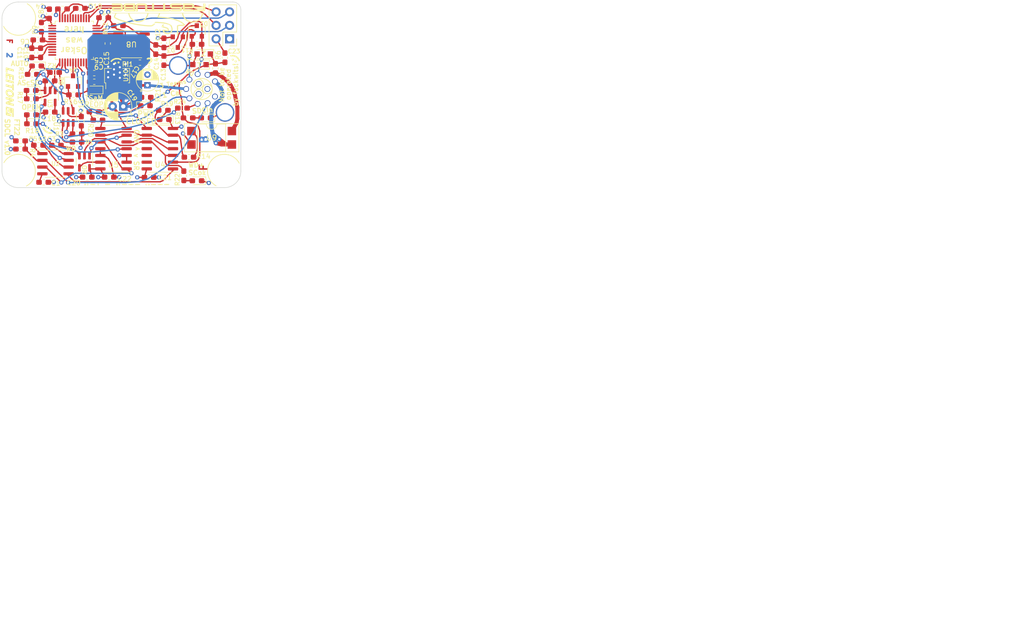
<source format=kicad_pcb>
(kicad_pcb (version 20171130) (host pcbnew 5.1.6)

  (general
    (thickness 1.6)
    (drawings 77)
    (tracks 730)
    (zones 0)
    (modules 81)
    (nets 77)
  )

  (page A4)
  (layers
    (0 F.Cu signal)
    (1 3V3.Cu power hide)
    (2 GND.Cu power hide)
    (31 B.Cu signal)
    (33 F.Adhes user)
    (35 F.Paste user)
    (37 F.SilkS user)
    (38 B.Mask user)
    (39 F.Mask user)
    (40 Dwgs.User user hide)
    (41 Cmts.User user hide)
    (42 Eco1.User user hide)
    (43 Eco2.User user hide)
    (44 Edge.Cuts user)
    (45 Margin user)
    (46 B.CrtYd user)
    (47 F.CrtYd user)
    (49 F.Fab user hide)
  )

  (setup
    (last_trace_width 0.25)
    (user_trace_width 0.5)
    (user_trace_width 0.75)
    (trace_clearance 0.2)
    (zone_clearance 0.33)
    (zone_45_only no)
    (trace_min 0.2)
    (via_size 0.8)
    (via_drill 0.4)
    (via_min_size 0.4)
    (via_min_drill 0.3)
    (uvia_size 0.3)
    (uvia_drill 0.1)
    (uvias_allowed no)
    (uvia_min_size 0.2)
    (uvia_min_drill 0.1)
    (edge_width 0.1)
    (segment_width 0.2)
    (pcb_text_width 0.3)
    (pcb_text_size 1.5 1.5)
    (mod_edge_width 0.15)
    (mod_text_size 1 1)
    (mod_text_width 0.15)
    (pad_size 4.5 4.5)
    (pad_drill 3)
    (pad_to_mask_clearance 0)
    (aux_axis_origin 0 0)
    (visible_elements FFFFFF7F)
    (pcbplotparams
      (layerselection 0x010e0_ffffffff)
      (usegerberextensions false)
      (usegerberattributes true)
      (usegerberadvancedattributes true)
      (creategerberjobfile true)
      (excludeedgelayer true)
      (linewidth 0.100000)
      (plotframeref false)
      (viasonmask false)
      (mode 1)
      (useauxorigin false)
      (hpglpennumber 1)
      (hpglpenspeed 20)
      (hpglpendiameter 15.000000)
      (psnegative false)
      (psa4output false)
      (plotreference true)
      (plotvalue true)
      (plotinvisibletext false)
      (padsonsilk false)
      (subtractmaskfromsilk false)
      (outputformat 1)
      (mirror false)
      (drillshape 0)
      (scaleselection 1)
      (outputdirectory "export/"))
  )

  (net 0 "")
  (net 1 GND)
  (net 2 +3V3)
  (net 3 NRST)
  (net 4 CAN_H)
  (net 5 CAN_L)
  (net 6 +12V)
  (net 7 SDC_in_3V3)
  (net 8 "Net-(D2-Pad3)")
  (net 9 TS_activate_MUXed)
  (net 10 TRACESWO)
  (net 11 SWDIO)
  (net 12 SWCLK)
  (net 13 ~SDC_reset~)
  (net 14 TS_activate_ext)
  (net 15 TS_activate_dash)
  (net 16 SDC_in)
  (net 17 SDC_out)
  (net 18 To_SDC_relais)
  (net 19 AS_driving_mode)
  (net 20 AS_close_SDC)
  (net 21 "Net-(R12-Pad1)")
  (net 22 Watchdog)
  (net 23 SDC_is_ready)
  (net 24 "Net-(U7-Pad46)")
  (net 25 "Net-(U7-Pad45)")
  (net 26 "Net-(U7-Pad43)")
  (net 27 "Net-(U7-Pad42)")
  (net 28 "Net-(U7-Pad41)")
  (net 29 "Net-(U7-Pad40)")
  (net 30 "Net-(U7-Pad38)")
  (net 31 CAN_TX)
  (net 32 CAN_RX)
  (net 33 "Net-(U7-Pad31)")
  (net 34 "Net-(U7-Pad30)")
  (net 35 "Net-(U7-Pad29)")
  (net 36 "Net-(U7-Pad28)")
  (net 37 "Net-(U7-Pad27)")
  (net 38 "Net-(U7-Pad26)")
  (net 39 "Net-(U7-Pad25)")
  (net 40 "Net-(U7-Pad22)")
  (net 41 "Net-(U7-Pad21)")
  (net 42 "Net-(U7-Pad17)")
  (net 43 "Net-(U7-Pad16)")
  (net 44 "Net-(U7-Pad12)")
  (net 45 "Net-(U7-Pad11)")
  (net 46 "Net-(U7-Pad10)")
  (net 47 "Net-(U7-Pad6)")
  (net 48 "Net-(U7-Pad5)")
  (net 49 "Net-(U7-Pad4)")
  (net 50 "Net-(U7-Pad3)")
  (net 51 "Net-(U7-Pad2)")
  (net 52 "Net-(R14-Pad2)")
  (net 53 "Net-(R10-Pad1)")
  (net 54 "Net-(D5-Pad2)")
  (net 55 "Net-(D6-Pad2)")
  (net 56 "Net-(D7-Pad2)")
  (net 57 "Net-(D9-Pad2)")
  (net 58 "Net-(D10-Pad2)")
  (net 59 "Net-(D11-Pad2)")
  (net 60 "Net-(D12-Pad2)")
  (net 61 "Net-(D13-Pad2)")
  (net 62 "/Non-Programmable Logic/~WDO~")
  (net 63 "/Non-Programmable Logic/RP")
  (net 64 "/Non-Programmable Logic/WP")
  (net 65 "/Non-Programmable Logic/correct_button_pressed")
  (net 66 "/Non-Programmable Logic/close_while_allowed")
  (net 67 "/Non-Programmable Logic/reopened")
  (net 68 "/Non-Programmable Logic/~reset_all~")
  (net 69 "/Non-Programmable Logic/closing_allowed")
  (net 70 "/Non-Programmable Logic/~reopen~")
  (net 71 "/Non-Programmable Logic/WD_and_SDCin_ok")
  (net 72 "/Non-Programmable Logic/~try_close~")
  (net 73 "/Non-Programmable Logic/still_initial_open")
  (net 74 "Net-(R!1-Pad2)")
  (net 75 "Net-(D14-Pad2)")
  (net 76 "Net-(R24-Pad2)")

  (net_class Default "This is the default net class."
    (clearance 0.2)
    (trace_width 0.25)
    (via_dia 0.8)
    (via_drill 0.4)
    (uvia_dia 0.3)
    (uvia_drill 0.1)
    (add_net +12V)
    (add_net +3V3)
    (add_net "/Non-Programmable Logic/RP")
    (add_net "/Non-Programmable Logic/WD_and_SDCin_ok")
    (add_net "/Non-Programmable Logic/WP")
    (add_net "/Non-Programmable Logic/close_while_allowed")
    (add_net "/Non-Programmable Logic/closing_allowed")
    (add_net "/Non-Programmable Logic/correct_button_pressed")
    (add_net "/Non-Programmable Logic/reopened")
    (add_net "/Non-Programmable Logic/still_initial_open")
    (add_net "/Non-Programmable Logic/~WDO~")
    (add_net "/Non-Programmable Logic/~reopen~")
    (add_net "/Non-Programmable Logic/~reset_all~")
    (add_net "/Non-Programmable Logic/~try_close~")
    (add_net AS_close_SDC)
    (add_net AS_driving_mode)
    (add_net CAN_H)
    (add_net CAN_L)
    (add_net CAN_RX)
    (add_net CAN_TX)
    (add_net GND)
    (add_net NRST)
    (add_net "Net-(D10-Pad2)")
    (add_net "Net-(D11-Pad2)")
    (add_net "Net-(D12-Pad2)")
    (add_net "Net-(D13-Pad2)")
    (add_net "Net-(D14-Pad2)")
    (add_net "Net-(D2-Pad3)")
    (add_net "Net-(D5-Pad2)")
    (add_net "Net-(D6-Pad2)")
    (add_net "Net-(D7-Pad2)")
    (add_net "Net-(D9-Pad2)")
    (add_net "Net-(R!1-Pad2)")
    (add_net "Net-(R10-Pad1)")
    (add_net "Net-(R12-Pad1)")
    (add_net "Net-(R14-Pad2)")
    (add_net "Net-(R24-Pad2)")
    (add_net "Net-(U7-Pad10)")
    (add_net "Net-(U7-Pad11)")
    (add_net "Net-(U7-Pad12)")
    (add_net "Net-(U7-Pad16)")
    (add_net "Net-(U7-Pad17)")
    (add_net "Net-(U7-Pad2)")
    (add_net "Net-(U7-Pad21)")
    (add_net "Net-(U7-Pad22)")
    (add_net "Net-(U7-Pad25)")
    (add_net "Net-(U7-Pad26)")
    (add_net "Net-(U7-Pad27)")
    (add_net "Net-(U7-Pad28)")
    (add_net "Net-(U7-Pad29)")
    (add_net "Net-(U7-Pad3)")
    (add_net "Net-(U7-Pad30)")
    (add_net "Net-(U7-Pad31)")
    (add_net "Net-(U7-Pad38)")
    (add_net "Net-(U7-Pad4)")
    (add_net "Net-(U7-Pad40)")
    (add_net "Net-(U7-Pad41)")
    (add_net "Net-(U7-Pad42)")
    (add_net "Net-(U7-Pad43)")
    (add_net "Net-(U7-Pad45)")
    (add_net "Net-(U7-Pad46)")
    (add_net "Net-(U7-Pad5)")
    (add_net "Net-(U7-Pad6)")
    (add_net SDC_in)
    (add_net SDC_in_3V3)
    (add_net SDC_is_ready)
    (add_net SDC_out)
    (add_net SWCLK)
    (add_net SWDIO)
    (add_net TRACESWO)
    (add_net TS_activate_MUXed)
    (add_net TS_activate_dash)
    (add_net TS_activate_ext)
    (add_net To_SDC_relais)
    (add_net Watchdog)
    (add_net ~SDC_reset~)
  )

  (module Custom:lightning (layer B.Cu) (tedit 0) (tstamp 61E9B0FE)
    (at 163 81.3 170)
    (fp_text reference G*** (at 0 0 170) (layer B.SilkS) hide
      (effects (font (size 1.524 1.524) (thickness 0.3)) (justify mirror))
    )
    (fp_text value LOGO (at 0.75 0 170) (layer B.SilkS) hide
      (effects (font (size 1.524 1.524) (thickness 0.3)) (justify mirror))
    )
    (fp_poly (pts (xy 0.430913 1.456164) (xy 0.521811 1.455869) (xy 0.606258 1.455399) (xy 0.682846 1.45477)
      (xy 0.75017 1.454) (xy 0.806824 1.453106) (xy 0.851402 1.452106) (xy 0.882496 1.451017)
      (xy 0.898703 1.449856) (xy 0.900767 1.449309) (xy 0.899613 1.43618) (xy 0.888204 1.410419)
      (xy 0.866912 1.372582) (xy 0.836105 1.323223) (xy 0.796154 1.262896) (xy 0.74743 1.192154)
      (xy 0.690303 1.111553) (xy 0.625143 1.021647) (xy 0.552321 0.922989) (xy 0.520924 0.880925)
      (xy 0.450696 0.786623) (xy 0.387458 0.700694) (xy 0.331659 0.623785) (xy 0.283753 0.55654)
      (xy 0.244189 0.499608) (xy 0.213421 0.453634) (xy 0.191898 0.419264) (xy 0.180073 0.397146)
      (xy 0.177799 0.389552) (xy 0.186221 0.387068) (xy 0.211313 0.385) (xy 0.252819 0.383353)
      (xy 0.310481 0.382136) (xy 0.384041 0.381354) (xy 0.473243 0.381015) (xy 0.498627 0.381)
      (xy 0.581533 0.380938) (xy 0.649079 0.380708) (xy 0.702836 0.380246) (xy 0.744378 0.379488)
      (xy 0.775275 0.378369) (xy 0.797102 0.376824) (xy 0.811429 0.374788) (xy 0.81983 0.372197)
      (xy 0.823877 0.368987) (xy 0.824594 0.367607) (xy 0.828836 0.351043) (xy 0.828744 0.332757)
      (xy 0.823583 0.311675) (xy 0.812616 0.286723) (xy 0.795108 0.256825) (xy 0.770322 0.220908)
      (xy 0.737525 0.177895) (xy 0.695978 0.126714) (xy 0.644947 0.066288) (xy 0.583696 -0.004457)
      (xy 0.521042 -0.075779) (xy 0.488377 -0.112738) (xy 0.459582 -0.145221) (xy 0.436528 -0.171128)
      (xy 0.421085 -0.188357) (xy 0.415209 -0.194733) (xy 0.408084 -0.202439) (xy 0.392226 -0.220134)
      (xy 0.370073 -0.245083) (xy 0.347249 -0.270933) (xy 0.321592 -0.300007) (xy 0.300107 -0.324241)
      (xy 0.285226 -0.340902) (xy 0.279516 -0.347133) (xy 0.272568 -0.354586) (xy 0.256354 -0.372267)
      (xy 0.232986 -0.397864) (xy 0.204578 -0.429066) (xy 0.190547 -0.4445) (xy 0.159689 -0.478376)
      (xy 0.13206 -0.508546) (xy 0.110049 -0.532413) (xy 0.096043 -0.547382) (xy 0.093181 -0.550334)
      (xy 0.081063 -0.563159) (xy 0.062153 -0.583961) (xy 0.043085 -0.605367) (xy 0.016888 -0.634711)
      (xy -0.013587 -0.668344) (xy -0.037389 -0.694267) (xy -0.062521 -0.721662) (xy -0.095287 -0.757754)
      (xy -0.132809 -0.799332) (xy -0.172203 -0.843184) (xy -0.210589 -0.886099) (xy -0.245085 -0.924864)
      (xy -0.27281 -0.956269) (xy -0.28511 -0.970373) (xy -0.297634 -0.984671) (xy -0.317857 -1.007561)
      (xy -0.342203 -1.035001) (xy -0.352497 -1.046573) (xy -0.386436 -1.085022) (xy -0.425726 -1.130064)
      (xy -0.467655 -1.17854) (xy -0.509513 -1.227292) (xy -0.548589 -1.27316) (xy -0.582171 -1.312986)
      (xy -0.607549 -1.343611) (xy -0.609656 -1.3462) (xy -0.628962 -1.369823) (xy -0.644009 -1.387949)
      (xy -0.651698 -1.396846) (xy -0.651852 -1.397) (xy -0.658749 -1.405087) (xy -0.673586 -1.423241)
      (xy -0.693767 -1.44827) (xy -0.70525 -1.462617) (xy -0.733676 -1.496546) (xy -0.754347 -1.517543)
      (xy -0.766763 -1.525168) (xy -0.770467 -1.52018) (xy -0.76795 -1.506592) (xy -0.761162 -1.480674)
      (xy -0.751246 -1.446138) (xy -0.739343 -1.406698) (xy -0.726599 -1.366068) (xy -0.714155 -1.327962)
      (xy -0.703154 -1.296091) (xy -0.694766 -1.274234) (xy -0.687035 -1.254591) (xy -0.678025 -1.22967)
      (xy -0.677334 -1.227667) (xy -0.667645 -1.200271) (xy -0.657743 -1.174578) (xy -0.644609 -1.14283)
      (xy -0.641102 -1.134534) (xy -0.614484 -1.07236) (xy -0.586907 -1.009307) (xy -0.557064 -0.942478)
      (xy -0.523651 -0.868977) (xy -0.485363 -0.785908) (xy -0.443217 -0.695343) (xy -0.412795 -0.62958)
      (xy -0.382559 -0.56307) (xy -0.35334 -0.497745) (xy -0.325969 -0.435536) (xy -0.301278 -0.378374)
      (xy -0.280099 -0.328192) (xy -0.263262 -0.28692) (xy -0.251599 -0.256491) (xy -0.245942 -0.238836)
      (xy -0.245534 -0.236082) (xy -0.253703 -0.23432) (xy -0.277022 -0.232715) (xy -0.313706 -0.231313)
      (xy -0.361972 -0.230157) (xy -0.420037 -0.229291) (xy -0.486117 -0.228758) (xy -0.549834 -0.2286)
      (xy -0.625875 -0.228387) (xy -0.693874 -0.227776) (xy -0.752269 -0.226805) (xy -0.799496 -0.225514)
      (xy -0.833991 -0.223943) (xy -0.854192 -0.222132) (xy -0.858975 -0.220768) (xy -0.859749 -0.207707)
      (xy -0.85564 -0.193251) (xy -0.849377 -0.177213) (xy -0.838988 -0.149613) (xy -0.826105 -0.114814)
      (xy -0.81662 -0.0889) (xy -0.805325 -0.058389) (xy -0.789682 -0.016813) (xy -0.770928 0.032601)
      (xy -0.750304 0.086629) (xy -0.729047 0.142043) (xy -0.708395 0.195618) (xy -0.689587 0.244128)
      (xy -0.673863 0.284347) (xy -0.662459 0.313048) (xy -0.659784 0.319616) (xy -0.650043 0.343809)
      (xy -0.6446 0.357716) (xy -0.635655 0.38037) (xy -0.627667 0.40005) (xy -0.617605 0.424458)
      (xy -0.610217 0.442383) (xy -0.604806 0.455976) (xy -0.59437 0.482587) (xy -0.57999 0.519444)
      (xy -0.562749 0.563771) (xy -0.54373 0.612796) (xy -0.541687 0.618067) (xy -0.522303 0.667965)
      (xy -0.504336 0.713963) (xy -0.488931 0.753144) (xy -0.477236 0.782592) (xy -0.470399 0.799391)
      (xy -0.470096 0.8001) (xy -0.459399 0.826645) (xy -0.448928 0.854971) (xy -0.448872 0.855133)
      (xy -0.434563 0.894998) (xy -0.420641 0.930572) (xy -0.416854 0.9398) (xy -0.40792 0.962833)
      (xy -0.398316 0.989491) (xy -0.397934 0.9906) (xy -0.389142 1.015456) (xy -0.381479 1.035959)
      (xy -0.381 1.037166) (xy -0.373616 1.056793) (xy -0.364768 1.081699) (xy -0.364067 1.083733)
      (xy -0.355164 1.108602) (xy -0.34724 1.129107) (xy -0.346741 1.1303) (xy -0.340888 1.145696)
      (xy -0.330903 1.173503) (xy -0.318046 1.210077) (xy -0.303575 1.251777) (xy -0.288748 1.294959)
      (xy -0.274825 1.335981) (xy -0.263064 1.3712) (xy -0.256052 1.392767) (xy -0.246844 1.419027)
      (xy -0.238228 1.439273) (xy -0.234555 1.445683) (xy -0.229445 1.447876) (xy -0.21701 1.449766)
      (xy -0.196247 1.451373) (xy -0.166151 1.452715) (xy -0.125718 1.45381) (xy -0.073945 1.454678)
      (xy -0.009827 1.455337) (xy 0.067639 1.455805) (xy 0.159458 1.456102) (xy 0.266634 1.456246)
      (xy 0.33497 1.456266) (xy 0.430913 1.456164)) (layer B.Mask) (width 0.01))
  )

  (module Custom:FTLogo_DV (layer B.Cu) (tedit 0) (tstamp 61E9AF52)
    (at 159.254177 84.263653 180)
    (fp_text reference G*** (at 0 0) (layer B.SilkS) hide
      (effects (font (size 1.524 1.524) (thickness 0.3)) (justify mirror))
    )
    (fp_text value LOGO (at 0.75 0) (layer B.SilkS) hide
      (effects (font (size 1.524 1.524) (thickness 0.3)) (justify mirror))
    )
    (fp_poly (pts (xy -1.496773 0.694964) (xy -1.450706 0.676149) (xy -1.396822 0.655296) (xy -1.338461 0.633609)
      (xy -1.27896 0.612291) (xy -1.221657 0.592545) (xy -1.169889 0.575573) (xy -1.139976 0.566358)
      (xy -1.115964 0.559614) (xy -1.081932 0.550617) (xy -1.039653 0.539798) (xy -0.990902 0.527588)
      (xy -0.937451 0.514418) (xy -0.881074 0.500718) (xy -0.823546 0.486919) (xy -0.766639 0.473451)
      (xy -0.712127 0.460747) (xy -0.661784 0.449236) (xy -0.617383 0.439349) (xy -0.613834 0.438574)
      (xy -0.557433 0.427706) (xy -0.490533 0.417247) (xy -0.414727 0.407327) (xy -0.331607 0.398076)
      (xy -0.242766 0.389622) (xy -0.149797 0.382096) (xy -0.054293 0.375627) (xy 0.042154 0.370343)
      (xy 0.137951 0.366375) (xy 0.231504 0.363851) (xy 0.3175 0.362909) (xy 0.350386 0.362578)
      (xy 0.380811 0.361801) (xy 0.405782 0.360687) (xy 0.422305 0.359345) (xy 0.424493 0.359033)
      (xy 0.446819 0.355341) (xy 0.407207 0.306182) (xy 0.389735 0.285256) (xy 0.374108 0.267903)
      (xy 0.362393 0.256347) (xy 0.357666 0.252913) (xy 0.348645 0.251692) (xy 0.329385 0.250754)
      (xy 0.301739 0.250103) (xy 0.267559 0.249745) (xy 0.2287 0.249686) (xy 0.187013 0.249933)
      (xy 0.144352 0.25049) (xy 0.10257 0.251364) (xy 0.078619 0.252045) (xy -0.006823 0.256334)
      (xy -0.101752 0.263925) (xy -0.204111 0.274508) (xy -0.311842 0.287779) (xy -0.422887 0.303431)
      (xy -0.535188 0.321156) (xy -0.646688 0.340649) (xy -0.755329 0.361604) (xy -0.859053 0.383713)
      (xy -0.950475 0.405335) (xy -1.017364 0.423052) (xy -1.090851 0.444296) (xy -1.168243 0.468169)
      (xy -1.246846 0.493775) (xy -1.323966 0.520217) (xy -1.396909 0.5466) (xy -1.462981 0.572025)
      (xy -1.510896 0.591856) (xy -1.56331 0.614469) (xy -1.565041 0.669549) (xy -1.566773 0.724629)
      (xy -1.496773 0.694964)) (layer B.Mask) (width 0.01))
    (fp_poly (pts (xy -1.89419 1.14533) (xy -1.895929 0.633612) (xy -1.919729 0.61304) (xy -1.938703 0.599296)
      (xy -1.961586 0.588249) (xy -1.99049 0.579221) (xy -2.027528 0.571534) (xy -2.068286 0.565373)
      (xy -2.094237 0.562556) (xy -2.130144 0.559612) (xy -2.173874 0.556644) (xy -2.22329 0.553759)
      (xy -2.276256 0.551062) (xy -2.330636 0.548658) (xy -2.384296 0.546652) (xy -2.435099 0.545149)
      (xy -2.480909 0.544255) (xy -2.500691 0.544072) (xy -2.567215 0.543737) (xy -2.533953 0.513084)
      (xy -2.441368 0.434421) (xy -2.339941 0.361023) (xy -2.229358 0.292749) (xy -2.109304 0.229459)
      (xy -1.979464 0.17101) (xy -1.839524 0.117263) (xy -1.68917 0.068075) (xy -1.528087 0.023306)
      (xy -1.355961 -0.017187) (xy -1.350247 -0.018418) (xy -1.277424 -0.0337) (xy -1.206375 -0.047812)
      (xy -1.135984 -0.060897) (xy -1.065136 -0.073101) (xy -0.992713 -0.084568) (xy -0.917601 -0.095443)
      (xy -0.838682 -0.10587) (xy -0.754842 -0.115995) (xy -0.664964 -0.125962) (xy -0.567931 -0.135916)
      (xy -0.462629 -0.146001) (xy -0.347941 -0.156362) (xy -0.22275 -0.167144) (xy -0.167702 -0.171756)
      (xy -0.107383 -0.176838) (xy -0.050741 -0.181739) (xy 0.001086 -0.186349) (xy 0.046961 -0.190563)
      (xy 0.085745 -0.194272) (xy 0.1163 -0.19737) (xy 0.137487 -0.199748) (xy 0.148169 -0.201301)
      (xy 0.149225 -0.201638) (xy 0.148193 -0.208206) (xy 0.142681 -0.223521) (xy 0.133534 -0.245472)
      (xy 0.121597 -0.271947) (xy 0.118184 -0.27922) (xy 0.095739 -0.327324) (xy 0.073634 -0.375924)
      (xy 0.052404 -0.423736) (xy 0.032584 -0.469473) (xy 0.014709 -0.511849) (xy -0.000687 -0.549579)
      (xy -0.013069 -0.581377) (xy -0.021902 -0.605957) (xy -0.026651 -0.622033) (xy -0.026966 -0.628196)
      (xy -0.020492 -0.628777) (xy -0.002793 -0.62937) (xy 0.025264 -0.629966) (xy 0.062809 -0.630557)
      (xy 0.108972 -0.631134) (xy 0.162885 -0.631687) (xy 0.223678 -0.632207) (xy 0.290483 -0.632686)
      (xy 0.36243 -0.633115) (xy 0.43865 -0.633484) (xy 0.511609 -0.633763) (xy 0.60701 -0.634054)
      (xy 0.690976 -0.634242) (xy 0.764166 -0.634322) (xy 0.827241 -0.634285) (xy 0.880859 -0.634124)
      (xy 0.925682 -0.633832) (xy 0.962367 -0.633401) (xy 0.991576 -0.632823) (xy 1.013968 -0.632093)
      (xy 1.030202 -0.6312) (xy 1.040939 -0.63014) (xy 1.046837 -0.628903) (xy 1.048538 -0.627716)
      (xy 1.050499 -0.618636) (xy 1.05401 -0.600703) (xy 1.058482 -0.576972) (xy 1.061159 -0.562429)
      (xy 1.078368 -0.489148) (xy 1.103439 -0.41182) (xy 1.134896 -0.334089) (xy 1.171266 -0.259597)
      (xy 1.211072 -0.191988) (xy 1.211146 -0.191875) (xy 1.275899 -0.10339) (xy 1.348996 -0.0231)
      (xy 1.429573 0.048643) (xy 1.516765 0.111487) (xy 1.609708 0.165078) (xy 1.707537 0.209064)
      (xy 1.809388 0.243091) (xy 1.914395 0.266808) (xy 2.021694 0.279861) (xy 2.130421 0.281898)
      (xy 2.239711 0.272565) (xy 2.316238 0.259045) (xy 2.381715 0.242869) (xy 2.443829 0.222864)
      (xy 2.506812 0.197515) (xy 2.567214 0.169137) (xy 2.635541 0.132641) (xy 2.695841 0.094354)
      (xy 2.75202 0.051475) (xy 2.807982 0.001206) (xy 2.82589 -0.016309) (xy 2.870843 -0.062137)
      (xy 2.908222 -0.103147) (xy 2.939941 -0.142019) (xy 2.967919 -0.181435) (xy 2.994072 -0.224073)
      (xy 3.020315 -0.272613) (xy 3.045589 -0.323548) (xy 3.068697 -0.374297) (xy 3.08762 -0.422845)
      (xy 3.103641 -0.473079) (xy 3.118045 -0.528891) (xy 3.127473 -0.571547) (xy 3.140787 -0.635)
      (xy 4.352316 -0.635) (xy 4.407305 -0.521607) (xy 4.437343 -0.4579) (xy 4.461082 -0.403547)
      (xy 4.478832 -0.357774) (xy 4.490897 -0.319801) (xy 4.496422 -0.295855) (xy 4.496079 -0.277387)
      (xy 4.487457 -0.259053) (xy 4.469588 -0.239561) (xy 4.441504 -0.217622) (xy 4.433604 -0.212167)
      (xy 4.382434 -0.180473) (xy 4.320048 -0.147036) (xy 4.24716 -0.112095) (xy 4.164487 -0.075884)
      (xy 4.072745 -0.038641) (xy 3.972649 -0.000601) (xy 3.864915 0.037999) (xy 3.750259 0.076922)
      (xy 3.629396 0.115932) (xy 3.503043 0.154793) (xy 3.371914 0.193269) (xy 3.236727 0.231123)
      (xy 3.098196 0.268118) (xy 2.957037 0.30402) (xy 2.813966 0.33859) (xy 2.669699 0.371593)
      (xy 2.657928 0.374202) (xy 2.514415 0.404747) (xy 2.367495 0.433736) (xy 2.218463 0.460997)
      (xy 2.068613 0.48636) (xy 1.919238 0.509654) (xy 1.771633 0.530708) (xy 1.62709 0.549352)
      (xy 1.486904 0.565416) (xy 1.352368 0.578727) (xy 1.224777 0.589116) (xy 1.105423 0.596412)
      (xy 0.995601 0.600445) (xy 0.937381 0.601219) (xy 0.879441 0.601201) (xy 0.831937 0.600511)
      (xy 0.793215 0.598864) (xy 0.761622 0.595972) (xy 0.735503 0.591551) (xy 0.713207 0.585315)
      (xy 0.693078 0.576977) (xy 0.673464 0.566252) (xy 0.652712 0.552854) (xy 0.651049 0.551724)
      (xy 0.624461 0.533194) (xy 0.596751 0.513218) (xy 0.572725 0.495279) (xy 0.566399 0.49038)
      (xy 0.541103 0.470539) (xy 0.522422 0.456839) (xy 0.507251 0.448225) (xy 0.492484 0.443642)
      (xy 0.475018 0.442032) (xy 0.451745 0.442342) (xy 0.42772 0.44323) (xy 0.399461 0.4446)
      (xy 0.375727 0.446405) (xy 0.359075 0.448405) (xy 0.352125 0.450288) (xy 0.3544 0.456084)
      (xy 0.364325 0.46828) (xy 0.380356 0.485417) (xy 0.400949 0.506036) (xy 0.424558 0.52868)
      (xy 0.449639 0.55189) (xy 0.474648 0.574207) (xy 0.49804 0.594174) (xy 0.51827 0.610331)
      (xy 0.531862 0.620003) (xy 0.573786 0.645276) (xy 0.616435 0.667833) (xy 0.656431 0.686008)
      (xy 0.68979 0.697958) (xy 0.726453 0.705747) (xy 0.774277 0.711262) (xy 0.832552 0.714551)
      (xy 0.900568 0.715661) (xy 0.977613 0.71464) (xy 1.06298 0.711534) (xy 1.155957 0.706391)
      (xy 1.255835 0.699259) (xy 1.361903 0.690184) (xy 1.473452 0.679213) (xy 1.589771 0.666395)
      (xy 1.710152 0.651777) (xy 1.833883 0.635405) (xy 1.960254 0.617327) (xy 2.007809 0.610174)
      (xy 2.145791 0.588552) (xy 2.274622 0.567071) (xy 2.397227 0.545179) (xy 2.516531 0.522322)
      (xy 2.635459 0.497945) (xy 2.756934 0.471496) (xy 2.839357 0.452766) (xy 3.042878 0.404577)
      (xy 3.23482 0.356572) (xy 3.415125 0.30877) (xy 3.583734 0.261187) (xy 3.740587 0.213843)
      (xy 3.885628 0.166756) (xy 4.018796 0.119944) (xy 4.140034 0.073425) (xy 4.249283 0.027217)
      (xy 4.321024 -0.006111) (xy 4.377326 -0.035039) (xy 4.430553 -0.065532) (xy 4.479584 -0.096733)
      (xy 4.5233 -0.127784) (xy 4.560581 -0.157829) (xy 4.590308 -0.186009) (xy 4.611361 -0.21147)
      (xy 4.62262 -0.233352) (xy 4.623713 -0.23782) (xy 4.625162 -0.258344) (xy 4.622459 -0.2832)
      (xy 4.615276 -0.31335) (xy 4.603287 -0.349757) (xy 4.586164 -0.393381) (xy 4.563581 -0.445185)
      (xy 4.53521 -0.50613) (xy 4.525927 -0.525498) (xy 4.510234 -0.55817) (xy 4.496517 -0.586932)
      (xy 4.48558 -0.610081) (xy 4.478227 -0.625914) (xy 4.475262 -0.632727) (xy 4.475238 -0.632844)
      (xy 4.481037 -0.633388) (xy 4.497441 -0.633882) (xy 4.522958 -0.634308) (xy 4.556099 -0.634647)
      (xy 4.595372 -0.634881) (xy 4.639286 -0.634993) (xy 4.653643 -0.635) (xy 4.832047 -0.635)
      (xy 4.832047 -0.683381) (xy -4.838095 -0.683381) (xy -4.838095 -0.635) (xy -4.592582 -0.635)
      (xy -4.590649 -0.624567) (xy -4.470187 -0.624567) (xy -4.467576 -0.630068) (xy -4.467391 -0.630193)
      (xy -4.460632 -0.630707) (xy -4.442426 -0.631206) (xy -4.413422 -0.631688) (xy -4.374266 -0.632148)
      (xy -4.325607 -0.632583) (xy -4.268093 -0.632991) (xy -4.202373 -0.633369) (xy -4.129094 -0.633713)
      (xy -4.048904 -0.634019) (xy -3.962452 -0.634286) (xy -3.870385 -0.634509) (xy -3.773351 -0.634686)
      (xy -3.672 -0.634814) (xy -3.566978 -0.634889) (xy -3.497036 -0.634908) (xy -3.369156 -0.634909)
      (xy -3.252843 -0.634884) (xy -3.14757 -0.634829) (xy -3.052809 -0.634737) (xy -2.968033 -0.634606)
      (xy -2.892714 -0.63443) (xy -2.826325 -0.634204) (xy -2.768337 -0.633924) (xy -2.718223 -0.633585)
      (xy -2.675456 -0.633182) (xy -2.639507 -0.63271) (xy -2.609849 -0.632166) (xy -2.585956 -0.631543)
      (xy -2.567297 -0.630838) (xy -2.553348 -0.630046) (xy -2.543578 -0.629162) (xy -2.537462 -0.628181)
      (xy -2.534471 -0.627099) (xy -2.533953 -0.626324) (xy -2.536207 -0.604891) (xy -2.542475 -0.574679)
      (xy -2.552013 -0.538029) (xy -2.564078 -0.497284) (xy -2.577925 -0.454784) (xy -2.59281 -0.412871)
      (xy -2.607992 -0.373886) (xy -2.622724 -0.340172) (xy -2.628739 -0.327873) (xy -2.682088 -0.236351)
      (xy -2.745064 -0.151264) (xy -2.816712 -0.073353) (xy -2.896076 -0.003356) (xy -2.9822 0.057988)
      (xy -3.074128 0.109939) (xy -3.170905 0.151757) (xy -3.271576 0.182704) (xy -3.296215 0.188433)
      (xy -3.318369 0.192986) (xy -3.339027 0.196431) (xy -3.360431 0.19892) (xy -3.384824 0.200605)
      (xy -3.414448 0.201639) (xy -3.451545 0.202173) (xy -3.498356 0.202359) (xy -3.501572 0.202363)
      (xy -3.551005 0.202235) (xy -3.590412 0.201665) (xy -3.621858 0.200536) (xy -3.647408 0.198731)
      (xy -3.669126 0.196131) (xy -3.689078 0.192619) (xy -3.695095 0.191355) (xy -3.802605 0.16214)
      (xy -3.904273 0.122653) (xy -3.999576 0.073411) (xy -4.087989 0.01493) (xy -4.168988 -0.052274)
      (xy -4.24205 -0.127685) (xy -4.306649 -0.210786) (xy -4.362262 -0.301061) (xy -4.408366 -0.397995)
      (xy -4.444435 -0.501071) (xy -4.460275 -0.56225) (xy -4.466715 -0.592363) (xy -4.469959 -0.612567)
      (xy -4.470187 -0.624567) (xy -4.590649 -0.624567) (xy -4.581657 -0.576036) (xy -4.568623 -0.518769)
      (xy -4.550145 -0.456091) (xy -4.527347 -0.390773) (xy -4.501355 -0.325589) (xy -4.473292 -0.263311)
      (xy -4.444284 -0.206711) (xy -4.415454 -0.158563) (xy -4.407699 -0.147161) (xy -4.373472 -0.102061)
      (xy -4.332643 -0.054042) (xy -4.288603 -0.006799) (xy -4.244744 0.035974) (xy -4.217514 0.059987)
      (xy -4.127671 0.129083) (xy -4.036164 0.186933) (xy -3.941685 0.234074) (xy -3.842925 0.271039)
      (xy -3.738574 0.298366) (xy -3.627325 0.316589) (xy -3.578217 0.321658) (xy -3.472293 0.324881)
      (xy -3.365467 0.316569) (xy -3.258884 0.297111) (xy -3.15369 0.266893) (xy -3.05103 0.226301)
      (xy -2.952051 0.175723) (xy -2.857898 0.115546) (xy -2.774444 0.05025) (xy -2.714671 -0.007049)
      (xy -2.656361 -0.074207) (xy -2.601174 -0.148987) (xy -2.550772 -0.229154) (xy -2.510323 -0.305195)
      (xy -2.496147 -0.337306) (xy -2.481363 -0.375941) (xy -2.466675 -0.418691) (xy -2.452789 -0.46315)
      (xy -2.440407 -0.506908) (xy -2.430235 -0.547557) (xy -2.422977 -0.58269) (xy -2.419337 -0.609899)
      (xy -2.419048 -0.617268) (xy -2.419048 -0.635032) (xy -2.395357 -0.635) (xy 1.165817 -0.635)
      (xy 3.02404 -0.635) (xy 3.020254 -0.618369) (xy 3.002577 -0.545649) (xy 2.984516 -0.48242)
      (xy 2.965037 -0.426096) (xy 2.943108 -0.374091) (xy 2.917693 -0.323819) (xy 2.887761 -0.272692)
      (xy 2.872565 -0.248752) (xy 2.846581 -0.212636) (xy 2.813144 -0.172174) (xy 2.774716 -0.129946)
      (xy 2.733759 -0.088531) (xy 2.692735 -0.050509) (xy 2.654107 -0.01846) (xy 2.649201 -0.014724)
      (xy 2.611589 0.011108) (xy 2.566299 0.038368) (xy 2.517225 0.064971) (xy 2.468262 0.088834)
      (xy 2.423307 0.10787) (xy 2.413 0.111685) (xy 2.311185 0.141808) (xy 2.20822 0.160229)
      (xy 2.104983 0.167134) (xy 2.00235 0.162707) (xy 1.901201 0.147133) (xy 1.802412 0.120595)
      (xy 1.70686 0.083279) (xy 1.615424 0.035369) (xy 1.528982 -0.022951) (xy 1.449008 -0.090928)
      (xy 1.382892 -0.160772) (xy 1.323683 -0.237576) (xy 1.272318 -0.319607) (xy 1.229734 -0.405132)
      (xy 1.196869 -0.492417) (xy 1.174661 -0.579729) (xy 1.170072 -0.606622) (xy 1.165817 -0.635)
      (xy -2.395357 -0.635) (xy -1.2878 -0.633504) (xy -0.156553 -0.631976) (xy -0.120785 -0.539319)
      (xy -0.10545 -0.500256) (xy -0.088357 -0.457792) (xy -0.071347 -0.416438) (xy -0.056261 -0.380706)
      (xy -0.052836 -0.372789) (xy -0.020655 -0.298917) (xy -0.259792 -0.27933) (xy -0.41629 -0.265927)
      (xy -0.561753 -0.252223) (xy -0.697239 -0.23807) (xy -0.823807 -0.223323) (xy -0.942516 -0.207836)
      (xy -1.054424 -0.191465) (xy -1.16059 -0.174062) (xy -1.262073 -0.155483) (xy -1.359932 -0.135582)
      (xy -1.448405 -0.115808) (xy -1.612696 -0.074209) (xy -1.768606 -0.028064) (xy -1.91568 0.022427)
      (xy -2.05346 0.077068) (xy -2.181491 0.13566) (xy -2.299317 0.198005) (xy -2.406481 0.263906)
      (xy -2.502528 0.333164) (xy -2.524881 0.351089) (xy -2.55361 0.375583) (xy -2.583819 0.402966)
      (xy -2.613929 0.431637) (xy -2.642362 0.459992) (xy -2.667538 0.486428) (xy -2.687879 0.509342)
      (xy -2.701804 0.527132) (xy -2.707029 0.536003) (xy -2.713367 0.564523) (xy -2.708128 0.590776)
      (xy -2.692627 0.612453) (xy -2.681536 0.622032) (xy -2.669128 0.630196) (xy -2.654325 0.637099)
      (xy -2.636049 0.642892) (xy -2.613223 0.647729) (xy -2.584767 0.651762) (xy -2.549604 0.655146)
      (xy -2.506655 0.658032) (xy -2.454843 0.660573) (xy -2.393088 0.662923) (xy -2.320566 0.665227)
      (xy -2.253496 0.667325) (xy -2.197473 0.669367) (xy -2.151452 0.671496) (xy -2.114386 0.673858)
      (xy -2.08523 0.676596) (xy -2.062938 0.679856) (xy -2.046463 0.68378) (xy -2.034759 0.688514)
      (xy -2.026781 0.694202) (xy -2.021483 0.700988) (xy -2.018639 0.706884) (xy -2.017242 0.716464)
      (xy -2.015924 0.738016) (xy -2.014686 0.771421) (xy -2.013531 0.816556) (xy -2.012462 0.8733)
      (xy -2.01148 0.941532) (xy -2.010589 1.021129) (xy -2.00979 1.11197) (xy -2.009237 1.189869)
      (xy -2.006222 1.657047) (xy -1.892451 1.657047) (xy -1.89419 1.14533)) (layer B.Mask) (width 0.01))
    (fp_poly (pts (xy 4.692952 -0.858733) (xy 4.740497 -0.890547) (xy 4.779208 -0.929669) (xy 4.808298 -0.975008)
      (xy 4.826977 -1.025476) (xy 4.831928 -1.050602) (xy 4.833746 -1.069319) (xy 4.835351 -1.097545)
      (xy 4.83665 -1.132691) (xy 4.837551 -1.172173) (xy 4.837961 -1.213403) (xy 4.837975 -1.220107)
      (xy 4.838095 -1.348619) (xy 3.906762 -1.348619) (xy 3.906762 -1.439333) (xy 4.838095 -1.439333)
      (xy 4.838095 -1.651) (xy 4.410226 -1.650022) (xy 4.337725 -1.649805) (xy 4.267539 -1.649498)
      (xy 4.200802 -1.649111) (xy 4.138645 -1.648655) (xy 4.082202 -1.648141) (xy 4.032605 -1.64758)
      (xy 3.990988 -1.646984) (xy 3.958482 -1.646363) (xy 3.93622 -1.645729) (xy 3.927928 -1.645325)
      (xy 3.898578 -1.642668) (xy 3.876576 -1.638596) (xy 3.857176 -1.631866) (xy 3.835632 -1.621234)
      (xy 3.835286 -1.621048) (xy 3.800566 -1.598554) (xy 3.766452 -1.569744) (xy 3.736675 -1.538112)
      (xy 3.716489 -1.509814) (xy 3.700746 -1.482951) (xy 3.703838 -1.040191) (xy 3.906762 -1.040191)
      (xy 3.906762 -1.130905) (xy 4.620381 -1.130905) (xy 4.620381 -1.040191) (xy 3.906762 -1.040191)
      (xy 3.703838 -1.040191) (xy 3.704166 -0.993295) (xy 3.731381 -0.952935) (xy 3.758449 -0.919154)
      (xy 3.79081 -0.891493) (xy 3.83101 -0.868032) (xy 3.862735 -0.854054) (xy 3.903738 -0.837657)
      (xy 4.27869 -0.837626) (xy 4.653643 -0.837595) (xy 4.692952 -0.858733)) (layer B.Mask) (width 0.01))
    (fp_poly (pts (xy 2.937631 -0.835792) (xy 3.438071 -0.837595) (xy 3.478349 -0.856624) (xy 3.525706 -0.88456)
      (xy 3.563069 -0.919152) (xy 3.590918 -0.961007) (xy 3.609732 -1.010732) (xy 3.613855 -1.028079)
      (xy 3.618663 -1.061202) (xy 3.618375 -1.093443) (xy 3.612585 -1.128027) (xy 3.600891 -1.16818)
      (xy 3.593803 -1.188357) (xy 3.576145 -1.236738) (xy 3.59628 -1.276048) (xy 3.619161 -1.329059)
      (xy 3.631272 -1.378458) (xy 3.632814 -1.425728) (xy 3.623987 -1.472355) (xy 3.623093 -1.475289)
      (xy 3.602396 -1.521782) (xy 3.57118 -1.562761) (xy 3.529918 -1.597762) (xy 3.479081 -1.626321)
      (xy 3.462262 -1.633472) (xy 3.425976 -1.647899) (xy 2.931583 -1.649774) (xy 2.43719 -1.651648)
      (xy 2.43719 -1.348619) (xy 2.648857 -1.348619) (xy 2.648857 -1.439333) (xy 3.404809 -1.439333)
      (xy 3.404809 -1.348619) (xy 2.648857 -1.348619) (xy 2.43719 -1.348619) (xy 2.43719 -1.040191)
      (xy 2.648857 -1.040191) (xy 2.648857 -1.130905) (xy 3.392714 -1.130905) (xy 3.392714 -1.040191)
      (xy 2.648857 -1.040191) (xy 2.43719 -1.040191) (xy 2.43719 -0.833989) (xy 2.937631 -0.835792)) (layer B.Mask) (width 0.01))
    (fp_poly (pts (xy 1.397 -1.439333) (xy 2.159 -1.439333) (xy 2.159 -0.834572) (xy 2.377313 -0.834572)
      (xy 2.375502 -1.15056) (xy 2.37369 -1.466548) (xy 2.355547 -1.49973) (xy 2.330248 -1.536987)
      (xy 2.296858 -1.573189) (xy 2.259114 -1.604759) (xy 2.222093 -1.627467) (xy 2.180443 -1.647976)
      (xy 1.787209 -1.649626) (xy 1.393976 -1.651277) (xy 1.344906 -1.627133) (xy 1.295162 -1.596415)
      (xy 1.253354 -1.557695) (xy 1.22044 -1.512304) (xy 1.197375 -1.461577) (xy 1.185117 -1.406847)
      (xy 1.184794 -1.403929) (xy 1.183747 -1.387951) (xy 1.182761 -1.361417) (xy 1.181864 -1.325864)
      (xy 1.181081 -1.282832) (xy 1.180437 -1.233859) (xy 1.17996 -1.180484) (xy 1.179674 -1.124244)
      (xy 1.179612 -1.096131) (xy 1.179285 -0.834572) (xy 1.397 -0.834572) (xy 1.397 -1.439333)) (layer B.Mask) (width 0.01))
    (fp_poly (pts (xy 1.161143 -1.040191) (xy 0.689428 -1.040191) (xy 0.689428 -1.651) (xy 0.471714 -1.651)
      (xy 0.471714 -1.040191) (xy -0.453572 -1.040191) (xy -0.453572 -1.651) (xy -0.671286 -1.651)
      (xy -0.671286 -1.040191) (xy -1.143 -1.040191) (xy -1.143 -0.834572) (xy 1.161143 -0.834572)
      (xy 1.161143 -1.040191)) (layer B.Mask) (width 0.01))
    (fp_poly (pts (xy -1.215572 -1.040191) (xy -2.201334 -1.040191) (xy -2.201334 -1.130905) (xy -1.824869 -1.131231)
      (xy -1.756984 -1.131367) (xy -1.691535 -1.131646) (xy -1.629725 -1.132054) (xy -1.572754 -1.132576)
      (xy -1.521823 -1.133197) (xy -1.478134 -1.133902) (xy -1.442887 -1.134677) (xy -1.417283 -1.135507)
      (xy -1.402525 -1.136377) (xy -1.402166 -1.136414) (xy -1.346496 -1.148134) (xy -1.295104 -1.171159)
      (xy -1.247957 -1.205506) (xy -1.239395 -1.21339) (xy -1.202994 -1.255386) (xy -1.177993 -1.301188)
      (xy -1.164306 -1.35108) (xy -1.161846 -1.405339) (xy -1.167187 -1.448382) (xy -1.181684 -1.493777)
      (xy -1.206525 -1.535806) (xy -1.240123 -1.573084) (xy -1.280891 -1.604226) (xy -1.327239 -1.627846)
      (xy -1.377582 -1.642559) (xy -1.392432 -1.644927) (xy -1.405425 -1.645836) (xy -1.429482 -1.646704)
      (xy -1.46357 -1.647521) (xy -1.506658 -1.648275) (xy -1.557713 -1.648953) (xy -1.615704 -1.649544)
      (xy -1.679599 -1.650037) (xy -1.748366 -1.65042) (xy -1.820973 -1.65068) (xy -1.896389 -1.650806)
      (xy -1.909536 -1.650813) (xy -2.382762 -1.651) (xy -2.382762 -1.548896) (xy -2.382714 -1.511596)
      (xy -2.382417 -1.48463) (xy -2.381645 -1.466237) (xy -2.380173 -1.454657) (xy -2.377772 -1.448128)
      (xy -2.374216 -1.444889) (xy -2.36928 -1.443179) (xy -2.369155 -1.443145) (xy -2.361106 -1.442577)
      (xy -2.341897 -1.442035) (xy -2.312462 -1.441524) (xy -2.273736 -1.441052) (xy -2.226654 -1.440626)
      (xy -2.172151 -1.440253) (xy -2.111161 -1.43994) (xy -2.04462 -1.439694) (xy -1.973462 -1.439521)
      (xy -1.898621 -1.439429) (xy -1.867203 -1.439416) (xy -1.378857 -1.439333) (xy -1.378857 -1.348619)
      (xy -1.691822 -1.348075) (xy -1.756829 -1.347885) (xy -1.821896 -1.347551) (xy -1.885291 -1.347091)
      (xy -1.945282 -1.346524) (xy -2.000138 -1.345869) (xy -2.048125 -1.345143) (xy -2.087513 -1.344366)
      (xy -2.11657 -1.343555) (xy -2.116999 -1.34354) (xy -2.229212 -1.339548) (xy -2.274237 -1.317151)
      (xy -2.321474 -1.289797) (xy -2.358719 -1.259092) (xy -2.387988 -1.223123) (xy -2.405267 -1.192869)
      (xy -2.416053 -1.170257) (xy -2.422769 -1.152715) (xy -2.426365 -1.135891) (xy -2.427794 -1.115435)
      (xy -2.42801 -1.088864) (xy -2.425195 -1.04347) (xy -2.415968 -1.005658) (xy -2.398876 -0.971977)
      (xy -2.372463 -0.938973) (xy -2.359027 -0.925252) (xy -2.315631 -0.889104) (xy -2.269238 -0.863465)
      (xy -2.217501 -0.847263) (xy -2.174119 -0.840691) (xy -2.158138 -0.839737) (xy -2.131178 -0.838828)
      (xy -2.094355 -0.837976) (xy -2.048783 -0.837195) (xy -1.99558 -0.836498) (xy -1.935862 -0.835898)
      (xy -1.870743 -0.835407) (xy -1.801341 -0.83504) (xy -1.728771 -0.834808) (xy -1.664607 -0.834728)
      (xy -1.215572 -0.834572) (xy -1.215572 -1.040191)) (layer B.Mask) (width 0.01))
    (fp_poly (pts (xy -3.152322 -0.835817) (xy -2.663976 -0.837595) (xy -2.630993 -0.854953) (xy -2.594256 -0.879662)
      (xy -2.559225 -0.913171) (xy -2.529005 -0.952266) (xy -2.51613 -0.973908) (xy -2.508055 -0.9895)
      (xy -2.502265 -1.002838) (xy -2.49825 -1.016547) (xy -2.495498 -1.033255) (xy -2.493499 -1.055588)
      (xy -2.49174 -1.086174) (xy -2.490874 -1.103691) (xy -2.489827 -1.131344) (xy -2.488844 -1.168978)
      (xy -2.487956 -1.214476) (xy -2.487196 -1.265724) (xy -2.486595 -1.320606) (xy -2.486186 -1.377006)
      (xy -2.486018 -1.422703) (xy -2.485572 -1.651) (xy -2.931584 -1.650003) (xy -3.005653 -1.649791)
      (xy -3.077452 -1.649497) (xy -3.145867 -1.64913) (xy -3.209786 -1.6487) (xy -3.268098 -1.648218)
      (xy -3.31969 -1.647693) (xy -3.36345 -1.647136) (xy -3.398267 -1.646556) (xy -3.423027 -1.645964)
      (xy -3.435183 -1.645467) (xy -3.465543 -1.642995) (xy -3.48854 -1.63919) (xy -3.508905 -1.632904)
      (xy -3.53137 -1.622986) (xy -3.534969 -1.621234) (xy -3.576058 -1.595877) (xy -3.613664 -1.562856)
      (xy -3.644591 -1.525301) (xy -3.660322 -1.49847) (xy -3.667367 -1.483104) (xy -3.672088 -1.469359)
      (xy -3.674945 -1.454209) (xy -3.676398 -1.434627) (xy -3.676907 -1.407588) (xy -3.676953 -1.389146)
      (xy -3.676777 -1.357138) (xy -3.676248 -1.342572) (xy -3.459238 -1.342572) (xy -3.459238 -1.439333)
      (xy -2.703286 -1.439333) (xy -2.703286 -1.342572) (xy -3.459238 -1.342572) (xy -3.676248 -1.342572)
      (xy -3.675947 -1.334315) (xy -3.674006 -1.317765) (xy -3.6705 -1.304582) (xy -3.664973 -1.291854)
      (xy -3.660322 -1.282896) (xy -3.631884 -1.240968) (xy -3.594828 -1.203452) (xy -3.551899 -1.172481)
      (xy -3.505842 -1.150185) (xy -3.478905 -1.142097) (xy -3.466048 -1.140556) (xy -3.441532 -1.139099)
      (xy -3.405793 -1.137736) (xy -3.359267 -1.136475) (xy -3.302389 -1.135328) (xy -3.235596 -1.134305)
      (xy -3.159324 -1.133416) (xy -3.076726 -1.132692) (xy -2.703286 -1.129878) (xy -2.703286 -1.040191)
      (xy -3.640667 -1.040191) (xy -3.640667 -0.834038) (xy -3.152322 -0.835817)) (layer B.Mask) (width 0.01))
    (fp_poly (pts (xy -3.695095 -1.040191) (xy -4.620381 -1.040191) (xy -4.620381 -1.130905) (xy -3.695095 -1.130905)
      (xy -3.695095 -1.336524) (xy -4.620381 -1.336524) (xy -4.620381 -1.651) (xy -4.838095 -1.651)
      (xy -4.837997 -1.398512) (xy -4.837847 -1.31996) (xy -4.837415 -1.252464) (xy -4.836627 -1.19499)
      (xy -4.83541 -1.146501) (xy -4.833692 -1.10596) (xy -4.8314 -1.072332) (xy -4.828461 -1.044581)
      (xy -4.824802 -1.02167) (xy -4.820349 -1.002562) (xy -4.815031 -0.986223) (xy -4.808774 -0.971615)
      (xy -4.807823 -0.969656) (xy -4.792758 -0.944115) (xy -4.774673 -0.920669) (xy -4.763758 -0.909675)
      (xy -4.726433 -0.883197) (xy -4.682012 -0.861248) (xy -4.63525 -0.84593) (xy -4.608221 -0.840822)
      (xy -4.594321 -0.839805) (xy -4.56935 -0.838845) (xy -4.534329 -0.837954) (xy -4.490282 -0.837147)
      (xy -4.438233 -0.836434) (xy -4.379205 -0.835831) (xy -4.31422 -0.835349) (xy -4.244302 -0.835001)
      (xy -4.170474 -0.834801) (xy -4.129012 -0.834758) (xy -3.695095 -0.834572) (xy -3.695095 -1.040191)) (layer B.Mask) (width 0.01))
  )

  (module Custom:heart (layer B.Cu) (tedit 0) (tstamp 61E79923)
    (at 155.9 81.5 200)
    (fp_text reference G*** (at 0 0 20) (layer B.SilkS) hide
      (effects (font (size 1.524 1.524) (thickness 0.3)) (justify mirror))
    )
    (fp_text value LOGO (at 0.75 0 20) (layer B.SilkS) hide
      (effects (font (size 1.524 1.524) (thickness 0.3)) (justify mirror))
    )
    (fp_poly (pts (xy -0.619108 1.157187) (xy -0.560201 1.148073) (xy -0.503158 1.133244) (xy -0.447617 1.112627)
      (xy -0.393218 1.08615) (xy -0.3429 1.055916) (xy -0.292967 1.019793) (xy -0.244532 0.978154)
      (xy -0.198343 0.931786) (xy -0.155147 0.88148) (xy -0.115692 0.828024) (xy -0.091557 0.790568)
      (xy -0.0704 0.75575) (xy -0.060136 0.773957) (xy -0.036731 0.811977) (xy -0.008733 0.85157)
      (xy 0.022776 0.891457) (xy 0.056716 0.930354) (xy 0.092008 0.966983) (xy 0.12757 1.00006)
      (xy 0.138112 1.009084) (xy 0.181709 1.042494) (xy 0.228723 1.072786) (xy 0.277864 1.099278)
      (xy 0.327841 1.121292) (xy 0.377364 1.138148) (xy 0.389372 1.141437) (xy 0.44348 1.152568)
      (xy 0.500709 1.158819) (xy 0.560204 1.160262) (xy 0.62111 1.156968) (xy 0.682571 1.149009)
      (xy 0.743732 1.136457) (xy 0.803738 1.119382) (xy 0.849167 1.102981) (xy 0.912746 1.074371)
      (xy 0.973034 1.040455) (xy 1.029785 1.001496) (xy 1.08275 0.957762) (xy 1.131681 0.909518)
      (xy 1.176331 0.85703) (xy 1.216451 0.800565) (xy 1.251795 0.740389) (xy 1.282112 0.676767)
      (xy 1.306435 0.612166) (xy 1.323771 0.553558) (xy 1.336404 0.49644) (xy 1.344631 0.438941)
      (xy 1.34875 0.379193) (xy 1.349375 0.342685) (xy 1.346606 0.270648) (xy 1.338244 0.200629)
      (xy 1.324206 0.13244) (xy 1.304406 0.065889) (xy 1.278762 0.000786) (xy 1.247189 -0.063059)
      (xy 1.209603 -0.125838) (xy 1.165922 -0.187741) (xy 1.116059 -0.248959) (xy 1.064171 -0.305337)
      (xy 1.029904 -0.339653) (xy 0.994193 -0.373452) (xy 0.956284 -0.407385) (xy 0.915421 -0.442101)
      (xy 0.870849 -0.478251) (xy 0.821814 -0.516485) (xy 0.796925 -0.535425) (xy 0.782977 -0.54594)
      (xy 0.769469 -0.556067) (xy 0.755956 -0.566125) (xy 0.741997 -0.576432) (xy 0.727149 -0.587308)
      (xy 0.710968 -0.599072) (xy 0.693012 -0.612043) (xy 0.672838 -0.626541) (xy 0.650004 -0.642885)
      (xy 0.624067 -0.661393) (xy 0.594584 -0.682386) (xy 0.561112 -0.706182) (xy 0.523209 -0.733101)
      (xy 0.493712 -0.754037) (xy 0.436727 -0.794831) (xy 0.384685 -0.832866) (xy 0.337048 -0.868589)
      (xy 0.293279 -0.902445) (xy 0.252838 -0.934881) (xy 0.215187 -0.966343) (xy 0.179788 -0.997276)
      (xy 0.146103 -1.028127) (xy 0.113593 -1.059342) (xy 0.08172 -1.091368) (xy 0.062589 -1.11125)
      (xy 0.035616 -1.140446) (xy 0.009677 -1.170108) (xy -0.014288 -1.199098) (xy -0.035339 -1.226279)
      (xy -0.052537 -1.250513) (xy -0.053081 -1.25133) (xy -0.060039 -1.26138) (xy -0.065829 -1.26899)
      (xy -0.069479 -1.272906) (xy -0.070038 -1.273175) (xy -0.072703 -1.270747) (xy -0.078291 -1.264101)
      (xy -0.086039 -1.254189) (xy -0.095186 -1.241964) (xy -0.097322 -1.239043) (xy -0.128549 -1.197902)
      (xy -0.162007 -1.157293) (xy -0.198047 -1.1169) (xy -0.237015 -1.076407) (xy -0.279262 -1.0355)
      (xy -0.325136 -0.993862) (xy -0.374986 -0.951179) (xy -0.429162 -0.907134) (xy -0.488011 -0.861413)
      (xy -0.551884 -0.8137) (xy -0.621128 -0.763678) (xy -0.630238 -0.757206) (xy -0.680792 -0.72133)
      (xy -0.726494 -0.68885) (xy -0.76769 -0.659513) (xy -0.804723 -0.633064) (xy -0.83794 -0.609251)
      (xy -0.867685 -0.58782) (xy -0.894303 -0.568517) (xy -0.918138 -0.551089) (xy -0.939537 -0.535283)
      (xy -0.958842 -0.520845) (xy -0.976401 -0.507521) (xy -0.992557 -0.495058) (xy -1.007656 -0.483203)
      (xy -1.022041 -0.471701) (xy -1.036059 -0.460301) (xy -1.050054 -0.448747) (xy -1.050925 -0.448023)
      (xy -1.115957 -0.391946) (xy -1.174982 -0.336799) (xy -1.228227 -0.282298) (xy -1.275918 -0.22816)
      (xy -1.318282 -0.174101) (xy -1.355546 -0.119839) (xy -1.387935 -0.065091) (xy -1.415676 -0.009573)
      (xy -1.431625 0.027818) (xy -1.454881 0.094483) (xy -1.472485 0.163151) (xy -1.484412 0.233196)
      (xy -1.490638 0.303991) (xy -1.491139 0.374909) (xy -1.485891 0.445322) (xy -1.47487 0.514605)
      (xy -1.458052 0.58213) (xy -1.453504 0.5969) (xy -1.428415 0.665782) (xy -1.398295 0.730832)
      (xy -1.363028 0.792235) (xy -1.322501 0.850176) (xy -1.276599 0.904842) (xy -1.241037 0.941424)
      (xy -1.188893 0.987821) (xy -1.133787 1.028659) (xy -1.075629 1.063979) (xy -1.01433 1.093827)
      (xy -0.9498 1.118245) (xy -0.881949 1.137277) (xy -0.810689 1.150967) (xy -0.810617 1.150978)
      (xy -0.743955 1.158566) (xy -0.680239 1.160661) (xy -0.619108 1.157187)) (layer B.Mask) (width 0.01))
  )

  (module Custom:LeitOnLogo_small (layer F.Cu) (tedit 0) (tstamp 61E47766)
    (at 139.64932 84.905821 270)
    (fp_text reference G*** (at 0 0 90) (layer F.SilkS) hide
      (effects (font (size 1.524 1.524) (thickness 0.3)))
    )
    (fp_text value LOGO (at 0.75 0 90) (layer F.SilkS) hide
      (effects (font (size 1.524 1.524) (thickness 0.3)))
    )
    (fp_poly (pts (xy 4.498561 -0.558187) (xy 4.54928 -0.557997) (xy 4.59218 -0.5577) (xy 4.627955 -0.557288)
      (xy 4.657304 -0.556752) (xy 4.680923 -0.556085) (xy 4.69951 -0.555278) (xy 4.713762 -0.554323)
      (xy 4.724375 -0.553212) (xy 4.732046 -0.551937) (xy 4.737474 -0.55049) (xy 4.741354 -0.548863)
      (xy 4.741527 -0.548772) (xy 4.762776 -0.531862) (xy 4.775597 -0.507323) (xy 4.780383 -0.474124)
      (xy 4.779526 -0.449188) (xy 4.776908 -0.426066) (xy 4.773585 -0.407644) (xy 4.770277 -0.397916)
      (xy 4.766216 -0.388526) (xy 4.760478 -0.370305) (xy 4.754161 -0.346817) (xy 4.752807 -0.341313)
      (xy 4.740906 -0.2921) (xy 4.498078 -0.2921) (xy 4.443789 -0.291963) (xy 4.393554 -0.291571)
      (xy 4.348775 -0.290955) (xy 4.31085 -0.290147) (xy 4.281182 -0.289176) (xy 4.261168 -0.288076)
      (xy 4.252211 -0.286875) (xy 4.251885 -0.286658) (xy 4.244153 -0.282958) (xy 4.227949 -0.279342)
      (xy 4.214998 -0.277543) (xy 4.190283 -0.27334) (xy 4.168531 -0.267018) (xy 4.152915 -0.259744)
      (xy 4.146613 -0.252684) (xy 4.146599 -0.252413) (xy 4.141491 -0.247997) (xy 4.138474 -0.24765)
      (xy 4.125567 -0.242418) (xy 4.108782 -0.228403) (xy 4.090022 -0.20813) (xy 4.071193 -0.184123)
      (xy 4.0542 -0.158906) (xy 4.040948 -0.135002) (xy 4.033341 -0.114936) (xy 4.03225 -0.106913)
      (xy 4.028975 -0.095351) (xy 4.0259 -0.092075) (xy 4.020939 -0.0833) (xy 4.01955 -0.073025)
      (xy 4.01737 -0.059882) (xy 4.013752 -0.054317) (xy 4.00922 -0.046321) (xy 4.004788 -0.030554)
      (xy 4.003509 -0.02378) (xy 3.999761 -0.005601) (xy 3.995756 0.007303) (xy 3.994592 0.009525)
      (xy 3.990499 0.018636) (xy 3.984367 0.035918) (xy 3.978645 0.053975) (xy 3.971679 0.07598)
      (xy 3.965326 0.094163) (xy 3.961729 0.10291) (xy 3.957224 0.11607) (xy 3.952951 0.134945)
      (xy 3.952182 0.139422) (xy 3.948417 0.155399) (xy 3.943951 0.164382) (xy 3.942538 0.1651)
      (xy 3.938337 0.170527) (xy 3.937 0.1806) (xy 3.93487 0.193895) (xy 3.931202 0.199683)
      (xy 3.92667 0.207679) (xy 3.922238 0.223446) (xy 3.920959 0.23022) (xy 3.917211 0.248399)
      (xy 3.913206 0.261303) (xy 3.912042 0.263525) (xy 3.907949 0.272636) (xy 3.901817 0.289918)
      (xy 3.896095 0.307975) (xy 3.889261 0.329732) (xy 3.883198 0.347443) (xy 3.879867 0.355808)
      (xy 3.87521 0.36868) (xy 3.870572 0.386225) (xy 3.87048 0.386643) (xy 3.862653 0.40473)
      (xy 3.84918 0.422688) (xy 3.84586 0.425936) (xy 3.825875 0.444127) (xy 3.610888 0.444313)
      (xy 3.395902 0.4445) (xy 3.383085 0.428205) (xy 3.369066 0.414075) (xy 3.350423 0.39979)
      (xy 3.331236 0.388046) (xy 3.315586 0.38154) (xy 3.311651 0.381) (xy 3.30312 0.37761)
      (xy 3.302 0.37465) (xy 3.296183 0.37131) (xy 3.280844 0.369031) (xy 3.261801 0.3683)
      (xy 3.217469 0.374009) (xy 3.177746 0.39009) (xy 3.144076 0.414973) (xy 3.117903 0.447089)
      (xy 3.10067 0.484866) (xy 3.093822 0.526736) (xy 3.094869 0.549811) (xy 3.100817 0.576395)
      (xy 3.111599 0.603775) (xy 3.125532 0.629209) (xy 3.140934 0.649957) (xy 3.156121 0.663278)
      (xy 3.166663 0.66675) (xy 3.174327 0.670099) (xy 3.175 0.672263) (xy 3.180722 0.67771)
      (xy 3.195502 0.68359) (xy 3.215762 0.689074) (xy 3.237922 0.693333) (xy 3.258403 0.695538)
      (xy 3.273071 0.694972) (xy 3.310884 0.685168) (xy 3.341222 0.6703) (xy 3.369051 0.647872)
      (xy 3.371596 0.645402) (xy 3.401591 0.61595) (xy 3.620083 0.615881) (xy 3.683353 0.615783)
      (xy 3.735382 0.61542) (xy 3.777624 0.614625) (xy 3.811539 0.613228) (xy 3.838582 0.611061)
      (xy 3.86021 0.607956) (xy 3.877882 0.603745) (xy 3.893054 0.59826) (xy 3.907183 0.591331)
      (xy 3.921726 0.582791) (xy 3.925209 0.580627) (xy 3.951781 0.560783) (xy 3.97806 0.535679)
      (xy 4.000557 0.509049) (xy 4.01578 0.484629) (xy 4.016608 0.482819) (xy 4.024367 0.465555)
      (xy 4.030579 0.452253) (xy 4.031268 0.45085) (xy 4.035591 0.439936) (xy 4.041984 0.421283)
      (xy 4.047725 0.403225) (xy 4.054808 0.380837) (xy 4.06117 0.36186) (xy 4.064644 0.352425)
      (xy 4.069315 0.339328) (xy 4.075723 0.319304) (xy 4.080088 0.3048) (xy 4.086672 0.283694)
      (xy 4.092721 0.26658) (xy 4.095679 0.259695) (xy 4.099848 0.247421) (xy 4.104054 0.228452)
      (xy 4.105466 0.220008) (xy 4.109145 0.202679) (xy 4.11348 0.192066) (xy 4.115521 0.1905)
      (xy 4.11979 0.185073) (xy 4.12115 0.174999) (xy 4.123215 0.161749) (xy 4.12678 0.156019)
      (xy 4.131505 0.148019) (xy 4.13606 0.132641) (xy 4.136873 0.128657) (xy 4.140967 0.111435)
      (xy 4.145336 0.099608) (xy 4.146076 0.098425) (xy 4.150256 0.08929) (xy 4.156332 0.071963)
      (xy 4.161868 0.053975) (xy 4.168663 0.031529) (xy 4.174914 0.012526) (xy 4.178415 0.003175)
      (xy 4.18359 -0.01223) (xy 4.187973 -0.030227) (xy 4.198807 -0.06375) (xy 4.215989 -0.091327)
      (xy 4.223361 -0.098986) (xy 4.227534 -0.102186) (xy 4.233134 -0.10479) (xy 4.241454 -0.10687)
      (xy 4.25379 -0.108504) (xy 4.271436 -0.109764) (xy 4.295688 -0.110727) (xy 4.32784 -0.111467)
      (xy 4.369187 -0.112059) (xy 4.421023 -0.112578) (xy 4.464709 -0.112942) (xy 4.525236 -0.113369)
      (xy 4.574233 -0.113561) (xy 4.612872 -0.11348) (xy 4.64232 -0.113086) (xy 4.663747 -0.112342)
      (xy 4.678323 -0.111207) (xy 4.687217 -0.109644) (xy 4.691598 -0.107614) (xy 4.69265 -0.105379)
      (xy 4.689311 -0.094761) (xy 4.687001 -0.092509) (xy 4.682127 -0.084373) (xy 4.677995 -0.06939)
      (xy 4.677805 -0.068322) (xy 4.673197 -0.044501) (xy 4.667468 -0.019124) (xy 4.661545 0.004129)
      (xy 4.656355 0.021579) (xy 4.653319 0.028939) (xy 4.65004 0.038727) (xy 4.646444 0.05637)
      (xy 4.644587 0.068627) (xy 4.641179 0.087107) (xy 4.637135 0.099071) (xy 4.634681 0.1016)
      (xy 4.630767 0.107112) (xy 4.62915 0.120275) (xy 4.627429 0.134768) (xy 4.623542 0.142416)
      (xy 4.619714 0.150175) (xy 4.615797 0.166486) (xy 4.613572 0.18079) (xy 4.610172 0.200692)
      (xy 4.606039 0.214945) (xy 4.603305 0.219349) (xy 4.598749 0.227863) (xy 4.5974 0.238585)
      (xy 4.594923 0.255591) (xy 4.591306 0.265198) (xy 4.585385 0.280652) (xy 4.578144 0.30807)
      (xy 4.569519 0.347703) (xy 4.563887 0.376237) (xy 4.559342 0.39575) (xy 4.554723 0.408999)
      (xy 4.551741 0.41275) (xy 4.548102 0.418264) (xy 4.5466 0.431425) (xy 4.544784 0.445986)
      (xy 4.540694 0.45375) (xy 4.536696 0.461621) (xy 4.532669 0.478012) (xy 4.530437 0.492225)
      (xy 4.527246 0.51129) (xy 4.523579 0.52394) (xy 4.521163 0.52705) (xy 4.516869 0.532578)
      (xy 4.512994 0.546051) (xy 4.512698 0.547687) (xy 4.508766 0.567397) (xy 4.503157 0.591801)
      (xy 4.496978 0.616455) (xy 4.491337 0.636911) (xy 4.487784 0.6477) (xy 4.484094 0.659505)
      (xy 4.479376 0.677934) (xy 4.477563 0.6858) (xy 4.47198 0.709257) (xy 4.466045 0.731892)
      (xy 4.464705 0.7366) (xy 4.459004 0.756955) (xy 4.452549 0.781165) (xy 4.450535 0.788987)
      (xy 4.445125 0.806411) (xy 4.439862 0.817306) (xy 4.43758 0.81915) (xy 4.432482 0.824046)
      (xy 4.4323 0.825766) (xy 4.428731 0.834246) (xy 4.419592 0.848768) (xy 4.41213 0.859139)
      (xy 4.38981 0.882452) (xy 4.361325 0.899853) (xy 4.323579 0.913208) (xy 4.321175 0.913861)
      (xy 4.311173 0.91485) (xy 4.289516 0.915756) (xy 4.257209 0.91658) (xy 4.215257 0.917321)
      (xy 4.164666 0.91798) (xy 4.106442 0.918556) (xy 4.041589 0.91905) (xy 3.971114 0.919462)
      (xy 3.896022 0.919792) (xy 3.817318 0.92004) (xy 3.736008 0.920206) (xy 3.653098 0.92029)
      (xy 3.569592 0.920293) (xy 3.486498 0.920213) (xy 3.404819 0.920053) (xy 3.325562 0.91981)
      (xy 3.249732 0.919486) (xy 3.178334 0.919081) (xy 3.112375 0.918595) (xy 3.052859 0.918027)
      (xy 3.000793 0.917378) (xy 2.957181 0.916648) (xy 2.923029 0.915837) (xy 2.899343 0.914946)
      (xy 2.887128 0.913973) (xy 2.886075 0.913747) (xy 2.86683 0.905058) (xy 2.85115 0.894528)
      (xy 2.84384 0.887559) (xy 2.839203 0.879619) (xy 2.836634 0.86783) (xy 2.835532 0.849311)
      (xy 2.835294 0.821181) (xy 2.835294 0.818706) (xy 2.83621 0.782924) (xy 2.838917 0.759349)
      (xy 2.843231 0.748328) (xy 2.84921 0.736324) (xy 2.85115 0.723004) (xy 2.852994 0.708999)
      (xy 2.856767 0.702127) (xy 2.860932 0.69428) (xy 2.865147 0.678282) (xy 2.866886 0.668415)
      (xy 2.870526 0.649246) (xy 2.874601 0.635251) (xy 2.876346 0.631825) (xy 2.880886 0.621334)
      (xy 2.884399 0.606425) (xy 2.888784 0.583906) (xy 2.894775 0.558625) (xy 2.901203 0.535048)
      (xy 2.906899 0.517642) (xy 2.908757 0.513316) (xy 2.912666 0.501041) (xy 2.916641 0.481689)
      (xy 2.91835 0.470454) (xy 2.921749 0.452189) (xy 2.925802 0.440477) (xy 2.928168 0.43815)
      (xy 2.932082 0.432637) (xy 2.9337 0.419474) (xy 2.93539 0.405003) (xy 2.939213 0.397392)
      (xy 2.943128 0.389623) (xy 2.947101 0.37349) (xy 2.94903 0.361538) (xy 2.952586 0.340649)
      (xy 2.956809 0.32389) (xy 2.958904 0.318533) (xy 2.964422 0.304371) (xy 2.97093 0.282574)
      (xy 2.977234 0.257878) (xy 2.982139 0.23502) (xy 2.98445 0.218736) (xy 2.9845 0.21707)
      (xy 2.986781 0.206129) (xy 2.990393 0.2032) (xy 2.994328 0.197474) (xy 2.998315 0.182696)
      (xy 3.00066 0.168191) (xy 3.004009 0.148303) (xy 3.008009 0.134097) (xy 3.010642 0.129716)
      (xy 3.014707 0.121478) (xy 3.01625 0.10795) (xy 3.018007 0.093598) (xy 3.021867 0.086177)
      (xy 3.026032 0.07833) (xy 3.030247 0.062332) (xy 3.031986 0.052465) (xy 3.035626 0.033296)
      (xy 3.039701 0.019301) (xy 3.041446 0.015875) (xy 3.046166 0.005416) (xy 3.050117 -0.009525)
      (xy 3.055948 -0.037354) (xy 3.06226 -0.064149) (xy 3.068214 -0.08664) (xy 3.072973 -0.10156)
      (xy 3.07463 -0.10514) (xy 3.077905 -0.114921) (xy 3.081501 -0.132572) (xy 3.083381 -0.14497)
      (xy 3.086833 -0.164278) (xy 3.090912 -0.177822) (xy 3.093286 -0.181493) (xy 3.097583 -0.189822)
      (xy 3.0988 -0.200025) (xy 3.100962 -0.213158) (xy 3.104555 -0.218708) (xy 3.108583 -0.226549)
      (xy 3.112682 -0.242802) (xy 3.114791 -0.255595) (xy 3.118198 -0.275659) (xy 3.12203 -0.290631)
      (xy 3.124113 -0.295275) (xy 3.128665 -0.305749) (xy 3.13238 -0.320675) (xy 3.137405 -0.344888)
      (xy 3.143691 -0.370118) (xy 3.150051 -0.391972) (xy 3.155299 -0.406056) (xy 3.155598 -0.406645)
      (xy 3.159871 -0.4189) (xy 3.1642 -0.437404) (xy 3.165248 -0.443157) (xy 3.169228 -0.459512)
      (xy 3.173886 -0.468968) (xy 3.175558 -0.4699) (xy 3.181037 -0.474867) (xy 3.18135 -0.477241)
      (xy 3.185958 -0.485729) (xy 3.198383 -0.499987) (xy 3.216522 -0.517851) (xy 3.238273 -0.53716)
      (xy 3.245205 -0.542925) (xy 3.247791 -0.544869) (xy 3.251 -0.546606) (xy 3.25553 -0.54815)
      (xy 3.26208 -0.549515) (xy 3.271348 -0.550714) (xy 3.284033 -0.551761) (xy 3.300832 -0.552669)
      (xy 3.322444 -0.553453) (xy 3.349568 -0.554126) (xy 3.382902 -0.554701) (xy 3.423144 -0.555193)
      (xy 3.470993 -0.555615) (xy 3.527147 -0.55598) (xy 3.592304 -0.556303) (xy 3.667163 -0.556596)
      (xy 3.752422 -0.556875) (xy 3.84878 -0.557152) (xy 3.956934 -0.557441) (xy 3.990975 -0.55753)
      (xy 4.103256 -0.557812) (xy 4.203534 -0.558036) (xy 4.292507 -0.558194) (xy 4.370871 -0.558277)
      (xy 4.439323 -0.558277) (xy 4.498561 -0.558187)) (layer F.SilkS) (width 0.01))
    (fp_poly (pts (xy 2.560505 -0.577692) (xy 2.605354 -0.577242) (xy 2.644474 -0.57654) (xy 2.676316 -0.575626)
      (xy 2.699328 -0.574539) (xy 2.71196 -0.57332) (xy 2.713897 -0.572678) (xy 2.713777 -0.564634)
      (xy 2.71079 -0.547386) (xy 2.705507 -0.523958) (xy 2.702157 -0.510765) (xy 2.689441 -0.462681)
      (xy 2.675958 -0.412066) (xy 2.662787 -0.362959) (xy 2.651012 -0.319394) (xy 2.64443 -0.295275)
      (xy 2.637138 -0.268592) (xy 2.62981 -0.241502) (xy 2.621641 -0.211002) (xy 2.611826 -0.174085)
      (xy 2.600202 -0.130175) (xy 2.590682 -0.094184) (xy 2.583487 -0.067047) (xy 2.577701 -0.045341)
      (xy 2.572408 -0.025642) (xy 2.566692 -0.004523) (xy 2.560287 0.01905) (xy 2.552283 0.048558)
      (xy 2.542177 0.08593) (xy 2.531157 0.126763) (xy 2.52041 0.166655) (xy 2.511125 0.201203)
      (xy 2.508036 0.212725) (xy 2.504246 0.226957) (xy 2.498189 0.249783) (xy 2.490843 0.277519)
      (xy 2.486147 0.295275) (xy 2.477957 0.326173) (xy 2.469926 0.356334) (xy 2.463275 0.381182)
      (xy 2.460755 0.390525) (xy 2.455299 0.410766) (xy 2.447805 0.43871) (xy 2.439498 0.469784)
      (xy 2.435233 0.485775) (xy 2.4254 0.522673) (xy 2.418109 0.550009) (xy 2.412631 0.57049)
      (xy 2.408238 0.586824) (xy 2.404202 0.601721) (xy 2.399795 0.617888) (xy 2.395119 0.635)
      (xy 2.38691 0.665411) (xy 2.377493 0.700865) (xy 2.368797 0.734098) (xy 2.368149 0.7366)
      (xy 2.354262 0.784168) (xy 2.339396 0.821561) (xy 2.322273 0.851296) (xy 2.301612 0.875895)
      (xy 2.293419 0.883657) (xy 2.27075 0.901784) (xy 2.247256 0.915117) (xy 2.220501 0.924301)
      (xy 2.188051 0.929984) (xy 2.14747 0.93281) (xy 2.105801 0.93345) (xy 2.06042 0.932545)
      (xy 2.025652 0.929428) (xy 1.999515 0.923493) (xy 1.980022 0.914133) (xy 1.96519 0.900743)
      (xy 1.955923 0.887677) (xy 1.950537 0.877147) (xy 1.940857 0.856483) (xy 1.927575 0.827234)
      (xy 1.911383 0.790945) (xy 1.892975 0.749164) (xy 1.873041 0.703438) (xy 1.860149 0.67362)
      (xy 1.839419 0.625566) (xy 1.819681 0.579886) (xy 1.801655 0.538247) (xy 1.786063 0.502313)
      (xy 1.773627 0.473748) (xy 1.76507 0.454217) (xy 1.762164 0.447675) (xy 1.753478 0.428007)
      (xy 1.741719 0.40089) (xy 1.728728 0.370583) (xy 1.721016 0.352425) (xy 1.707714 0.321238)
      (xy 1.694063 0.289669) (xy 1.682115 0.26244) (xy 1.67692 0.250825) (xy 1.665041 0.224089)
      (xy 1.65157 0.193077) (xy 1.641364 0.169096) (xy 1.623044 0.125468) (xy 1.611481 0.169096)
      (xy 1.604609 0.19484) (xy 1.598083 0.218985) (xy 1.593691 0.23495) (xy 1.589176 0.251406)
      (xy 1.581844 0.278546) (xy 1.572121 0.314775) (xy 1.560434 0.358497) (xy 1.547208 0.408116)
      (xy 1.53287 0.462038) (xy 1.517847 0.518667) (xy 1.511421 0.542925) (xy 1.501981 0.578507)
      (xy 1.493301 0.611086) (xy 1.486065 0.638105) (xy 1.480957 0.657007) (xy 1.479146 0.663575)
      (xy 1.47415 0.681244) (xy 1.4677 0.704017) (xy 1.464763 0.714375) (xy 1.459272 0.73428)
      (xy 1.451793 0.762121) (xy 1.443492 0.79353) (xy 1.438466 0.8128) (xy 1.430444 0.843274)
      (xy 1.422691 0.871937) (xy 1.416286 0.89484) (xy 1.413322 0.904875) (xy 1.40547 0.930275)
      (xy 1.204385 0.931951) (xy 1.1485 0.932381) (xy 1.104021 0.932594) (xy 1.069652 0.932528)
      (xy 1.044101 0.932123) (xy 1.026072 0.931317) (xy 1.014273 0.930047) (xy 1.007408 0.928252)
      (xy 1.004185 0.925871) (xy 1.003309 0.922841) (xy 1.0033 0.922364) (xy 1.004948 0.912219)
      (xy 1.009572 0.891743) (xy 1.016691 0.862825) (xy 1.025823 0.827354) (xy 1.036486 0.787221)
      (xy 1.048199 0.744313) (xy 1.053881 0.7239) (xy 1.058005 0.708859) (xy 1.064448 0.684993)
      (xy 1.072281 0.655754) (xy 1.0795 0.62865) (xy 1.087784 0.597546) (xy 1.095481 0.568813)
      (xy 1.101664 0.545903) (xy 1.105088 0.5334) (xy 1.109626 0.516813) (xy 1.116958 0.489641)
      (xy 1.12663 0.453579) (xy 1.138191 0.410318) (xy 1.151188 0.361554) (xy 1.165169 0.308978)
      (xy 1.179682 0.254286) (xy 1.187328 0.225425) (xy 1.196781 0.18984) (xy 1.205496 0.157259)
      (xy 1.212784 0.13024) (xy 1.217957 0.111339) (xy 1.219812 0.104775) (xy 1.223647 0.091097)
      (xy 1.229817 0.068424) (xy 1.237433 0.040045) (xy 1.244695 0.0127) (xy 1.252943 -0.01841)
      (xy 1.26061 -0.047147) (xy 1.266773 -0.070057) (xy 1.270188 -0.08255) (xy 1.273989 -0.09645)
      (xy 1.280304 -0.119837) (xy 1.288386 -0.149926) (xy 1.297484 -0.183931) (xy 1.301778 -0.200025)
      (xy 1.319002 -0.264451) (xy 1.333402 -0.317807) (xy 1.345356 -0.361312) (xy 1.355242 -0.396187)
      (xy 1.363435 -0.42365) (xy 1.370314 -0.444923) (xy 1.376254 -0.461225) (xy 1.381634 -0.473776)
      (xy 1.38683 -0.483795) (xy 1.392143 -0.492388) (xy 1.420462 -0.524798) (xy 1.45721 -0.551278)
      (xy 1.497009 -0.568559) (xy 1.518257 -0.572695) (xy 1.548448 -0.575632) (xy 1.58391 -0.577321)
      (xy 1.620973 -0.577716) (xy 1.655966 -0.576769) (xy 1.68522 -0.574433) (xy 1.70319 -0.571221)
      (xy 1.72138 -0.563801) (xy 1.740025 -0.552595) (xy 1.755561 -0.540205) (xy 1.764422 -0.529236)
      (xy 1.7653 -0.525858) (xy 1.765786 -0.521781) (xy 1.767821 -0.51522) (xy 1.772269 -0.504034)
      (xy 1.779992 -0.486085) (xy 1.791856 -0.459235) (xy 1.795583 -0.45085) (xy 1.802007 -0.436067)
      (xy 1.81232 -0.411931) (xy 1.825518 -0.380812) (xy 1.840596 -0.345075) (xy 1.856552 -0.30709)
      (xy 1.857511 -0.3048) (xy 1.873729 -0.266193) (xy 1.889364 -0.229162) (xy 1.903345 -0.196227)
      (xy 1.914604 -0.169906) (xy 1.922072 -0.152718) (xy 1.922213 -0.1524) (xy 1.932284 -0.129686)
      (xy 1.941614 -0.108646) (xy 1.946147 -0.098425) (xy 1.951112 -0.086929) (xy 1.960114 -0.065795)
      (xy 1.972274 -0.037094) (xy 1.986715 -0.002899) (xy 2.002559 0.034717) (xy 2.006652 0.04445)
      (xy 2.022994 0.083226) (xy 2.038433 0.119686) (xy 2.052019 0.151597) (xy 2.062802 0.17673)
      (xy 2.069832 0.192855) (xy 2.070754 0.194914) (xy 2.078032 0.212539) (xy 2.082317 0.225871)
      (xy 2.0828 0.229029) (xy 2.085083 0.234205) (xy 2.090526 0.230567) (xy 2.097018 0.220854)
      (xy 2.102448 0.207807) (xy 2.103996 0.20151) (xy 2.107359 0.186135) (xy 2.11311 0.162653)
      (xy 2.120225 0.135189) (xy 2.123275 0.123825) (xy 2.132489 0.089773) (xy 2.143021 0.050723)
      (xy 2.152909 0.013946) (xy 2.154946 0.00635) (xy 2.163413 -0.025144) (xy 2.172053 -0.057119)
      (xy 2.179417 -0.084212) (xy 2.181569 -0.092075) (xy 2.188861 -0.118759) (xy 2.196189 -0.145849)
      (xy 2.204358 -0.176349) (xy 2.214173 -0.213266) (xy 2.225797 -0.257175) (xy 2.23477 -0.291098)
      (xy 2.241693 -0.317201) (xy 2.247682 -0.339659) (xy 2.253853 -0.362645) (xy 2.261323 -0.390333)
      (xy 2.2691 -0.4191) (xy 2.277556 -0.450541) (xy 2.28606 -0.482436) (xy 2.29319 -0.509448)
      (xy 2.295252 -0.517351) (xy 2.301101 -0.5395) (xy 2.306134 -0.557872) (xy 2.308673 -0.566563)
      (xy 2.310406 -0.569718) (xy 2.314264 -0.572226) (xy 2.321569 -0.57416) (xy 2.333645 -0.575595)
      (xy 2.351814 -0.576604) (xy 2.377401 -0.57726) (xy 2.411726 -0.577637) (xy 2.456115 -0.57781)
      (xy 2.511478 -0.57785) (xy 2.560505 -0.577692)) (layer F.SilkS) (width 0.01))
    (fp_poly (pts (xy -1.037884 -0.576903) (xy -0.961301 -0.57675) (xy -0.873449 -0.576526) (xy -0.791921 -0.576297)
      (xy -0.225425 -0.574675) (xy -0.226883 -0.5588) (xy -0.229677 -0.541495) (xy -0.23443 -0.521478)
      (xy -0.234649 -0.5207) (xy -0.238806 -0.505659) (xy -0.245276 -0.481792) (xy -0.253127 -0.452552)
      (xy -0.26035 -0.42545) (xy -0.271511 -0.383486) (xy -0.279967 -0.351902) (xy -0.286251 -0.328797)
      (xy -0.290896 -0.31227) (xy -0.294436 -0.300421) (xy -0.297402 -0.291348) (xy -0.299957 -0.284163)
      (xy -0.306341 -0.2667) (xy -0.670551 -0.2667) (xy -0.685456 -0.211138) (xy -0.69464 -0.176961)
      (xy -0.704916 -0.13881) (xy -0.714198 -0.104432) (xy -0.714964 -0.1016) (xy -0.732767 -0.035689)
      (xy -0.749808 0.027659) (xy -0.767404 0.09335) (xy -0.786872 0.166292) (xy -0.7874 0.168275)
      (xy -0.797989 0.207927) (xy -0.80886 0.248499) (xy -0.818976 0.286133) (xy -0.827304 0.316976)
      (xy -0.830032 0.327025) (xy -0.836566 0.351056) (xy -0.842279 0.372138) (xy -0.84789 0.392948)
      (xy -0.854118 0.416161) (xy -0.861679 0.444455) (xy -0.871294 0.480505) (xy -0.879467 0.511175)
      (xy -0.887176 0.540088) (xy -0.894186 0.566343) (xy -0.899512 0.586256) (xy -0.901517 0.593725)
      (xy -0.905146 0.607227) (xy -0.911214 0.629822) (xy -0.918868 0.65834) (xy -0.927088 0.688975)
      (xy -0.936935 0.7256) (xy -0.947467 0.764635) (xy -0.957236 0.800719) (xy -0.96311 0.822325)
      (xy -0.97066 0.850138) (xy -0.977498 0.875538) (xy -0.982526 0.894444) (xy -0.983808 0.899363)
      (xy -0.988717 0.915511) (xy -0.993313 0.926351) (xy -1.000705 0.928529) (xy -1.018737 0.930341)
      (xy -1.045571 0.931788) (xy -1.07937 0.932876) (xy -1.118297 0.933607) (xy -1.160514 0.933986)
      (xy -1.204185 0.934017) (xy -1.247472 0.933702) (xy -1.288538 0.933047) (xy -1.325547 0.932055)
      (xy -1.356662 0.93073) (xy -1.380044 0.929075) (xy -1.393857 0.927095) (xy -1.396849 0.925512)
      (xy -1.396158 0.918868) (xy -1.39398 0.907957) (xy -1.389865 0.890957) (xy -1.383364 0.866046)
      (xy -1.374027 0.831399) (xy -1.369825 0.815975) (xy -1.362548 0.789156) (xy -1.353047 0.753918)
      (xy -1.342359 0.714116) (xy -1.33152 0.673604) (xy -1.32715 0.657225) (xy -1.316571 0.617573)
      (xy -1.305727 0.577004) (xy -1.295648 0.53937) (xy -1.287367 0.508527) (xy -1.28466 0.498475)
      (xy -1.275878 0.46587) (xy -1.266524 0.431079) (xy -1.258353 0.400625) (xy -1.256924 0.395287)
      (xy -1.248428 0.36355) (xy -1.238989 0.328286) (xy -1.232277 0.303212) (xy -1.224773 0.275227)
      (xy -1.215597 0.241077) (xy -1.206388 0.206859) (xy -1.20369 0.19685) (xy -1.185639 0.129861)
      (xy -1.169072 0.06831) (xy -1.154598 0.014455) (xy -1.142823 -0.029443) (xy -1.14263 -0.030163)
      (xy -1.13439 -0.060897) (xy -1.124982 -0.095939) (xy -1.117059 -0.125413) (xy -1.109277 -0.154755)
      (xy -1.101494 -0.184789) (xy -1.095368 -0.209116) (xy -1.095261 -0.20955) (xy -1.089743 -0.230982)
      (xy -1.084747 -0.248565) (xy -1.082424 -0.255588) (xy -1.081855 -0.258812) (xy -1.083803 -0.261346)
      (xy -1.089591 -0.263272) (xy -1.100541 -0.264674) (xy -1.117978 -0.265633) (xy -1.143225 -0.266233)
      (xy -1.177605 -0.266555) (xy -1.222441 -0.266683) (xy -1.260491 -0.2667) (xy -1.44284 -0.2667)
      (xy -1.439719 -0.287338) (xy -1.438114 -0.29638) (xy -1.435431 -0.308725) (xy -1.431285 -0.325877)
      (xy -1.425295 -0.349337) (xy -1.417076 -0.380608) (xy -1.406245 -0.421192) (xy -1.393145 -0.4699)
      (xy -1.386508 -0.494772) (xy -1.380121 -0.519098) (xy -1.377449 -0.529461) (xy -1.371731 -0.548632)
      (xy -1.365742 -0.564107) (xy -1.364792 -0.566007) (xy -1.363346 -0.568061) (xy -1.360825 -0.569861)
      (xy -1.356445 -0.571421) (xy -1.349422 -0.572754) (xy -1.338971 -0.573875) (xy -1.324309 -0.574799)
      (xy -1.304651 -0.575538) (xy -1.279214 -0.576108) (xy -1.247212 -0.576522) (xy -1.207863 -0.576795)
      (xy -1.160381 -0.57694) (xy -1.103983 -0.576971) (xy -1.037884 -0.576903)) (layer F.SilkS) (width 0.01))
    (fp_poly (pts (xy -1.75815 -0.576563) (xy -1.731111 -0.576352) (xy -1.674628 -0.575984) (xy -1.629648 -0.575677)
      (xy -1.594981 -0.575035) (xy -1.569439 -0.573662) (xy -1.551832 -0.571162) (xy -1.540971 -0.567137)
      (xy -1.535667 -0.561191) (xy -1.534732 -0.552929) (xy -1.536976 -0.541952) (xy -1.541209 -0.527866)
      (xy -1.545159 -0.51435) (xy -1.551068 -0.492558) (xy -1.558942 -0.463305) (xy -1.567486 -0.431407)
      (xy -1.571617 -0.415925) (xy -1.58144 -0.379061) (xy -1.588728 -0.351736) (xy -1.594216 -0.331215)
      (xy -1.598636 -0.314767) (xy -1.602724 -0.299656) (xy -1.607213 -0.28315) (xy -1.611697 -0.2667)
      (xy -1.618301 -0.242292) (xy -1.62707 -0.209616) (xy -1.636931 -0.172685) (xy -1.646809 -0.135511)
      (xy -1.648222 -0.130175) (xy -1.658331 -0.092072) (xy -1.668886 -0.052415) (xy -1.678695 -0.015677)
      (xy -1.686565 0.013672) (xy -1.687158 0.015875) (xy -1.695932 0.04848) (xy -1.70528 0.083273)
      (xy -1.713449 0.113727) (xy -1.714877 0.119062) (xy -1.723373 0.150799) (xy -1.732812 0.186063)
      (xy -1.739524 0.211137) (xy -1.747211 0.239813) (xy -1.756454 0.274225) (xy -1.765499 0.307849)
      (xy -1.767243 0.314325) (xy -1.77487 0.342757) (xy -1.784544 0.378997) (xy -1.795074 0.418573)
      (xy -1.805267 0.457011) (xy -1.806157 0.460375) (xy -1.820699 0.515152) (xy -1.835089 0.56899)
      (xy -1.848502 0.618825) (xy -1.860114 0.661593) (xy -1.866762 0.6858) (xy -1.870854 0.700839)
      (xy -1.87727 0.724704) (xy -1.885086 0.753942) (xy -1.8923 0.78105) (xy -1.903423 0.822897)
      (xy -1.911801 0.854273) (xy -1.917939 0.876982) (xy -1.922342 0.892829) (xy -1.925514 0.90362)
      (xy -1.927962 0.91116) (xy -1.930189 0.917253) (xy -1.930926 0.919162) (xy -1.936478 0.93345)
      (xy -2.136639 0.93345) (xy -2.192358 0.933415) (xy -2.236676 0.93326) (xy -2.270892 0.932911)
      (xy -2.296305 0.932292) (xy -2.314214 0.931329) (xy -2.325917 0.929946) (xy -2.332715 0.928069)
      (xy -2.335905 0.925623) (xy -2.336787 0.922533) (xy -2.3368 0.921902) (xy -2.33507 0.909252)
      (xy -2.330669 0.890042) (xy -2.327641 0.87904) (xy -2.323705 0.865397) (xy -2.319286 0.849643)
      (xy -2.313918 0.830047) (xy -2.307133 0.804878) (xy -2.298463 0.772403) (xy -2.287443 0.730892)
      (xy -2.275506 0.6858) (xy -2.263797 0.641589) (xy -2.254234 0.605632) (xy -2.245739 0.573897)
      (xy -2.237231 0.542355) (xy -2.227633 0.506975) (xy -2.227048 0.504825) (xy -2.219366 0.476391)
      (xy -2.209643 0.440151) (xy -2.199077 0.400575) (xy -2.188863 0.362136) (xy -2.187972 0.358775)
      (xy -2.178184 0.321909) (xy -2.168252 0.284686) (xy -2.159252 0.251118) (xy -2.152256 0.225218)
      (xy -2.151447 0.22225) (xy -2.144431 0.196434) (xy -2.138092 0.172962) (xy -2.133707 0.156567)
      (xy -2.133445 0.155575) (xy -2.129362 0.140225) (xy -2.123194 0.117214) (xy -2.116173 0.091138)
      (xy -2.11514 0.087312) (xy -2.106539 0.055406) (xy -2.097127 0.020411) (xy -2.089521 -0.007938)
      (xy -2.082019 -0.035928) (xy -2.072856 -0.070083) (xy -2.063668 -0.104305) (xy -2.060983 -0.1143)
      (xy -2.053228 -0.143173) (xy -2.04333 -0.180039) (xy -2.032435 -0.220625) (xy -2.021692 -0.26066)
      (xy -2.019219 -0.269875) (xy -2.008677 -0.309128) (xy -1.997687 -0.349976) (xy -1.987401 -0.388147)
      (xy -1.978969 -0.419367) (xy -1.977322 -0.42545) (xy -1.968937 -0.456836) (xy -1.960632 -0.488637)
      (xy -1.95379 -0.515545) (xy -1.951839 -0.523468) (xy -1.945831 -0.545026) (xy -1.93966 -0.562144)
      (xy -1.935697 -0.569594) (xy -1.931332 -0.572029) (xy -1.921954 -0.573918) (xy -1.906372 -0.575301)
      (xy -1.883394 -0.576218) (xy -1.851826 -0.576708) (xy -1.810476 -0.576809) (xy -1.75815 -0.576563)) (layer F.SilkS) (width 0.01))
    (fp_poly (pts (xy -2.473252 -0.577762) (xy -2.397754 -0.577504) (xy -2.33021 -0.577086) (xy -2.271312 -0.576517)
      (xy -2.22175 -0.575807) (xy -2.182217 -0.574966) (xy -2.153402 -0.574003) (xy -2.135999 -0.572928)
      (xy -2.130682 -0.571916) (xy -2.130081 -0.567063) (xy -2.131429 -0.556554) (xy -2.134996 -0.539252)
      (xy -2.141051 -0.51402) (xy -2.149863 -0.479722) (xy -2.161702 -0.43522) (xy -2.172938 -0.3937)
      (xy -2.179956 -0.36788) (xy -2.186329 -0.344405) (xy -2.190772 -0.328012) (xy -2.191038 -0.327025)
      (xy -2.196942 -0.305865) (xy -2.201862 -0.288925) (xy -2.207537 -0.269875) (xy -2.486231 -0.26822)
      (xy -2.54457 -0.267764) (xy -2.59899 -0.267126) (xy -2.648177 -0.266338) (xy -2.690817 -0.26543)
      (xy -2.725596 -0.264433) (xy -2.7512 -0.263378) (xy -2.766314 -0.262297) (xy -2.769932 -0.261559)
      (xy -2.77367 -0.253542) (xy -2.779498 -0.236246) (xy -2.78643 -0.212716) (xy -2.789963 -0.199714)
      (xy -2.798061 -0.16913) (xy -2.807978 -0.131739) (xy -2.818266 -0.093007) (xy -2.824895 -0.068084)
      (xy -2.832617 -0.038331) (xy -2.838944 -0.012557) (xy -2.843222 0.006484) (xy -2.8448 0.01604)
      (xy -2.8448 0.016053) (xy -2.843449 0.018333) (xy -2.838687 0.020218) (xy -2.829451 0.021743)
      (xy -2.814678 0.022946) (xy -2.793307 0.023861) (xy -2.764275 0.024526) (xy -2.726519 0.024976)
      (xy -2.678976 0.025247) (xy -2.620585 0.025375) (xy -2.569634 0.0254) (xy -2.511732 0.025483)
      (xy -2.457802 0.025721) (xy -2.409161 0.026097) (xy -2.367123 0.026592) (xy -2.333002 0.02719)
      (xy -2.308114 0.027873) (xy -2.293773 0.028622) (xy -2.29074 0.029127) (xy -2.290136 0.036889)
      (xy -2.292783 0.052452) (xy -2.295322 0.062464) (xy -2.2998 0.078819) (xy -2.306718 0.104573)
      (xy -2.315307 0.136838) (xy -2.324796 0.172726) (xy -2.330306 0.193675) (xy -2.339731 0.229125)
      (xy -2.348532 0.261416) (xy -2.356008 0.288031) (xy -2.361456 0.306455) (xy -2.363536 0.312737)
      (xy -2.370091 0.3302) (xy -2.93205 0.3302) (xy -2.939878 0.360362) (xy -2.946743 0.386077)
      (xy -2.954145 0.412762) (xy -2.955957 0.4191) (xy -2.961072 0.437527) (xy -2.968191 0.46411)
      (xy -2.976209 0.494691) (xy -2.981279 0.51435) (xy -2.988962 0.543638) (xy -2.996189 0.569931)
      (xy -3.001997 0.589787) (xy -3.004737 0.598104) (xy -3.008076 0.612728) (xy -3.006962 0.621916)
      (xy -3.000051 0.623777) (xy -2.981667 0.625329) (xy -2.951601 0.626578) (xy -2.909641 0.62753)
      (xy -2.855577 0.628188) (xy -2.789198 0.628557) (xy -2.72623 0.62865) (xy -2.449659 0.62865)
      (xy -2.452663 0.646112) (xy -2.454548 0.655422) (xy -2.457912 0.669541) (xy -2.463119 0.689851)
      (xy -2.470533 0.71773) (xy -2.480517 0.754559) (xy -2.493435 0.801718) (xy -2.499103 0.822325)
      (xy -2.506257 0.848686) (xy -2.513302 0.875248) (xy -2.516859 0.889) (xy -2.522324 0.907961)
      (xy -2.527573 0.922232) (xy -2.529263 0.925512) (xy -2.536615 0.927283) (xy -2.555402 0.928846)
      (xy -2.584358 0.930201) (xy -2.622218 0.931353) (xy -2.667719 0.932302) (xy -2.719596 0.933051)
      (xy -2.776584 0.933602) (xy -2.837418 0.933957) (xy -2.900835 0.934119) (xy -2.96557 0.934089)
      (xy -3.030358 0.93387) (xy -3.093935 0.933464) (xy -3.155037 0.932873) (xy -3.212398 0.9321)
      (xy -3.264755 0.931145) (xy -3.310843 0.930013) (xy -3.349396 0.928704) (xy -3.379152 0.927221)
      (xy -3.398846 0.925567) (xy -3.406775 0.924005) (xy -3.436691 0.904791) (xy -3.456404 0.87966)
      (xy -3.466125 0.847943) (xy -3.466063 0.80897) (xy -3.456937 0.763897) (xy -3.449525 0.736776)
      (xy -3.441912 0.708521) (xy -3.438405 0.695325) (xy -3.432804 0.67428) (xy -3.425227 0.646074)
      (xy -3.417042 0.615795) (xy -3.414498 0.606425) (xy -3.406816 0.577991) (xy -3.397093 0.541751)
      (xy -3.386527 0.502175) (xy -3.376313 0.463736) (xy -3.375422 0.460375) (xy -3.365634 0.423509)
      (xy -3.355702 0.386286) (xy -3.346702 0.352718) (xy -3.339706 0.326818) (xy -3.338897 0.32385)
      (xy -3.331881 0.298034) (xy -3.325542 0.274562) (xy -3.321157 0.258167) (xy -3.320895 0.257175)
      (xy -3.316812 0.241825) (xy -3.310644 0.218814) (xy -3.303623 0.192738) (xy -3.30259 0.188912)
      (xy -3.29399 0.157006) (xy -3.28458 0.122012) (xy -3.276977 0.093662) (xy -3.26929 0.064986)
      (xy -3.260047 0.030574) (xy -3.251002 -0.00305) (xy -3.249258 -0.009525) (xy -3.241629 -0.037957)
      (xy -3.231951 -0.074195) (xy -3.221416 -0.113769) (xy -3.211215 -0.152207) (xy -3.210322 -0.155575)
      (xy -3.200534 -0.192441) (xy -3.190602 -0.229664) (xy -3.181602 -0.263232) (xy -3.174606 -0.289132)
      (xy -3.173797 -0.2921) (xy -3.166758 -0.317919) (xy -3.160357 -0.341393) (xy -3.155888 -0.357787)
      (xy -3.155618 -0.358775) (xy -3.151059 -0.375975) (xy -3.145114 -0.398997) (xy -3.141621 -0.41275)
      (xy -3.134394 -0.437466) (xy -3.125859 -0.461276) (xy -3.121599 -0.471142) (xy -3.103304 -0.498648)
      (xy -3.076457 -0.525644) (xy -3.044889 -0.548812) (xy -3.014104 -0.56422) (xy -3.006648 -0.566919)
      (xy -2.999128 -0.569236) (xy -2.990563 -0.5712) (xy -2.979975 -0.57284) (xy -2.966383 -0.574185)
      (xy -2.948811 -0.575266) (xy -2.926277 -0.57611) (xy -2.897804 -0.576747) (xy -2.862412 -0.577206)
      (xy -2.819121 -0.577516) (xy -2.766954 -0.577706) (xy -2.704931 -0.577806) (xy -2.632072 -0.577844)
      (xy -2.556012 -0.57785) (xy -2.473252 -0.577762)) (layer F.SilkS) (width 0.01))
    (fp_poly (pts (xy -3.987398 -0.57785) (xy -3.929307 -0.577649) (xy -3.8801 -0.57706) (xy -3.840561 -0.576108)
      (xy -3.811472 -0.574819) (xy -3.793616 -0.573216) (xy -3.787828 -0.571586) (xy -3.786995 -0.561927)
      (xy -3.789783 -0.545832) (xy -3.790986 -0.541423) (xy -3.795734 -0.524639) (xy -3.802541 -0.499774)
      (xy -3.81026 -0.471038) (xy -3.813928 -0.4572) (xy -3.821971 -0.426802) (xy -3.829898 -0.396999)
      (xy -3.836423 -0.372618) (xy -3.838445 -0.365125) (xy -3.843901 -0.344884) (xy -3.851395 -0.31694)
      (xy -3.859702 -0.285866) (xy -3.863967 -0.269875) (xy -3.873782 -0.233042) (xy -3.881068 -0.205725)
      (xy -3.886564 -0.185168) (xy -3.89101 -0.168615) (xy -3.895145 -0.15331) (xy -3.89971 -0.136499)
      (xy -3.904022 -0.12065) (xy -3.911047 -0.094602) (xy -3.920012 -0.061015) (xy -3.929654 -0.024639)
      (xy -3.936979 0.003175) (xy -3.950036 0.052664) (xy -3.963657 0.103816) (xy -3.976796 0.15273)
      (xy -3.988407 0.195504) (xy -3.994012 0.2159) (xy -3.998104 0.230939) (xy -4.00452 0.254804)
      (xy -4.012336 0.284042) (xy -4.01955 0.31115) (xy -4.027835 0.342253) (xy -4.035532 0.370986)
      (xy -4.041715 0.393896) (xy -4.045139 0.4064) (xy -4.055794 0.444944) (xy -4.066481 0.484181)
      (xy -4.076669 0.522098) (xy -4.085826 0.55668) (xy -4.093421 0.585916) (xy -4.098924 0.607792)
      (xy -4.101802 0.620295) (xy -4.1021 0.622278) (xy -4.095788 0.624014) (xy -4.076997 0.625482)
      (xy -4.045946 0.626678) (xy -4.002852 0.627596) (xy -3.947935 0.628232) (xy -3.881413 0.62858)
      (xy -3.82905 0.62865) (xy -3.762932 0.628676) (xy -3.708404 0.628784) (xy -3.664358 0.62902)
      (xy -3.629684 0.629429) (xy -3.603273 0.630055) (xy -3.584017 0.630945) (xy -3.570805 0.632143)
      (xy -3.562529 0.633694) (xy -3.558079 0.635644) (xy -3.556346 0.638037) (xy -3.55615 0.639762)
      (xy -3.557859 0.651006) (xy -3.562239 0.67054) (xy -3.568403 0.694466) (xy -3.569511 0.6985)
      (xy -3.576246 0.722881) (xy -3.582454 0.745652) (xy -3.58893 0.769789) (xy -3.596469 0.798271)
      (xy -3.605867 0.834077) (xy -3.613587 0.8636) (xy -3.62065 0.888907) (xy -3.627335 0.909889)
      (xy -3.632538 0.923179) (xy -3.633897 0.925512) (xy -3.641527 0.927313) (xy -3.660578 0.928897)
      (xy -3.689775 0.930268) (xy -3.727841 0.931428) (xy -3.7735 0.932378) (xy -3.825475 0.933123)
      (xy -3.882491 0.933663) (xy -3.943269 0.934002) (xy -4.006536 0.934142) (xy -4.071013 0.934085)
      (xy -4.135425 0.933833) (xy -4.198495 0.93339) (xy -4.258947 0.932757) (xy -4.315505 0.931937)
      (xy -4.366892 0.930932) (xy -4.411832 0.929745) (xy -4.449048 0.928378) (xy -4.477265 0.926833)
      (xy -4.495206 0.925114) (xy -4.500817 0.923876) (xy -4.530786 0.905241) (xy -4.550003 0.879879)
      (xy -4.558699 0.847438) (xy -4.5593 0.834627) (xy -4.558965 0.822097) (xy -4.557693 0.808763)
      (xy -4.555091 0.792812) (xy -4.550764 0.772433) (xy -4.544315 0.745813) (xy -4.535351 0.711138)
      (xy -4.523475 0.666596) (xy -4.519241 0.650875) (xy -4.51203 0.624058) (xy -4.502585 0.588822)
      (xy -4.491938 0.549022) (xy -4.48112 0.508513) (xy -4.47675 0.492125) (xy -4.466171 0.452473)
      (xy -4.455327 0.411904) (xy -4.445248 0.37427) (xy -4.436967 0.343427) (xy -4.43426 0.333375)
      (xy -4.425478 0.30077) (xy -4.416124 0.265979) (xy -4.407953 0.235525) (xy -4.406524 0.230187)
      (xy -4.398028 0.19845) (xy -4.388589 0.163186) (xy -4.381877 0.138112) (xy -4.374188 0.109438)
      (xy -4.36494 0.075027) (xy -4.355888 0.041404) (xy -4.354141 0.034925) (xy -4.34693 0.008108)
      (xy -4.337485 -0.027128) (xy -4.326838 -0.066928) (xy -4.31602 -0.107437) (xy -4.31165 -0.123825)
      (xy -4.301071 -0.163477) (xy -4.290227 -0.204046) (xy -4.280148 -0.24168) (xy -4.271867 -0.272523)
      (xy -4.26916 -0.282575) (xy -4.260378 -0.31518) (xy -4.251024 -0.349971) (xy -4.242853 -0.380425)
      (xy -4.241424 -0.385763) (xy -4.233172 -0.416482) (xy -4.223722 -0.45151) (xy -4.215728 -0.481013)
      (xy -4.208909 -0.506543) (xy -4.203086 -0.529122) (xy -4.199356 -0.544479) (xy -4.199001 -0.5461)
      (xy -4.19705 -0.55483) (xy -4.194401 -0.561793) (xy -4.189723 -0.567188) (xy -4.181684 -0.571216)
      (xy -4.168953 -0.574076) (xy -4.150199 -0.575968) (xy -4.124089 -0.577092) (xy -4.089294 -0.577647)
      (xy -4.044481 -0.577833) (xy -3.988319 -0.577851) (xy -3.987398 -0.57785)) (layer F.SilkS) (width 0.01))
    (fp_poly (pts (xy 0.566668 -0.599721) (xy 0.614704 -0.597573) (xy 0.656735 -0.593379) (xy 0.6858 -0.588041)
      (xy 0.709339 -0.581706) (xy 0.728147 -0.575727) (xy 0.738711 -0.571242) (xy 0.739457 -0.570689)
      (xy 0.750818 -0.565657) (xy 0.755568 -0.56515) (xy 0.76744 -0.561949) (xy 0.787198 -0.553343)
      (xy 0.812066 -0.540827) (xy 0.839269 -0.525897) (xy 0.866031 -0.510048) (xy 0.889577 -0.494777)
      (xy 0.89978 -0.487446) (xy 0.944259 -0.447601) (xy 0.986329 -0.397987) (xy 1.023975 -0.341529)
      (xy 1.055185 -0.281152) (xy 1.072815 -0.23608) (xy 1.089759 -0.172649) (xy 1.100702 -0.103157)
      (xy 1.104776 -0.033156) (xy 1.104782 -0.031222) (xy 1.104562 -0.005052) (xy 1.103549 0.018146)
      (xy 1.101385 0.041511) (xy 1.097709 0.068182) (xy 1.092162 0.101296) (xy 1.085179 0.1397)
      (xy 1.062274 0.230367) (xy 1.027598 0.320984) (xy 0.982025 0.410314) (xy 0.926427 0.497124)
      (xy 0.86168 0.580176) (xy 0.788656 0.658236) (xy 0.708229 0.730069) (xy 0.623019 0.793266)
      (xy 0.550323 0.837398) (xy 0.471912 0.876477) (xy 0.391541 0.908886) (xy 0.312964 0.933005)
      (xy 0.282702 0.940005) (xy 0.243614 0.946408) (xy 0.197335 0.951328) (xy 0.147904 0.954566)
      (xy 0.09936 0.955921) (xy 0.055742 0.955195) (xy 0.025085 0.952733) (xy -0.020088 0.944211)
      (xy -0.069293 0.930239) (xy -0.118996 0.912201) (xy -0.165662 0.891478) (xy -0.205757 0.869451)
      (xy -0.228602 0.853537) (xy -0.276572 0.8112) (xy -0.320139 0.764569) (xy -0.357227 0.716225)
      (xy -0.385762 0.668748) (xy -0.396824 0.644525) (xy -0.404605 0.625365) (xy -0.411322 0.609341)
      (xy -0.412593 0.606425) (xy -0.427465 0.563558) (xy -0.43884 0.511811) (xy -0.446383 0.4546)
      (xy -0.449755 0.395347) (xy -0.448912 0.352271) (xy -0.042454 0.352271) (xy -0.036814 0.412827)
      (xy -0.022635 0.470037) (xy -0.000528 0.521351) (xy 0.02565 0.560393) (xy 0.059363 0.591434)
      (xy 0.101374 0.614358) (xy 0.14983 0.628679) (xy 0.202875 0.633911) (xy 0.258657 0.629566)
      (xy 0.276225 0.626196) (xy 0.338551 0.606247) (xy 0.398952 0.574806) (xy 0.456447 0.533043)
      (xy 0.510052 0.482131) (xy 0.558787 0.42324) (xy 0.601671 0.357544) (xy 0.63772 0.286213)
      (xy 0.665954 0.21042) (xy 0.683805 0.1397) (xy 0.694812 0.063099) (xy 0.696778 -0.007435)
      (xy 0.68989 -0.07128) (xy 0.674332 -0.127812) (xy 0.650291 -0.176406) (xy 0.617955 -0.216439)
      (xy 0.577508 -0.247286) (xy 0.566497 -0.253313) (xy 0.532911 -0.265454) (xy 0.491435 -0.27291)
      (xy 0.446025 -0.275579) (xy 0.400636 -0.273357) (xy 0.359222 -0.266143) (xy 0.337614 -0.259251)
      (xy 0.275091 -0.228962) (xy 0.214971 -0.18928) (xy 0.159689 -0.14233) (xy 0.111678 -0.090236)
      (xy 0.07337 -0.035123) (xy 0.066225 -0.022315) (xy 0.059553 -0.009966) (xy 0.049252 0.008892)
      (xy 0.04018 0.0254) (xy 0.010039 0.090024) (xy -0.014008 0.163739) (xy -0.032252 0.247522)
      (xy -0.038941 0.290924) (xy -0.042454 0.352271) (xy -0.448912 0.352271) (xy -0.448622 0.337469)
      (xy -0.443668 0.29063) (xy -0.42064 0.179871) (xy -0.386951 0.075675) (xy -0.342339 -0.022686)
      (xy -0.311778 -0.076656) (xy -0.271913 -0.138336) (xy -0.230618 -0.19409) (xy -0.184875 -0.247649)
      (xy -0.131667 -0.302745) (xy -0.118681 -0.315422) (xy -0.030405 -0.392547) (xy 0.063045 -0.458089)
      (xy 0.161822 -0.512132) (xy 0.266078 -0.554758) (xy 0.375967 -0.58605) (xy 0.384175 -0.587884)
      (xy 0.42138 -0.593904) (xy 0.466521 -0.597885) (xy 0.516111 -0.599824) (xy 0.566668 -0.599721)) (layer F.SilkS) (width 0.01))
  )

  (module Diode_SMD:D_SOD-323_HandSoldering (layer F.Cu) (tedit 58641869) (tstamp 61E3C118)
    (at 176 77.8 180)
    (descr SOD-323)
    (tags SOD-323)
    (path /61BBA8EA/61E0CD10)
    (attr smd)
    (fp_text reference D1 (at 2.719048 -0.634571 270 unlocked) (layer F.SilkS)
      (effects (font (size 0.8 0.8) (thickness 0.15)))
    )
    (fp_text value "Zener 3V" (at 0.1 1.9) (layer F.Fab)
      (effects (font (size 1 1) (thickness 0.15)))
    )
    (fp_line (start -1.9 -0.85) (end -1.9 0.85) (layer F.SilkS) (width 0.12))
    (fp_line (start 0.2 0) (end 0.45 0) (layer F.Fab) (width 0.1))
    (fp_line (start 0.2 0.35) (end -0.3 0) (layer F.Fab) (width 0.1))
    (fp_line (start 0.2 -0.35) (end 0.2 0.35) (layer F.Fab) (width 0.1))
    (fp_line (start -0.3 0) (end 0.2 -0.35) (layer F.Fab) (width 0.1))
    (fp_line (start -0.3 0) (end -0.5 0) (layer F.Fab) (width 0.1))
    (fp_line (start -0.3 -0.35) (end -0.3 0.35) (layer F.Fab) (width 0.1))
    (fp_line (start -0.9 0.7) (end -0.9 -0.7) (layer F.Fab) (width 0.1))
    (fp_line (start 0.9 0.7) (end -0.9 0.7) (layer F.Fab) (width 0.1))
    (fp_line (start 0.9 -0.7) (end 0.9 0.7) (layer F.Fab) (width 0.1))
    (fp_line (start -0.9 -0.7) (end 0.9 -0.7) (layer F.Fab) (width 0.1))
    (fp_line (start -2 -0.95) (end 2 -0.95) (layer F.CrtYd) (width 0.05))
    (fp_line (start 2 -0.95) (end 2 0.95) (layer F.CrtYd) (width 0.05))
    (fp_line (start -2 0.95) (end 2 0.95) (layer F.CrtYd) (width 0.05))
    (fp_line (start -2 -0.95) (end -2 0.95) (layer F.CrtYd) (width 0.05))
    (fp_line (start -1.9 0.85) (end 1.25 0.85) (layer F.SilkS) (width 0.12))
    (fp_line (start -1.9 -0.85) (end 1.25 -0.85) (layer F.SilkS) (width 0.12))
    (fp_text user %R (at 0 -1.85) (layer F.Fab)
      (effects (font (size 1 1) (thickness 0.15)))
    )
    (pad 2 smd rect (at 1.25 0 180) (size 1 1) (layers F.Cu F.Paste F.Mask)
      (net 1 GND))
    (pad 1 smd rect (at -1.25 0 180) (size 1 1) (layers F.Cu F.Paste F.Mask)
      (net 7 SDC_in_3V3))
    (model ${KISYS3DMOD}/Diode_SMD.3dshapes/D_SOD-323.wrl
      (at (xyz 0 0 0))
      (scale (xyz 1 1 1))
      (rotate (xyz 0 0 0))
    )
  )

  (module "" (layer F.Cu) (tedit 0) (tstamp 0)
    (at 154.94 86.36)
    (fp_text reference "" (at 175.379275 97.559263) (layer F.SilkS)
      (effects (font (size 1.27 1.27) (thickness 0.15)))
    )
    (fp_text value "" (at 175.379275 97.559263) (layer F.SilkS)
      (effects (font (size 1.27 1.27) (thickness 0.15)))
    )
  )

  (module Custom:FTLogo_small (layer F.Cu) (tedit 0) (tstamp 61B9DF51)
    (at 167.514735 71.3 180)
    (fp_text reference LOGO (at 0 0) (layer F.SilkS) hide
      (effects (font (size 1.524 1.524) (thickness 0.3)))
    )
    (fp_text value LOGO (at 0.75 0) (layer F.SilkS) hide
      (effects (font (size 1.524 1.524) (thickness 0.3)))
    )
    (fp_poly (pts (xy -1.631321 -2.753159) (xy -1.584163 -2.751528) (xy -1.5406 -2.748525) (xy -1.502936 -2.744165)
      (xy -1.500717 -2.74383) (xy -1.418084 -2.727991) (xy -1.340455 -2.706392) (xy -1.266983 -2.678605)
      (xy -1.196821 -2.644199) (xy -1.129124 -2.602745) (xy -1.063044 -2.553814) (xy -0.997735 -2.496976)
      (xy -0.978883 -2.479014) (xy -0.950948 -2.451108) (xy -0.926207 -2.424483) (xy -0.903272 -2.397407)
      (xy -0.880751 -2.368153) (xy -0.857255 -2.334988) (xy -0.831395 -2.296185) (xy -0.828899 -2.29235)
      (xy -0.794058 -2.237174) (xy -0.76503 -2.187783) (xy -0.741706 -2.14391) (xy -0.723981 -2.105285)
      (xy -0.711748 -2.07164) (xy -0.7049 -2.042706) (xy -0.703331 -2.018214) (xy -0.706935 -1.997895)
      (xy -0.709553 -1.991391) (xy -0.721508 -1.972969) (xy -0.738843 -1.954702) (xy -0.758842 -1.939235)
      (xy -0.769263 -1.933241) (xy -0.787056 -1.925536) (xy -0.806927 -1.919397) (xy -0.829373 -1.914858)
      (xy -0.854891 -1.91195) (xy -0.883979 -1.910707) (xy -0.917134 -1.911159) (xy -0.954854 -1.913341)
      (xy -0.997636 -1.917283) (xy -1.045978 -1.923019) (xy -1.100376 -1.930581) (xy -1.161328 -1.94)
      (xy -1.229332 -1.95131) (xy -1.304884 -1.964543) (xy -1.335617 -1.970071) (xy -1.388211 -1.979583)
      (xy -1.433212 -1.987688) (xy -1.471356 -1.994501) (xy -1.503378 -2.000136) (xy -1.530016 -2.004707)
      (xy -1.552004 -2.008329) (xy -1.57008 -2.011114) (xy -1.584978 -2.013178) (xy -1.597435 -2.014633)
      (xy -1.608187 -2.015595) (xy -1.617969 -2.016177) (xy -1.627519 -2.016494) (xy -1.636184 -2.016641)
      (xy -1.662097 -2.016359) (xy -1.681049 -2.014379) (xy -1.694466 -2.010149) (xy -1.703774 -2.003118)
      (xy -1.7104 -1.992734) (xy -1.712819 -1.986998) (xy -1.717443 -1.965835) (xy -1.717854 -1.939733)
      (xy -1.714454 -1.910852) (xy -1.707646 -1.881352) (xy -1.697831 -1.853393) (xy -1.685413 -1.829134)
      (xy -1.682612 -1.824857) (xy -1.664105 -1.803288) (xy -1.638185 -1.781205) (xy -1.605836 -1.759205)
      (xy -1.568038 -1.737886) (xy -1.525772 -1.717846) (xy -1.480022 -1.699682) (xy -1.472637 -1.697057)
      (xy -1.432477 -1.683358) (xy -1.38476 -1.667698) (xy -1.330118 -1.650267) (xy -1.269181 -1.631256)
      (xy -1.202582 -1.610855) (xy -1.130953 -1.589255) (xy -1.054924 -1.566646) (xy -0.975127 -1.543218)
      (xy -0.892195 -1.519162) (xy -0.806758 -1.494668) (xy -0.719448 -1.469927) (xy -0.715446 -1.4688)
      (xy -0.679335 -1.458602) (xy -0.645819 -1.449079) (xy -0.61576 -1.440481) (xy -0.590025 -1.433057)
      (xy -0.569476 -1.427058) (xy -0.554978 -1.422733) (xy -0.547396 -1.420333) (xy -0.546476 -1.419953)
      (xy -0.547319 -1.415499) (xy -0.551022 -1.40428) (xy -0.55717 -1.38734) (xy -0.56535 -1.365724)
      (xy -0.575147 -1.340474) (xy -0.586149 -1.312634) (xy -0.597941 -1.283249) (xy -0.610111 -1.253362)
      (xy -0.622244 -1.224017) (xy -0.633926 -1.196258) (xy -0.644744 -1.171129) (xy -0.648226 -1.163203)
      (xy -0.675347 -1.103166) (xy -0.70103 -1.04917) (xy -0.726276 -0.999148) (xy -0.743378 -0.966955)
      (xy -0.761926 -0.932727) (xy -0.826522 -0.942375) (xy -0.863333 -0.94808) (xy -0.896897 -0.953684)
      (xy -0.926365 -0.959018) (xy -0.950892 -0.963913) (xy -0.969629 -0.968198) (xy -0.981729 -0.971703)
      (xy -0.986346 -0.97426) (xy -0.986367 -0.974401) (xy -0.984503 -0.978893) (xy -0.979183 -0.990105)
      (xy -0.970811 -1.00722) (xy -0.959794 -1.029425) (xy -0.946535 -1.055903) (xy -0.931442 -1.085839)
      (xy -0.914918 -1.118418) (xy -0.907823 -1.132353) (xy -0.82928 -1.286439) (xy -0.858082 -1.294844)
      (xy -0.869318 -1.298118) (xy -0.887426 -1.303388) (xy -0.911145 -1.310288) (xy -0.939218 -1.318452)
      (xy -0.970385 -1.327514) (xy -1.003387 -1.337106) (xy -1.018117 -1.341387) (xy -1.112782 -1.36911)
      (xy -1.199464 -1.394946) (xy -1.278417 -1.418981) (xy -1.34989 -1.441301) (xy -1.414136 -1.461992)
      (xy -1.471405 -1.48114) (xy -1.521951 -1.498831) (xy -1.566023 -1.515151) (xy -1.603874 -1.530186)
      (xy -1.635755 -1.544022) (xy -1.661918 -1.556745) (xy -1.682613 -1.568441) (xy -1.68336 -1.568907)
      (xy -1.735483 -1.603725) (xy -1.779843 -1.638277) (xy -1.817072 -1.673397) (xy -1.847802 -1.709914)
      (xy -1.872667 -1.74866) (xy -1.892297 -1.790466) (xy -1.907325 -1.836163) (xy -1.916264 -1.875066)
      (xy -1.922649 -1.925504) (xy -1.92225 -1.974221) (xy -1.91537 -2.020462) (xy -1.902311 -2.063473)
      (xy -1.883373 -2.102501) (xy -1.858859 -2.13679) (xy -1.82907 -2.165586) (xy -1.794307 -2.188136)
      (xy -1.790254 -2.190173) (xy -1.765059 -2.201582) (xy -1.741776 -2.209795) (xy -1.718109 -2.215278)
      (xy -1.691766 -2.218494) (xy -1.660451 -2.219909) (xy -1.642534 -2.220085) (xy -1.628067 -2.220082)
      (xy -1.614986 -2.219945) (xy -1.602506 -2.219562) (xy -1.589843 -2.218822) (xy -1.576214 -2.217613)
      (xy -1.560835 -2.215825) (xy -1.542923 -2.213345) (xy -1.521693 -2.210063) (xy -1.496361 -2.205866)
      (xy -1.466145 -2.200645) (xy -1.43026 -2.194287) (xy -1.387922 -2.18668) (xy -1.338348 -2.177715)
      (xy -1.316567 -2.173768) (xy -1.260795 -2.163771) (xy -1.20849 -2.154614) (xy -1.160227 -2.146386)
      (xy -1.116583 -2.139178) (xy -1.078133 -2.133081) (xy -1.045452 -2.128184) (xy -1.019115 -2.124579)
      (xy -0.999699 -2.122354) (xy -0.987778 -2.121601) (xy -0.985133 -2.121748) (xy -0.98375 -2.12524)
      (xy -0.987754 -2.13394) (xy -0.996493 -2.147119) (xy -1.009315 -2.16405) (xy -1.025568 -2.184007)
      (xy -1.0446 -2.206262) (xy -1.065759 -2.230088) (xy -1.088392 -2.254759) (xy -1.111848 -2.279546)
      (xy -1.135474 -2.303724) (xy -1.158618 -2.326564) (xy -1.180628 -2.34734) (xy -1.200851 -2.365326)
      (xy -1.211716 -2.374361) (xy -1.279116 -2.424053) (xy -1.347591 -2.465387) (xy -1.417321 -2.498423)
      (xy -1.488487 -2.523222) (xy -1.56127 -2.539846) (xy -1.635851 -2.548355) (xy -1.712411 -2.54881)
      (xy -1.727237 -2.547988) (xy -1.808565 -2.538694) (xy -1.886506 -2.521689) (xy -1.960822 -2.497109)
      (xy -2.031274 -2.465089) (xy -2.097625 -2.425765) (xy -2.159637 -2.379273) (xy -2.217072 -2.325747)
      (xy -2.269691 -2.265324) (xy -2.302589 -2.220383) (xy -2.340984 -2.159184) (xy -2.371846 -2.09878)
      (xy -2.395398 -2.038169) (xy -2.411865 -1.976349) (xy -2.421471 -1.912315) (xy -2.424439 -1.845066)
      (xy -2.420993 -1.773599) (xy -2.414634 -1.718733) (xy -2.40449 -1.66163) (xy -2.389715 -1.599672)
      (xy -2.370908 -1.534661) (xy -2.348671 -1.468398) (xy -2.323603 -1.402686) (xy -2.296305 -1.339324)
      (xy -2.270326 -1.285798) (xy -2.253827 -1.258796) (xy -2.231235 -1.229248) (xy -2.203901 -1.198648)
      (xy -2.173175 -1.168487) (xy -2.140407 -1.140258) (xy -2.134299 -1.135421) (xy -2.078637 -1.095895)
      (xy -2.014787 -1.057787) (xy -1.942912 -1.021135) (xy -1.863178 -0.985974) (xy -1.775747 -0.952341)
      (xy -1.680786 -0.920272) (xy -1.578457 -0.889802) (xy -1.468926 -0.860969) (xy -1.352357 -0.833807)
      (xy -1.228913 -0.808354) (xy -1.09876 -0.784645) (xy -0.962061 -0.762717) (xy -0.818982 -0.742605)
      (xy -0.669686 -0.724347) (xy -0.514337 -0.707977) (xy -0.353101 -0.693533) (xy -0.18614 -0.681049)
      (xy -0.023283 -0.67109) (xy 0.035589 -0.667904) (xy 0.088145 -0.665169) (xy 0.135774 -0.662841)
      (xy 0.179867 -0.660875) (xy 0.221812 -0.659229) (xy 0.263 -0.657859) (xy 0.304822 -0.656722)
      (xy 0.348665 -0.655773) (xy 0.395922 -0.65497) (xy 0.447981 -0.654269) (xy 0.506232 -0.653626)
      (xy 0.547158 -0.653227) (xy 0.593719 -0.652751) (xy 0.637683 -0.652223) (xy 0.678334 -0.651659)
      (xy 0.714958 -0.651071) (xy 0.746838 -0.650473) (xy 0.773259 -0.649878) (xy 0.793506 -0.649302)
      (xy 0.806863 -0.648756) (xy 0.812616 -0.648255) (xy 0.812791 -0.64816) (xy 0.810244 -0.644329)
      (xy 0.803043 -0.634737) (xy 0.79184 -0.620222) (xy 0.777287 -0.601621) (xy 0.760038 -0.57977)
      (xy 0.740743 -0.555506) (xy 0.734075 -0.547158) (xy 0.655367 -0.448733) (xy 0.510775 -0.449386)
      (xy 0.470774 -0.449663) (xy 0.42835 -0.450127) (xy 0.385572 -0.450744) (xy 0.344512 -0.451478)
      (xy 0.307237 -0.452297) (xy 0.275817 -0.453166) (xy 0.268817 -0.453397) (xy 0.121785 -0.4593)
      (xy -0.025821 -0.466852) (xy -0.172625 -0.475947) (xy -0.31725 -0.486482) (xy -0.45832 -0.498351)
      (xy -0.594455 -0.511452) (xy -0.724281 -0.525679) (xy -0.789517 -0.533572) (xy -0.980213 -0.560886)
      (xy -1.166107 -0.594437) (xy -1.34685 -0.634152) (xy -1.522093 -0.67996) (xy -1.586733 -0.698817)
      (xy -1.677137 -0.727198) (xy -1.764736 -0.757131) (xy -1.849082 -0.788384) (xy -1.929727 -0.820725)
      (xy -2.006223 -0.853919) (xy -2.078122 -0.887733) (xy -2.144977 -0.921935) (xy -2.206339 -0.95629)
      (xy -2.26176 -0.990566) (xy -2.310792 -1.02453) (xy -2.352987 -1.057948) (xy -2.387897 -1.090587)
      (xy -2.415075 -1.122213) (xy -2.423683 -1.134533) (xy -2.444567 -1.16954) (xy -2.466425 -1.21155)
      (xy -2.488671 -1.259246) (xy -2.510723 -1.311308) (xy -2.531997 -1.36642) (xy -2.551909 -1.423261)
      (xy -2.553016 -1.426603) (xy -2.578617 -1.509715) (xy -2.59966 -1.589996) (xy -2.616076 -1.666902)
      (xy -2.6278 -1.73989) (xy -2.634764 -1.808416) (xy -2.636902 -1.871938) (xy -2.634146 -1.92991)
      (xy -2.62643 -1.981791) (xy -2.623155 -1.996017) (xy -2.597477 -2.081692) (xy -2.564174 -2.165555)
      (xy -2.523795 -2.24673) (xy -2.476887 -2.324336) (xy -2.423997 -2.397496) (xy -2.365674 -2.465332)
      (xy -2.302465 -2.526965) (xy -2.280077 -2.546252) (xy -2.237973 -2.578475) (xy -2.18988 -2.610326)
      (xy -2.138213 -2.640406) (xy -2.085386 -2.667316) (xy -2.033815 -2.689656) (xy -2.030081 -2.691102)
      (xy -1.998651 -2.702007) (xy -1.961342 -2.713078) (xy -1.920704 -2.723684) (xy -1.879287 -2.733193)
      (xy -1.839641 -2.740974) (xy -1.80975 -2.745687) (xy -1.771287 -2.749682) (xy -1.727189 -2.75225)
      (xy -1.679765 -2.753404) (xy -1.631321 -2.753159)) (layer F.SilkS) (width 0.01))
    (fp_poly (pts (xy -3.451187 -2.100792) (xy -3.452283 -1.183217) (xy -3.464804 -1.160613) (xy -3.484268 -1.133139)
      (xy -3.510671 -1.108646) (xy -3.544212 -1.087043) (xy -3.585091 -1.068234) (xy -3.633508 -1.052125)
      (xy -3.689662 -1.038623) (xy -3.744529 -1.028988) (xy -3.775812 -1.024537) (xy -3.807662 -1.020573)
      (xy -3.840852 -1.017051) (xy -3.876152 -1.013928) (xy -3.914335 -1.011157) (xy -3.956173 -1.008697)
      (xy -4.002439 -1.006501) (xy -4.053903 -1.004527) (xy -4.111337 -1.002728) (xy -4.175515 -1.001063)
      (xy -4.247207 -0.999485) (xy -4.265083 -0.999125) (xy -4.313643 -0.998096) (xy -4.362106 -0.996944)
      (xy -4.409723 -0.995696) (xy -4.455747 -0.994378) (xy -4.499428 -0.993018) (xy -4.540018 -0.991643)
      (xy -4.576767 -0.990278) (xy -4.608927 -0.98895) (xy -4.635748 -0.987687) (xy -4.656483 -0.986516)
      (xy -4.670383 -0.985462) (xy -4.676698 -0.984553) (xy -4.676968 -0.98441) (xy -4.674565 -0.981119)
      (xy -4.666678 -0.973045) (xy -4.654186 -0.96099) (xy -4.637971 -0.945754) (xy -4.618913 -0.928137)
      (xy -4.597891 -0.908941) (xy -4.575787 -0.888966) (xy -4.553481 -0.869013) (xy -4.531853 -0.849883)
      (xy -4.511784 -0.832376) (xy -4.494154 -0.817293) (xy -4.4831 -0.808085) (xy -4.374756 -0.723902)
      (xy -4.259229 -0.643006) (xy -4.136474 -0.565383) (xy -4.006444 -0.491016) (xy -3.869094 -0.419887)
      (xy -3.724378 -0.351982) (xy -3.572249 -0.287284) (xy -3.412661 -0.225777) (xy -3.24557 -0.167443)
      (xy -3.070928 -0.112268) (xy -2.88869 -0.060234) (xy -2.698809 -0.011326) (xy -2.50124 0.034473)
      (xy -2.295937 0.07718) (xy -2.082853 0.116809) (xy -1.861944 0.153379) (xy -1.699684 0.177585)
      (xy -1.623759 0.188241) (xy -1.548568 0.198425) (xy -1.473485 0.208198) (xy -1.397887 0.217626)
      (xy -1.321148 0.226771) (xy -1.242643 0.235697) (xy -1.161748 0.244469) (xy -1.077837 0.253148)
      (xy -0.990287 0.2618) (xy -0.898471 0.270487) (xy -0.801766 0.279274) (xy -0.699546 0.288223)
      (xy -0.591186 0.297398) (xy -0.476063 0.306864) (xy -0.35355 0.316683) (xy -0.262467 0.323846)
      (xy -0.209675 0.328002) (xy -0.156323 0.332263) (xy -0.103087 0.33657) (xy -0.05064 0.340867)
      (xy 0.000345 0.345095) (xy 0.049194 0.349196) (xy 0.095234 0.353113) (xy 0.13779 0.356788)
      (xy 0.17619 0.360162) (xy 0.209758 0.363178) (xy 0.237822 0.365778) (xy 0.259709 0.367904)
      (xy 0.274743 0.369499) (xy 0.282252 0.370504) (xy 0.282982 0.370709) (xy 0.281507 0.374645)
      (xy 0.276661 0.385303) (xy 0.268855 0.401828) (xy 0.2585 0.423368) (xy 0.246006 0.449067)
      (xy 0.231782 0.478073) (xy 0.216623 0.508761) (xy 0.175531 0.592981) (xy 0.137955 0.672928)
      (xy 0.102659 0.751335) (xy 0.068408 0.830935) (xy 0.039451 0.900943) (xy 0.028559 0.927913)
      (xy 0.016844 0.957263) (xy 0.00471 0.987953) (xy -0.007443 1.01894) (xy -0.019211 1.049183)
      (xy -0.030193 1.07764) (xy -0.039986 1.103269) (xy -0.048188 1.125029) (xy -0.054397 1.141879)
      (xy -0.058209 1.152777) (xy -0.059267 1.156564) (xy -0.055095 1.156874) (xy -0.042828 1.157176)
      (xy -0.022836 1.157469) (xy 0.004509 1.157752) (xy 0.038837 1.158024) (xy 0.079777 1.158282)
      (xy 0.126958 1.158527) (xy 0.180008 1.158757) (xy 0.238558 1.158969) (xy 0.302234 1.159165)
      (xy 0.370668 1.159341) (xy 0.443487 1.159496) (xy 0.520321 1.15963) (xy 0.600799 1.159742)
      (xy 0.68455 1.159829) (xy 0.771202 1.15989) (xy 0.860385 1.159925) (xy 0.928729 1.159933)
      (xy 1.916724 1.159933) (xy 2.120739 1.159933) (xy 5.5118 1.159933) (xy 5.511769 1.148292)
      (xy 5.510733 1.137054) (xy 5.507874 1.11907) (xy 5.503507 1.095788) (xy 5.497948 1.068652)
      (xy 5.491513 1.039112) (xy 5.484516 1.008611) (xy 5.477274 0.978598) (xy 5.470102 0.950519)
      (xy 5.463315 0.925821) (xy 5.463063 0.924947) (xy 5.433513 0.833783) (xy 5.39763 0.741855)
      (xy 5.356313 0.651037) (xy 5.310465 0.563205) (xy 5.260988 0.480232) (xy 5.219643 0.418953)
      (xy 5.144945 0.321537) (xy 5.064784 0.230532) (xy 4.979379 0.146079) (xy 4.88895 0.068316)
      (xy 4.793715 -0.002619) (xy 4.693893 -0.066584) (xy 4.589703 -0.123442) (xy 4.481363 -0.173054)
      (xy 4.369093 -0.215279) (xy 4.253112 -0.24998) (xy 4.133639 -0.277017) (xy 4.12115 -0.279359)
      (xy 4.085572 -0.285657) (xy 4.053263 -0.290744) (xy 4.022649 -0.294739) (xy 3.99216 -0.297762)
      (xy 3.960224 -0.299932) (xy 3.925269 -0.301369) (xy 3.885723 -0.302191) (xy 3.840016 -0.30252)
      (xy 3.81635 -0.302538) (xy 3.763767 -0.302247) (xy 3.717937 -0.301352) (xy 3.677158 -0.299698)
      (xy 3.639726 -0.297128) (xy 3.60394 -0.293486) (xy 3.568098 -0.288616) (xy 3.530498 -0.282361)
      (xy 3.489436 -0.274565) (xy 3.470931 -0.270831) (xy 3.355463 -0.242991) (xy 3.243225 -0.207522)
      (xy 3.134505 -0.16472) (xy 3.029594 -0.114881) (xy 2.928782 -0.0583) (xy 2.83236 0.004727)
      (xy 2.740617 0.073903) (xy 2.653843 0.148935) (xy 2.572329 0.229525) (xy 2.496364 0.315378)
      (xy 2.42624 0.406198) (xy 2.362245 0.50169) (xy 2.304671 0.601557) (xy 2.253807 0.705504)
      (xy 2.209943 0.813236) (xy 2.17337 0.924456) (xy 2.144378 1.038869) (xy 2.13372 1.0922)
      (xy 2.129993 1.112413) (xy 2.126649 1.13031) (xy 2.124081 1.143807) (xy 2.122769 1.150408)
      (xy 2.120739 1.159933) (xy 1.916724 1.159933) (xy 1.919672 1.135592) (xy 1.921574 1.122044)
      (xy 1.924637 1.102664) (xy 1.928452 1.079938) (xy 1.932612 1.056354) (xy 1.933021 1.0541)
      (xy 1.959536 0.931832) (xy 1.994003 0.812082) (xy 2.036191 0.6952) (xy 2.085866 0.58154)
      (xy 2.142797 0.471453) (xy 2.206751 0.365293) (xy 2.277495 0.263409) (xy 2.354796 0.166156)
      (xy 2.438423 0.073885) (xy 2.528143 -0.013052) (xy 2.623724 -0.094302) (xy 2.724932 -0.169515)
      (xy 2.753783 -0.189134) (xy 2.861211 -0.255715) (xy 2.972491 -0.314773) (xy 3.087512 -0.366267)
      (xy 3.206161 -0.410156) (xy 3.328328 -0.446398) (xy 3.453899 -0.474952) (xy 3.582147 -0.495696)
      (xy 3.614473 -0.499145) (xy 3.653446 -0.502071) (xy 3.697257 -0.504434) (xy 3.744101 -0.506197)
      (xy 3.79217 -0.507319) (xy 3.839657 -0.507762) (xy 3.884756 -0.507487) (xy 3.92566 -0.506454)
      (xy 3.960561 -0.504624) (xy 3.968052 -0.504045) (xy 4.097495 -0.489253) (xy 4.22346 -0.466765)
      (xy 4.346074 -0.436531) (xy 4.46546 -0.3985) (xy 4.581745 -0.352624) (xy 4.695053 -0.298853)
      (xy 4.805511 -0.237135) (xy 4.913242 -0.167422) (xy 5.018374 -0.089663) (xy 5.0292 -0.081083)
      (xy 5.084253 -0.034606) (xy 5.141077 0.018149) (xy 5.198224 0.075628) (xy 5.254249 0.136279)
      (xy 5.307706 0.198546) (xy 5.357148 0.260876) (xy 5.392342 0.309033) (xy 5.427945 0.362348)
      (xy 5.463975 0.421014) (xy 5.499256 0.482872) (xy 5.532614 0.545761) (xy 5.562872 0.60752)
      (xy 5.588857 0.665989) (xy 5.596091 0.683683) (xy 5.628236 0.770619) (xy 5.657019 0.861363)
      (xy 5.681666 0.953159) (xy 5.701407 1.04325) (xy 5.709468 1.088451) (xy 5.721135 1.159933)
      (xy 7.941699 1.159933) (xy 7.992632 1.058136) (xy 8.03456 0.973127) (xy 8.071809 0.895043)
      (xy 8.10442 0.823783) (xy 8.132436 0.759245) (xy 8.155899 0.701325) (xy 8.174851 0.649923)
      (xy 8.189336 0.604937) (xy 8.199394 0.566264) (xy 8.202023 0.553425) (xy 8.208977 0.516299)
      (xy 8.198525 0.493469) (xy 8.184803 0.470692) (xy 8.163788 0.446508) (xy 8.135341 0.420817)
      (xy 8.099325 0.393521) (xy 8.055605 0.364521) (xy 8.004042 0.333717) (xy 7.944499 0.301011)
      (xy 7.8994 0.277643) (xy 7.812772 0.235224) (xy 7.718194 0.191777) (xy 7.616103 0.147437)
      (xy 7.506934 0.102336) (xy 7.391125 0.056608) (xy 7.269112 0.010387) (xy 7.141331 -0.036196)
      (xy 7.00822 -0.083006) (xy 6.870214 -0.129911) (xy 6.727751 -0.176777) (xy 6.581267 -0.22347)
      (xy 6.431198 -0.269858) (xy 6.277982 -0.315808) (xy 6.122054 -0.361186) (xy 5.963851 -0.405859)
      (xy 5.80381 -0.449693) (xy 5.642368 -0.492556) (xy 5.47996 -0.534315) (xy 5.317024 -0.574835)
      (xy 5.153996 -0.613985) (xy 4.991313 -0.65163) (xy 4.829411 -0.687637) (xy 4.668726 -0.721873)
      (xy 4.5339 -0.749388) (xy 4.34411 -0.78634) (xy 4.152329 -0.821778) (xy 3.9593 -0.855605)
      (xy 3.765769 -0.887722) (xy 3.572478 -0.918031) (xy 3.380172 -0.946434) (xy 3.189594 -0.972833)
      (xy 3.001488 -0.997129) (xy 2.816599 -1.019225) (xy 2.635671 -1.039022) (xy 2.459446 -1.056422)
      (xy 2.28867 -1.071326) (xy 2.124086 -1.083637) (xy 1.966438 -1.093257) (xy 1.905 -1.096352)
      (xy 1.870435 -1.09771) (xy 1.830895 -1.098799) (xy 1.787697 -1.099621) (xy 1.74216 -1.100175)
      (xy 1.695601 -1.100462) (xy 1.649336 -1.100482) (xy 1.604685 -1.100234) (xy 1.562964 -1.09972)
      (xy 1.525491 -1.098939) (xy 1.493583 -1.097892) (xy 1.468559 -1.096579) (xy 1.464521 -1.096286)
      (xy 1.419944 -1.092341) (xy 1.382293 -1.087744) (xy 1.350031 -1.082152) (xy 1.321621 -1.075219)
      (xy 1.29553 -1.066599) (xy 1.270219 -1.055947) (xy 1.2573 -1.049713) (xy 1.231727 -1.035661)
      (xy 1.200924 -1.016645) (xy 1.16592 -0.993399) (xy 1.127745 -0.966662) (xy 1.087428 -0.937167)
      (xy 1.045999 -0.905652) (xy 1.004487 -0.872854) (xy 0.967317 -0.842351) (xy 0.92075 -0.803396)
      (xy 0.867833 -0.805906) (xy 0.845801 -0.806886) (xy 0.817918 -0.808027) (xy 0.786798 -0.809228)
      (xy 0.755051 -0.810388) (xy 0.731308 -0.811207) (xy 0.705748 -0.812236) (xy 0.683344 -0.813474)
      (xy 0.66537 -0.814823) (xy 0.653102 -0.816184) (xy 0.647813 -0.817459) (xy 0.6477 -0.817654)
      (xy 0.65049 -0.82282) (xy 0.658263 -0.833049) (xy 0.670118 -0.847313) (xy 0.685158 -0.864583)
      (xy 0.702482 -0.883833) (xy 0.721193 -0.904033) (xy 0.740391 -0.924156) (xy 0.744616 -0.928496)
      (xy 0.804564 -0.986608) (xy 0.86766 -1.041717) (xy 0.932718 -1.092962) (xy 0.998553 -1.139482)
      (xy 1.063979 -1.180417) (xy 1.12781 -1.214906) (xy 1.160004 -1.230018) (xy 1.193048 -1.244206)
      (xy 1.224103 -1.256396) (xy 1.254129 -1.266733) (xy 1.284088 -1.275362) (xy 1.314942 -1.282426)
      (xy 1.347649 -1.288069) (xy 1.383173 -1.292436) (xy 1.422474 -1.295671) (xy 1.466512 -1.297918)
      (xy 1.51625 -1.299321) (xy 1.572647 -1.300024) (xy 1.62779 -1.300179) (xy 1.739034 -1.298988)
      (xy 1.857861 -1.29555) (xy 1.98371 -1.289938) (xy 2.116022 -1.282225) (xy 2.254237 -1.272485)
      (xy 2.397794 -1.260791) (xy 2.546133 -1.247214) (xy 2.698695 -1.23183) (xy 2.854919 -1.214709)
      (xy 3.014245 -1.195926) (xy 3.176113 -1.175554) (xy 3.339964 -1.153666) (xy 3.505237 -1.130334)
      (xy 3.671372 -1.105631) (xy 3.837809 -1.079632) (xy 4.003988 -1.052408) (xy 4.169349 -1.024033)
      (xy 4.333332 -0.99458) (xy 4.495377 -0.964122) (xy 4.654923 -0.932731) (xy 4.811412 -0.900482)
      (xy 4.964282 -0.867447) (xy 4.990487 -0.86162) (xy 5.027899 -0.853178) (xy 5.072411 -0.842986)
      (xy 5.1229 -0.831308) (xy 5.178244 -0.818408) (xy 5.237318 -0.804551) (xy 5.299 -0.790003)
      (xy 5.362166 -0.775028) (xy 5.425694 -0.75989) (xy 5.488461 -0.744855) (xy 5.549343 -0.730187)
      (xy 5.594169 -0.719324) (xy 5.805429 -0.66708) (xy 6.009088 -0.614875) (xy 6.205102 -0.562728)
      (xy 6.393428 -0.510654) (xy 6.574021 -0.458669) (xy 6.746839 -0.406791) (xy 6.911837 -0.355036)
      (xy 7.068973 -0.303421) (xy 7.218203 -0.251961) (xy 7.359483 -0.200674) (xy 7.49277 -0.149576)
      (xy 7.618021 -0.098684) (xy 7.735191 -0.048014) (xy 7.844237 0.002417) (xy 7.945116 0.052594)
      (xy 8.037785 0.102498) (xy 8.122199 0.152114) (xy 8.198315 0.201425) (xy 8.266091 0.250414)
      (xy 8.325481 0.299066) (xy 8.362023 0.332894) (xy 8.386347 0.357698) (xy 8.404571 0.378711)
      (xy 8.417523 0.397012) (xy 8.426032 0.413676) (xy 8.427895 0.418674) (xy 8.431204 0.434953)
      (xy 8.432605 0.457004) (xy 8.432166 0.482363) (xy 8.429954 0.50857) (xy 8.426037 0.533161)
      (xy 8.424565 0.53975) (xy 8.413422 0.579892) (xy 8.397744 0.626769) (xy 8.37751 0.680427)
      (xy 8.352703 0.740909) (xy 8.323302 0.808261) (xy 8.28929 0.882527) (xy 8.250646 0.963751)
      (xy 8.207351 1.051979) (xy 8.195604 1.075525) (xy 8.153386 1.159881) (xy 8.480418 1.160966)
      (xy 8.80745 1.16205) (xy 8.808661 1.203325) (xy 8.809873 1.2446) (xy -8.818033 1.2446)
      (xy -8.818033 1.159933) (xy -8.361927 1.159933) (xy -8.157795 1.159933) (xy -4.611273 1.159933)
      (xy -4.617035 1.122892) (xy -4.633933 1.032371) (xy -4.656748 0.938997) (xy -4.684849 0.84528)
      (xy -4.693073 0.820788) (xy -4.736651 0.706869) (xy -4.787766 0.596619) (xy -4.846171 0.490375)
      (xy -4.911618 0.388478) (xy -4.983859 0.291267) (xy -5.062647 0.199081) (xy -5.147733 0.11226)
      (xy -5.238872 0.031143) (xy -5.310717 -0.025501) (xy -5.410759 -0.095333) (xy -5.513934 -0.157491)
      (xy -5.620466 -0.212064) (xy -5.730579 -0.25914) (xy -5.844496 -0.298807) (xy -5.962441 -0.331154)
      (xy -6.084639 -0.356269) (xy -6.184942 -0.371132) (xy -6.213848 -0.373931) (xy -6.249454 -0.376124)
      (xy -6.290113 -0.377711) (xy -6.334179 -0.378692) (xy -6.380004 -0.379065) (xy -6.425941 -0.378832)
      (xy -6.470344 -0.37799) (xy -6.511565 -0.376541) (xy -6.547959 -0.374483) (xy -6.577876 -0.371817)
      (xy -6.582833 -0.371224) (xy -6.643953 -0.362852) (xy -6.699671 -0.353713) (xy -6.753054 -0.343244)
      (xy -6.807164 -0.330883) (xy -6.820326 -0.32764) (xy -6.939195 -0.293689) (xy -7.054603 -0.252014)
      (xy -7.166489 -0.202645) (xy -7.274791 -0.145613) (xy -7.379447 -0.08095) (xy -7.480394 -0.008685)
      (xy -7.506511 0.011732) (xy -7.53344 0.034232) (xy -7.564441 0.061923) (xy -7.598186 0.093479)
      (xy -7.633346 0.127568) (xy -7.668594 0.162863) (xy -7.7026 0.198035) (xy -7.734037 0.231756)
      (xy -7.761575 0.262695) (xy -7.782569 0.287867) (xy -7.852897 0.382497) (xy -7.917045 0.482047)
      (xy -7.97467 0.585749) (xy -8.025429 0.692838) (xy -8.068978 0.802548) (xy -8.104973 0.914113)
      (xy -8.133072 1.026767) (xy -8.147014 1.100667) (xy -8.15012 1.119243) (xy -8.152939 1.135529)
      (xy -8.155046 1.147106) (xy -8.15571 1.150408) (xy -8.157795 1.159933) (xy -8.361927 1.159933)
      (xy -8.358974 1.133475) (xy -8.355396 1.106976) (xy -8.349987 1.074262) (xy -8.343127 1.037292)
      (xy -8.335195 0.998027) (xy -8.32657 0.958425) (xy -8.318366 0.923454) (xy -8.284198 0.801026)
      (xy -8.242257 0.681579) (xy -8.192814 0.565445) (xy -8.136138 0.452955) (xy -8.0725 0.344443)
      (xy -8.002168 0.24024) (xy -7.925413 0.140679) (xy -7.842505 0.046091) (xy -7.753713 -0.043191)
      (xy -7.659306 -0.126834) (xy -7.559555 -0.204508) (xy -7.454729 -0.275879) (xy -7.345099 -0.340615)
      (xy -7.253817 -0.387548) (xy -7.142215 -0.437183) (xy -7.028385 -0.47959) (xy -6.911547 -0.514992)
      (xy -6.790918 -0.543614) (xy -6.665716 -0.565678) (xy -6.601883 -0.574234) (xy -6.581336 -0.576482)
      (xy -6.560111 -0.578275) (xy -6.536973 -0.579658) (xy -6.510686 -0.580675) (xy -6.480015 -0.581371)
      (xy -6.443725 -0.581789) (xy -6.400579 -0.581975) (xy -6.385983 -0.581992) (xy -6.328688 -0.581741)
      (xy -6.278165 -0.580818) (xy -6.232736 -0.579073) (xy -6.190723 -0.57636) (xy -6.150448 -0.572531)
      (xy -6.110232 -0.567439) (xy -6.068399 -0.560935) (xy -6.02327 -0.552873) (xy -5.996517 -0.547737)
      (xy -5.871217 -0.519008) (xy -5.749171 -0.482652) (xy -5.630639 -0.438939) (xy -5.515881 -0.388138)
      (xy -5.405157 -0.330518) (xy -5.298728 -0.266348) (xy -5.196852 -0.195897) (xy -5.099792 -0.119434)
      (xy -5.007806 -0.037228) (xy -4.921155 0.05045) (xy -4.840099 0.143333) (xy -4.764899 0.241151)
      (xy -4.695813 0.343636) (xy -4.633103 0.450517) (xy -4.577028 0.561526) (xy -4.527849 0.676393)
      (xy -4.485826 0.79485) (xy -4.451219 0.916627) (xy -4.424287 1.041455) (xy -4.416549 1.086913)
      (xy -4.404988 1.159942) (xy -2.341917 1.158879) (xy -0.278846 1.157817) (xy -0.237327 1.04775)
      (xy -0.216579 0.993376) (xy -0.194742 0.937305) (xy -0.172281 0.880668) (xy -0.149665 0.824597)
      (xy -0.127358 0.770223) (xy -0.105828 0.718679) (xy -0.08554 0.671095) (xy -0.066962 0.628604)
      (xy -0.05056 0.592338) (xy -0.04288 0.575968) (xy -0.036675 0.562446) (xy -0.032473 0.552286)
      (xy -0.031102 0.547508) (xy -0.031151 0.547405) (xy -0.03548 0.54686) (xy -0.047541 0.54572)
      (xy -0.066623 0.544044) (xy -0.092015 0.541889) (xy -0.123009 0.539316) (xy -0.158892 0.536382)
      (xy -0.198956 0.533147) (xy -0.24249 0.529669) (xy -0.288784 0.526008) (xy -0.303024 0.524888)
      (xy -0.421907 0.515481) (xy -0.533001 0.506522) (xy -0.636969 0.497944) (xy -0.734474 0.489683)
      (xy -0.826179 0.481673) (xy -0.912745 0.473848) (xy -0.994837 0.466143) (xy -1.073115 0.458492)
      (xy -1.148244 0.45083) (xy -1.220885 0.443091) (xy -1.291702 0.435209) (xy -1.361356 0.42712)
      (xy -1.430512 0.418757) (xy -1.49983 0.410055) (xy -1.569974 0.400948) (xy -1.610784 0.395524)
      (xy -1.844583 0.36213) (xy -2.070557 0.325634) (xy -2.288763 0.286011) (xy -2.499261 0.24324)
      (xy -2.702111 0.197298) (xy -2.897373 0.148163) (xy -3.085105 0.095812) (xy -3.265367 0.040224)
      (xy -3.438219 -0.018624) (xy -3.60372 -0.080755) (xy -3.76193 -0.146191) (xy -3.912907 -0.214955)
      (xy -4.056712 -0.287068) (xy -4.193404 -0.362553) (xy -4.323043 -0.441433) (xy -4.445687 -0.523729)
      (xy -4.561397 -0.609465) (xy -4.670232 -0.698662) (xy -4.772251 -0.791343) (xy -4.776872 -0.795779)
      (xy -4.806347 -0.824747) (xy -4.834527 -0.853599) (xy -4.860626 -0.881448) (xy -4.883856 -0.90741)
      (xy -4.903433 -0.930598) (xy -4.918569 -0.950126) (xy -4.928478 -0.965109) (xy -4.930357 -0.968675)
      (xy -4.940251 -0.99836) (xy -4.942867 -1.029644) (xy -4.938197 -1.060337) (xy -4.930689 -1.080099)
      (xy -4.91491 -1.1054) (xy -4.894009 -1.126893) (xy -4.867413 -1.144875) (xy -4.834551 -1.159641)
      (xy -4.79485 -1.171484) (xy -4.74774 -1.180701) (xy -4.730922 -1.183155) (xy -4.709957 -1.185764)
      (xy -4.687183 -1.18811) (xy -4.661971 -1.19022) (xy -4.633691 -1.192117) (xy -4.601715 -1.193829)
      (xy -4.565412 -1.195379) (xy -4.524154 -1.196792) (xy -4.477311 -1.198095) (xy -4.424254 -1.199311)
      (xy -4.364353 -1.200468) (xy -4.29698 -1.201588) (xy -4.254288 -1.202231) (xy -4.17951 -1.203417)
      (xy -4.112618 -1.2047) (xy -4.053033 -1.206121) (xy -4.000176 -1.20772) (xy -3.953467 -1.209536)
      (xy -3.912327 -1.211609) (xy -3.876175 -1.213979) (xy -3.844432 -1.216687) (xy -3.816518 -1.219772)
      (xy -3.791855 -1.223274) (xy -3.769861 -1.227233) (xy -3.749958 -1.231688) (xy -3.731567 -1.236681)
      (xy -3.724912 -1.238709) (xy -3.701655 -1.247232) (xy -3.685577 -1.256431) (xy -3.675397 -1.26741)
      (xy -3.669837 -1.281273) (xy -3.668712 -1.287239) (xy -3.667363 -1.299297) (xy -3.666091 -1.316843)
      (xy -3.664894 -1.340073) (xy -3.663769 -1.369181) (xy -3.662714 -1.40436) (xy -3.661725 -1.445804)
      (xy -3.660799 -1.493708) (xy -3.659935 -1.548265) (xy -3.65913 -1.609669) (xy -3.65838 -1.678115)
      (xy -3.657683 -1.753797) (xy -3.657036 -1.836908) (xy -3.656437 -1.927642) (xy -3.655883 -2.026194)
      (xy -3.655371 -2.132757) (xy -3.654899 -2.247526) (xy -3.654744 -2.289175) (xy -3.652106 -3.018366)
      (xy -3.450091 -3.018366) (xy -3.451187 -2.100792)) (layer F.SilkS) (width 0.01))
    (fp_poly (pts (xy 8.128357 1.524483) (xy 8.177823 1.524573) (xy 8.22152 1.524757) (xy 8.259897 1.525046)
      (xy 8.293403 1.525451) (xy 8.322488 1.52598) (xy 8.347602 1.526646) (xy 8.369193 1.527458)
      (xy 8.387713 1.528427) (xy 8.403609 1.529563) (xy 8.417332 1.530877) (xy 8.429331 1.532378)
      (xy 8.440055 1.534078) (xy 8.449955 1.535987) (xy 8.459479 1.538114) (xy 8.469078 1.540471)
      (xy 8.471537 1.541096) (xy 8.528233 1.559859) (xy 8.581855 1.586097) (xy 8.631715 1.619159)
      (xy 8.677121 1.658395) (xy 8.717385 1.703157) (xy 8.751816 1.752792) (xy 8.779725 1.806653)
      (xy 8.794682 1.84553) (xy 8.799549 1.86026) (xy 8.803729 1.873555) (xy 8.807279 1.886175)
      (xy 8.810256 1.898884) (xy 8.812718 1.912442) (xy 8.814721 1.927613) (xy 8.816321 1.945158)
      (xy 8.817578 1.96584) (xy 8.818546 1.990419) (xy 8.819283 2.019659) (xy 8.819847 2.054321)
      (xy 8.820294 2.095168) (xy 8.820681 2.142961) (xy 8.821063 2.198159) (xy 8.822798 2.455334)
      (xy 7.1247 2.455334) (xy 7.1247 2.637367) (xy 8.822267 2.637367) (xy 8.822267 3.014134)
      (xy 7.995708 3.013456) (xy 7.912475 3.01338) (xy 7.831394 3.013289) (xy 7.75288 3.013186)
      (xy 7.677348 3.013072) (xy 7.605215 3.012947) (xy 7.536895 3.012812) (xy 7.472804 3.012669)
      (xy 7.413357 3.012519) (xy 7.35897 3.012363) (xy 7.310057 3.012202) (xy 7.267035 3.012038)
      (xy 7.230318 3.011871) (xy 7.200322 3.011702) (xy 7.177462 3.011533) (xy 7.162154 3.011365)
      (xy 7.154813 3.011199) (xy 7.154333 3.011165) (xy 7.112828 3.003661) (xy 7.068363 2.990269)
      (xy 7.023112 2.971837) (xy 6.979248 2.94921) (xy 6.952369 2.932559) (xy 6.898841 2.892996)
      (xy 6.85233 2.850512) (xy 6.813127 2.805471) (xy 6.781527 2.758237) (xy 6.757822 2.709176)
      (xy 6.746827 2.676625) (xy 6.745131 2.670454) (xy 6.743653 2.664375) (xy 6.742375 2.657781)
      (xy 6.741278 2.65007) (xy 6.740345 2.640633) (xy 6.739559 2.628868) (xy 6.738903 2.614167)
      (xy 6.738357 2.595927) (xy 6.737906 2.573541) (xy 6.73753 2.546405) (xy 6.737214 2.513912)
      (xy 6.736938 2.475459) (xy 6.736686 2.430439) (xy 6.73644 2.378247) (xy 6.736182 2.318278)
      (xy 6.736144 2.309284) (xy 6.735891 2.242989) (xy 6.735738 2.184543) (xy 6.735708 2.133324)
      (xy 6.735823 2.088713) (xy 6.736105 2.050092) (xy 6.736577 2.016841) (xy 6.737262 1.988341)
      (xy 6.73818 1.963973) (xy 6.739356 1.943117) (xy 6.740811 1.925155) (xy 6.742568 1.909466)
      (xy 6.743858 1.900767) (xy 7.1247 1.900767) (xy 7.1247 2.074334) (xy 8.4328 2.074334)
      (xy 8.4328 1.900767) (xy 7.1247 1.900767) (xy 6.743858 1.900767) (xy 6.744649 1.895433)
      (xy 6.747077 1.882435) (xy 6.749873 1.869853) (xy 6.752404 1.85962) (xy 6.760472 1.834117)
      (xy 6.772097 1.805152) (xy 6.785882 1.775728) (xy 6.800428 1.74885) (xy 6.813018 1.729317)
      (xy 6.83974 1.697181) (xy 6.872649 1.665183) (xy 6.909616 1.635034) (xy 6.948508 1.608444)
      (xy 6.987195 1.587123) (xy 6.994356 1.583804) (xy 7.031154 1.569084) (xy 7.073199 1.555252)
      (xy 7.11727 1.54329) (xy 7.151782 1.535736) (xy 7.158535 1.534459) (xy 7.165174 1.533306)
      (xy 7.172153 1.53227) (xy 7.179923 1.531343) (xy 7.188935 1.530518) (xy 7.199644 1.529786)
      (xy 7.212499 1.52914) (xy 7.227955 1.528573) (xy 7.246462 1.528076) (xy 7.268473 1.527642)
      (xy 7.294439 1.527264) (xy 7.324814 1.526933) (xy 7.36005 1.526643) (xy 7.400597 1.526384)
      (xy 7.446909 1.52615) (xy 7.499438 1.525933) (xy 7.558635 1.525725) (xy 7.624954 1.525519)
      (xy 7.698845 1.525307) (xy 7.77875 1.525086) (xy 7.863806 1.52486) (xy 7.940846 1.524676)
      (xy 8.010318 1.524545) (xy 8.072672 1.524477) (xy 8.128357 1.524483)) (layer F.SilkS) (width 0.01))
    (fp_poly (pts (xy 5.303308 1.525066) (xy 5.404741 1.525212) (xy 5.498076 1.525342) (xy 5.583682 1.525466)
      (xy 5.66193 1.525592) (xy 5.733189 1.52573) (xy 5.797827 1.52589) (xy 5.856214 1.52608)
      (xy 5.908719 1.526311) (xy 5.955712 1.526592) (xy 5.997562 1.526933) (xy 6.034637 1.527341)
      (xy 6.067308 1.527828) (xy 6.095943 1.528403) (xy 6.120912 1.529075) (xy 6.142584 1.529853)
      (xy 6.161328 1.530747) (xy 6.177513 1.531766) (xy 6.19151 1.53292) (xy 6.203687 1.534218)
      (xy 6.214412 1.53567) (xy 6.224057 1.537285) (xy 6.232989 1.539073) (xy 6.241579 1.541042)
      (xy 6.250194 1.543203) (xy 6.259206 1.545565) (xy 6.268982 1.548137) (xy 6.275916 1.549925)
      (xy 6.333192 1.568234) (xy 6.386274 1.592712) (xy 6.434503 1.622864) (xy 6.477222 1.658194)
      (xy 6.51377 1.698207) (xy 6.543489 1.742407) (xy 6.551187 1.756834) (xy 6.569847 1.801107)
      (xy 6.584159 1.849957) (xy 6.593772 1.901123) (xy 6.598339 1.952343) (xy 6.597508 2.001357)
      (xy 6.593729 2.032) (xy 6.586533 2.065089) (xy 6.575746 2.10347) (xy 6.562024 2.14511)
      (xy 6.546022 2.187975) (xy 6.53445 2.216132) (xy 6.515189 2.261222) (xy 6.538381 2.300628)
      (xy 6.57109 2.361978) (xy 6.596198 2.421849) (xy 6.613596 2.479897) (xy 6.623173 2.535779)
      (xy 6.625166 2.57378) (xy 6.621089 2.632474) (xy 6.609018 2.688764) (xy 6.589195 2.742213)
      (xy 6.561862 2.792381) (xy 6.527261 2.83883) (xy 6.485634 2.88112) (xy 6.437223 2.918812)
      (xy 6.433635 2.921234) (xy 6.393601 2.946307) (xy 6.355596 2.96615) (xy 6.316718 2.982011)
      (xy 6.274064 2.995139) (xy 6.245199 3.002282) (xy 6.20395 3.01176) (xy 4.445 3.014308)
      (xy 4.445 2.637367) (xy 4.834466 2.637367) (xy 6.214702 2.637367) (xy 6.213559 2.547409)
      (xy 6.212416 2.45745) (xy 4.834466 2.455308) (xy 4.834466 2.637367) (xy 4.445 2.637367)
      (xy 4.445 1.900767) (xy 4.834466 1.900767) (xy 4.834466 2.0701) (xy 6.193366 2.0701)
      (xy 6.193366 1.900767) (xy 4.834466 1.900767) (xy 4.445 1.900767) (xy 4.445 1.523783)
      (xy 5.303308 1.525066)) (layer F.SilkS) (width 0.01))
    (fp_poly (pts (xy 2.548467 2.637367) (xy 3.941233 2.637367) (xy 3.941233 1.524) (xy 4.330998 1.524)
      (xy 4.329632 2.077509) (xy 4.328267 2.631017) (xy 4.31873 2.667) (xy 4.301741 2.715767)
      (xy 4.277243 2.763933) (xy 4.246183 2.810501) (xy 4.20951 2.854475) (xy 4.168172 2.894859)
      (xy 4.123115 2.930656) (xy 4.075289 2.96087) (xy 4.02564 2.984504) (xy 4.011657 2.989766)
      (xy 4.002832 2.992919) (xy 3.994702 2.995787) (xy 3.98685 2.998385) (xy 3.978859 3.000726)
      (xy 3.970312 3.002822) (xy 3.960792 3.004686) (xy 3.949881 3.006332) (xy 3.937162 3.007772)
      (xy 3.922218 3.009021) (xy 3.904631 3.010089) (xy 3.883985 3.010992) (xy 3.859862 3.011742)
      (xy 3.831844 3.012351) (xy 3.799515 3.012834) (xy 3.762458 3.013202) (xy 3.720254 3.01347)
      (xy 3.672487 3.013649) (xy 3.61874 3.013754) (xy 3.558595 3.013798) (xy 3.491635 3.013792)
      (xy 3.417442 3.013751) (xy 3.335601 3.013687) (xy 3.249587 3.013617) (xy 3.17527 3.013536)
      (xy 3.103009 3.013413) (xy 3.033283 3.01325) (xy 2.966569 3.013051) (xy 2.903346 3.012818)
      (xy 2.844092 3.012554) (xy 2.789284 3.012263) (xy 2.7394 3.011946) (xy 2.69492 3.011608)
      (xy 2.656319 3.01125) (xy 2.624077 3.010876) (xy 2.598671 3.010489) (xy 2.58058 3.010091)
      (xy 2.57028 3.009685) (xy 2.568419 3.009517) (xy 2.523908 2.999652) (xy 2.477647 2.983253)
      (xy 2.431829 2.961278) (xy 2.388645 2.934684) (xy 2.375515 2.925185) (xy 2.350501 2.904598)
      (xy 2.323435 2.879377) (xy 2.296295 2.851597) (xy 2.27106 2.823334) (xy 2.249707 2.796663)
      (xy 2.240255 2.783302) (xy 2.212272 2.736904) (xy 2.190604 2.690553) (xy 2.173791 2.640941)
      (xy 2.168344 2.620434) (xy 2.16733 2.615671) (xy 2.166415 2.609667) (xy 2.165593 2.601973)
      (xy 2.164857 2.59214) (xy 2.164201 2.579717) (xy 2.163618 2.564256) (xy 2.1631 2.545307)
      (xy 2.162643 2.522422) (xy 2.162239 2.495149) (xy 2.161882 2.463041) (xy 2.161565 2.425648)
      (xy 2.161281 2.38252) (xy 2.161024 2.333209) (xy 2.160787 2.277265) (xy 2.160564 2.214238)
      (xy 2.160349 2.143679) (xy 2.160133 2.065139) (xy 2.160116 2.058459) (xy 2.158721 1.524)
      (xy 2.548467 1.524) (xy 2.548467 2.637367)) (layer F.SilkS) (width 0.01))
    (fp_poly (pts (xy 2.116667 1.900767) (xy 1.253067 1.900767) (xy 1.253067 3.014134) (xy 0.8636 3.014134)
      (xy 0.8636 1.900767) (xy -0.829734 1.900767) (xy -0.829734 3.014134) (xy -1.2192 3.014134)
      (xy -1.2192 1.900767) (xy -2.0828 1.900767) (xy -2.0828 1.524) (xy 2.116667 1.524)
      (xy 2.116667 1.900767)) (layer F.SilkS) (width 0.01))
    (fp_poly (pts (xy -2.215048 1.711237) (xy -2.21615 1.89865) (xy -4.0132 1.900786) (xy -4.0132 2.0701)
      (xy -3.305064 2.0701) (xy -3.200522 2.070128) (xy -3.103591 2.07021) (xy -3.014343 2.070346)
      (xy -2.932851 2.070536) (xy -2.859186 2.07078) (xy -2.793422 2.071077) (xy -2.735629 2.071426)
      (xy -2.685881 2.071827) (xy -2.644249 2.07228) (xy -2.610805 2.072784) (xy -2.585623 2.073339)
      (xy -2.568773 2.073945) (xy -2.561056 2.074499) (xy -2.497636 2.08613) (xy -2.436615 2.104968)
      (xy -2.379444 2.130519) (xy -2.354181 2.144789) (xy -2.297663 2.183384) (xy -2.248416 2.226095)
      (xy -2.206515 2.272825) (xy -2.172034 2.323477) (xy -2.145049 2.377956) (xy -2.125633 2.436165)
      (xy -2.124322 2.441334) (xy -2.11867 2.472497) (xy -2.11537 2.508993) (xy -2.114421 2.548021)
      (xy -2.115822 2.586779) (xy -2.119575 2.622466) (xy -2.124322 2.647133) (xy -2.143149 2.706044)
      (xy -2.169423 2.760949) (xy -2.203054 2.811705) (xy -2.243955 2.858171) (xy -2.268955 2.88136)
      (xy -2.317317 2.919519) (xy -2.36651 2.95053) (xy -2.418408 2.975345) (xy -2.474891 2.994914)
      (xy -2.512483 3.004701) (xy -2.516461 3.005496) (xy -2.521514 3.00623) (xy -2.527983 3.006907)
      (xy -2.536211 3.007529) (xy -2.546541 3.008099) (xy -2.559314 3.008621) (xy -2.574873 3.009098)
      (xy -2.59356 3.009531) (xy -2.615716 3.009926) (xy -2.641684 3.010284) (xy -2.671807 3.010609)
      (xy -2.706426 3.010903) (xy -2.745884 3.01117) (xy -2.790522 3.011413) (xy -2.840683 3.011635)
      (xy -2.896709 3.011839) (xy -2.958942 3.012027) (xy -3.027725 3.012204) (xy -3.103399 3.012371)
      (xy -3.186307 3.012533) (xy -3.27679 3.012692) (xy -3.375192 3.012851) (xy -3.438569 3.012949)
      (xy -4.335022 3.014305) (xy -4.333919 2.826894) (xy -4.332817 2.639484) (xy -3.417274 2.638416)
      (xy -2.501732 2.637348) (xy -2.502874 2.547399) (xy -2.504017 2.45745) (xy -3.253317 2.455183)
      (xy -3.347099 2.454895) (xy -3.432795 2.454622) (xy -3.510788 2.454358) (xy -3.581459 2.454099)
      (xy -3.645188 2.45384) (xy -3.702357 2.453577) (xy -3.753348 2.453303) (xy -3.798542 2.453016)
      (xy -3.838321 2.452709) (xy -3.873065 2.452378) (xy -3.903156 2.452019) (xy -3.928976 2.451626)
      (xy -3.950905 2.451194) (xy -3.969326 2.45072) (xy -3.98462 2.450197) (xy -3.997168 2.449622)
      (xy -4.007351 2.448989) (xy -4.01555 2.448294) (xy -4.022148 2.447531) (xy -4.027526 2.446697)
      (xy -4.032064 2.445786) (xy -4.033858 2.445368) (xy -4.095242 2.426808) (xy -4.15364 2.401785)
      (xy -4.208317 2.370894) (xy -4.258535 2.334733) (xy -4.303558 2.293899) (xy -4.342648 2.248988)
      (xy -4.37507 2.200597) (xy -4.400086 2.149324) (xy -4.40044 2.148437) (xy -4.413721 2.109434)
      (xy -4.42232 2.069924) (xy -4.426597 2.027565) (xy -4.426912 1.980014) (xy -4.426814 1.976967)
      (xy -4.423282 1.928269) (xy -4.415819 1.885217) (xy -4.403753 1.845644) (xy -4.386413 1.807383)
      (xy -4.363126 1.768266) (xy -4.361317 1.765532) (xy -4.332183 1.727563) (xy -4.296118 1.690153)
      (xy -4.25463 1.654573) (xy -4.209224 1.622095) (xy -4.161407 1.593992) (xy -4.153042 1.589688)
      (xy -4.121837 1.575647) (xy -4.085088 1.561837) (xy -4.045683 1.549234) (xy -4.006511 1.53881)
      (xy -3.993157 1.535807) (xy -3.947583 1.526117) (xy -2.213945 1.523823) (xy -2.215048 1.711237)) (layer F.SilkS) (width 0.01))
    (fp_poly (pts (xy -5.678055 1.52402) (xy -5.572957 1.524079) (xy -5.476101 1.524178) (xy -5.387374 1.524317)
      (xy -5.306663 1.524498) (xy -5.233856 1.524721) (xy -5.16884 1.524986) (xy -5.111503 1.525294)
      (xy -5.061733 1.525645) (xy -5.019415 1.526041) (xy -4.984439 1.526482) (xy -4.956692 1.526967)
      (xy -4.936061 1.527499) (xy -4.922433 1.528077) (xy -4.916439 1.528582) (xy -4.86056 1.540206)
      (xy -4.80845 1.559142) (xy -4.759557 1.585661) (xy -4.713334 1.620036) (xy -4.6912 1.640111)
      (xy -4.64919 1.685206) (xy -4.613921 1.733406) (xy -4.584734 1.785842) (xy -4.560973 1.843646)
      (xy -4.547271 1.887707) (xy -4.536083 1.928284) (xy -4.533655 3.014134) (xy -5.394202 3.013598)
      (xy -5.48006 3.013526) (xy -5.563782 3.01342) (xy -5.644961 3.013282) (xy -5.723185 3.013113)
      (xy -5.798045 3.012917) (xy -5.869131 3.012694) (xy -5.936033 3.012446) (xy -5.998341 3.012177)
      (xy -6.055644 3.011887) (xy -6.107534 3.011578) (xy -6.153599 3.011254) (xy -6.193431 3.010915)
      (xy -6.226618 3.010563) (xy -6.252751 3.010202) (xy -6.271421 3.009831) (xy -6.282216 3.009455)
      (xy -6.284383 3.009285) (xy -6.345066 2.997397) (xy -6.404317 2.977715) (xy -6.461123 2.950864)
      (xy -6.51447 2.91747) (xy -6.563346 2.878159) (xy -6.606736 2.833556) (xy -6.640019 2.789767)
      (xy -6.669581 2.738133) (xy -6.691651 2.683252) (xy -6.706156 2.625963) (xy -6.71302 2.567101)
      (xy -6.71217 2.507503) (xy -6.704595 2.455334) (xy -6.307667 2.455334) (xy -6.307667 2.637367)
      (xy -4.923367 2.637367) (xy -4.923367 2.455334) (xy -6.307667 2.455334) (xy -6.704595 2.455334)
      (xy -6.70353 2.448007) (xy -6.687027 2.38945) (xy -6.677752 2.365383) (xy -6.65307 2.316653)
      (xy -6.621023 2.270047) (xy -6.582624 2.226484) (xy -6.538887 2.186882) (xy -6.490826 2.152161)
      (xy -6.439457 2.12324) (xy -6.386078 2.101134) (xy -6.377711 2.098261) (xy -6.369952 2.095643)
      (xy -6.362391 2.093268) (xy -6.354621 2.091123) (xy -6.346231 2.089198) (xy -6.336815 2.08748)
      (xy -6.325962 2.085958) (xy -6.313265 2.084619) (xy -6.298314 2.083452) (xy -6.280702 2.082446)
      (xy -6.260018 2.081588) (xy -6.235855 2.080866) (xy -6.207804 2.080269) (xy -6.175456 2.079785)
      (xy -6.138403 2.079403) (xy -6.096235 2.079109) (xy -6.048544 2.078893) (xy -5.994922 2.078743)
      (xy -5.934959 2.078647) (xy -5.868248 2.078593) (xy -5.794379 2.07857) (xy -5.712943 2.078565)
      (xy -5.623533 2.078567) (xy -4.923367 2.078567) (xy -4.923367 1.900767) (xy -6.633633 1.900767)
      (xy -6.633633 1.524) (xy -5.791506 1.524) (xy -5.678055 1.52402)) (layer F.SilkS) (width 0.01))
    (fp_poly (pts (xy -6.739467 1.900767) (xy -8.4201 1.900767) (xy -8.4201 2.065867) (xy -6.739467 2.065867)
      (xy -6.739467 2.442634) (xy -8.4201 2.442634) (xy -8.4201 3.014134) (xy -8.809567 3.014134)
      (xy -8.809483 2.479675) (xy -8.809436 2.397863) (xy -8.809323 2.321404) (xy -8.809146 2.250587)
      (xy -8.808907 2.185701) (xy -8.808609 2.127034) (xy -8.808253 2.074875) (xy -8.807843 2.029514)
      (xy -8.807379 1.991238) (xy -8.806865 1.960336) (xy -8.806302 1.937098) (xy -8.805693 1.921812)
      (xy -8.805186 1.915584) (xy -8.79284 1.854464) (xy -8.773887 1.798625) (xy -8.748242 1.747949)
      (xy -8.715821 1.702321) (xy -8.676538 1.661627) (xy -8.630309 1.625749) (xy -8.57705 1.594573)
      (xy -8.56615 1.589182) (xy -8.527908 1.57231) (xy -8.488651 1.558302) (xy -8.445907 1.546374)
      (xy -8.397202 1.535747) (xy -8.396817 1.535672) (xy -8.391138 1.53458) (xy -8.385547 1.533579)
      (xy -8.379669 1.532664) (xy -8.37313 1.531831) (xy -8.365554 1.531074) (xy -8.356566 1.530389)
      (xy -8.345792 1.529772) (xy -8.332855 1.529218) (xy -8.317382 1.528723) (xy -8.298998 1.528281)
      (xy -8.277326 1.527888) (xy -8.251993 1.527539) (xy -8.222624 1.527231) (xy -8.188843 1.526957)
      (xy -8.150275 1.526714) (xy -8.106546 1.526498) (xy -8.05728 1.526302) (xy -8.002103 1.526123)
      (xy -7.940639 1.525957) (xy -7.872514 1.525798) (xy -7.797352 1.525642) (xy -7.714779 1.525484)
      (xy -7.624419 1.52532) (xy -7.544858 1.525178) (xy -6.739467 1.52375) (xy -6.739467 1.900767)) (layer F.SilkS) (width 0.01))
  )

  (module Custom:Binder_M12-A_12P_Female_NoSilk (layer B.Cu) (tedit 61BF27D7) (tstamp 61C02DD4)
    (at 175.6 84.4 90)
    (path /61BBA8EA/61CD6444)
    (fp_text reference J2 (at 0 10.045 90) (layer B.SilkS) hide
      (effects (font (size 1 1) (thickness 0.15)) (justify mirror))
    )
    (fp_text value Binder-M12-12P (at 0 -10.045 90) (layer B.Fab)
      (effects (font (size 1 1) (thickness 0.15)) (justify mirror))
    )
    (fp_circle (center 0 0) (end 0 -9) (layer B.Fab) (width 0.1))
    (fp_circle (center 0 0) (end 0 -9.37) (layer B.CrtYd) (width 0.05))
    (fp_circle (center 0 0.1) (end 0 4.2) (layer B.Fab) (width 0.12))
    (fp_line (start 0.6 3.7) (end 0.6 4.1) (layer B.Fab) (width 0.12))
    (fp_line (start -0.6 3.7) (end -0.6 4.1) (layer B.Fab) (width 0.12))
    (fp_arc (start 0 3.7) (end -0.6 3.7) (angle 180) (layer B.Fab) (width 0.12))
    (pad 10 thru_hole circle (at 0 1.1 90) (size 1.1 1.1) (drill 0.8) (layers *.Cu *.Mask)
      (net 2 +3V3))
    (pad 11 thru_hole circle (at 0.952627 -0.549999 90) (size 1.1 1.1) (drill 0.8) (layers *.Cu *.Mask)
      (net 2 +3V3))
    (pad 12 thru_hole circle (at -0.952627 -0.55 90) (size 1.1 1.1) (drill 0.8) (layers *.Cu *.Mask)
      (net 1 GND))
    (pad 1 thru_hole circle (at -1.428 2.524 90) (size 1.1 1.1) (drill 0.8) (layers *.Cu *.Mask)
      (net 1 GND))
    (pad 2 thru_hole circle (at 1.428 2.524 90) (size 1.1 1.1) (drill 0.8) (layers *.Cu *.Mask)
      (net 17 SDC_out))
    (pad 3 thru_hole circle (at 2.672 1.127 90) (size 1.1 1.1) (drill 0.8) (layers *.Cu *.Mask)
      (net 16 SDC_in))
    (pad 4 thru_hole circle (at 2.804 -0.738 90) (size 1.1 1.1) (drill 0.8) (layers *.Cu *.Mask)
      (net 4 CAN_H))
    (pad 5 thru_hole circle (at 1.77 -2.297 90) (size 1.1 1.1) (drill 0.8) (layers *.Cu *.Mask)
      (net 5 CAN_L))
    (pad 6 thru_hole circle (at 0 -2.9 90) (size 1.1 1.1) (drill 0.8) (layers *.Cu *.Mask)
      (net 6 +12V))
    (pad 7 thru_hole circle (at -1.77 -2.297 90) (size 1.1 1.1) (drill 0.8) (layers *.Cu *.Mask)
      (net 14 TS_activate_ext))
    (pad 8 thru_hole circle (at -2.804 -0.738 90) (size 1.1 1.1) (drill 0.8) (layers *.Cu *.Mask)
      (net 15 TS_activate_dash))
    (pad 9 thru_hole circle (at -2.672 1.127 90) (size 1.1 1.1) (drill 0.8) (layers *.Cu *.Mask)
      (net 13 ~SDC_reset~))
    (pad M1 thru_hole circle (at -4.419 4.419 90) (size 3.5 3.5) (drill 3) (layers *.Cu *.Mask)
      (net 1 GND))
    (pad M2 thru_hole circle (at 4.419 -4.419 90) (size 3.5 3.5) (drill 3) (layers *.Cu *.Mask)
      (net 1 GND))
    (model ${KIPRJMOD}/packages3d/Binder.3dshapes/Binder_M12-A_12P_Female_86_0532_1120.stp
      (offset (xyz 0 0 23))
      (scale (xyz 1 1 1))
      (rotate (xyz 0 -90 90))
    )
  )

  (module Package_DIP:DIP-4_W7.62mm_SMDSocket_SmallPads (layer F.Cu) (tedit 5A02E8C5) (tstamp 61B8CA5E)
    (at 177.5 93.6)
    (descr "4-lead though-hole mounted DIP package, row spacing 7.62 mm (300 mils), SMDSocket, SmallPads")
    (tags "THT DIP DIL PDIP 2.54mm 7.62mm 300mil SMDSocket SmallPads")
    (path /61AD63D5/61B93D23)
    (attr smd)
    (fp_text reference U9 (at 0 0) (layer F.SilkS)
      (effects (font (size 1 1) (thickness 0.15)))
    )
    (fp_text value G3VM-61DR1 (at 0 3.6) (layer F.Fab)
      (effects (font (size 1 1) (thickness 0.15)))
    )
    (fp_line (start -2.175 -2.54) (end 3.175 -2.54) (layer F.Fab) (width 0.1))
    (fp_line (start 3.175 -2.54) (end 3.175 2.54) (layer F.Fab) (width 0.1))
    (fp_line (start 3.175 2.54) (end -3.175 2.54) (layer F.Fab) (width 0.1))
    (fp_line (start -3.175 2.54) (end -3.175 -1.54) (layer F.Fab) (width 0.1))
    (fp_line (start -3.175 -1.54) (end -2.175 -2.54) (layer F.Fab) (width 0.1))
    (fp_line (start -5.08 -2.6) (end -5.08 2.6) (layer F.Fab) (width 0.1))
    (fp_line (start -5.08 2.6) (end 5.08 2.6) (layer F.Fab) (width 0.1))
    (fp_line (start 5.08 2.6) (end 5.08 -2.6) (layer F.Fab) (width 0.1))
    (fp_line (start 5.08 -2.6) (end -5.08 -2.6) (layer F.Fab) (width 0.1))
    (fp_line (start -1 -2.6) (end -2.65 -2.6) (layer F.SilkS) (width 0.12))
    (fp_line (start -2.65 -2.6) (end -2.65 2.6) (layer F.SilkS) (width 0.12))
    (fp_line (start -2.65 2.6) (end 2.65 2.6) (layer F.SilkS) (width 0.12))
    (fp_line (start 2.65 2.6) (end 2.65 -2.6) (layer F.SilkS) (width 0.12))
    (fp_line (start 2.65 -2.6) (end 1 -2.6) (layer F.SilkS) (width 0.12))
    (fp_line (start -5.14 -2.66) (end -5.14 2.66) (layer F.SilkS) (width 0.12))
    (fp_line (start -5.14 2.66) (end 5.14 2.66) (layer F.SilkS) (width 0.12))
    (fp_line (start 5.14 2.66) (end 5.14 -2.66) (layer F.SilkS) (width 0.12))
    (fp_line (start 5.14 -2.66) (end -5.14 -2.66) (layer F.SilkS) (width 0.12))
    (fp_line (start -5.35 -2.85) (end -5.35 2.85) (layer F.CrtYd) (width 0.05))
    (fp_line (start -5.35 2.85) (end 5.35 2.85) (layer F.CrtYd) (width 0.05))
    (fp_line (start 5.35 2.85) (end 5.35 -2.85) (layer F.CrtYd) (width 0.05))
    (fp_line (start 5.35 -2.85) (end -5.35 -2.85) (layer F.CrtYd) (width 0.05))
    (fp_text user %R (at 0 0) (layer F.Fab)
      (effects (font (size 1 1) (thickness 0.15)))
    )
    (fp_arc (start 0 -2.6) (end -1 -2.6) (angle -180) (layer F.SilkS) (width 0.12))
    (pad 4 smd rect (at 3.81 -1.27) (size 1.6 1.6) (layers F.Cu F.Paste F.Mask)
      (net 16 SDC_in))
    (pad 2 smd rect (at -3.81 1.27) (size 1.6 1.6) (layers F.Cu F.Paste F.Mask)
      (net 1 GND))
    (pad 3 smd rect (at 3.81 1.27) (size 1.6 1.6) (layers F.Cu F.Paste F.Mask)
      (net 17 SDC_out))
    (pad 1 smd rect (at -3.81 -1.27) (size 1.6 1.6) (layers F.Cu F.Paste F.Mask)
      (net 52 "Net-(R14-Pad2)"))
    (model ${KISYS3DMOD}/Package_DIP.3dshapes/DIP-4_W7.62mm_SMDSocket.wrl
      (at (xyz 0 0 0))
      (scale (xyz 1 1 1))
      (rotate (xyz 0 0 0))
    )
  )

  (module Resistor_SMD:R_0603_1608Metric_Pad1.05x0.95mm_HandSolder (layer F.Cu) (tedit 5B301BBD) (tstamp 61B8C82D)
    (at 173.225621 97.263676)
    (descr "Resistor SMD 0603 (1608 Metric), square (rectangular) end terminal, IPC_7351 nominal with elongated pad for handsoldering. (Body size source: http://www.tortai-tech.com/upload/download/2011102023233369053.pdf), generated with kicad-footprint-generator")
    (tags "resistor handsolder")
    (path /61AD63D5/61B9B7FB)
    (attr smd)
    (fp_text reference R14 (at 2.749593 -0.151753) (layer F.SilkS)
      (effects (font (size 0.9 0.9) (thickness 0.15)))
    )
    (fp_text value 300 (at 0 1.43) (layer F.Fab)
      (effects (font (size 1 1) (thickness 0.15)))
    )
    (fp_line (start -0.8 0.4) (end -0.8 -0.4) (layer F.Fab) (width 0.1))
    (fp_line (start -0.8 -0.4) (end 0.8 -0.4) (layer F.Fab) (width 0.1))
    (fp_line (start 0.8 -0.4) (end 0.8 0.4) (layer F.Fab) (width 0.1))
    (fp_line (start 0.8 0.4) (end -0.8 0.4) (layer F.Fab) (width 0.1))
    (fp_line (start -0.171267 -0.51) (end 0.171267 -0.51) (layer F.SilkS) (width 0.12))
    (fp_line (start -0.171267 0.51) (end 0.171267 0.51) (layer F.SilkS) (width 0.12))
    (fp_line (start -1.65 0.73) (end -1.65 -0.73) (layer F.CrtYd) (width 0.05))
    (fp_line (start -1.65 -0.73) (end 1.65 -0.73) (layer F.CrtYd) (width 0.05))
    (fp_line (start 1.65 -0.73) (end 1.65 0.73) (layer F.CrtYd) (width 0.05))
    (fp_line (start 1.65 0.73) (end -1.65 0.73) (layer F.CrtYd) (width 0.05))
    (fp_text user %R (at 0 0) (layer F.Fab)
      (effects (font (size 0.4 0.4) (thickness 0.06)))
    )
    (pad 2 smd roundrect (at 0.875 0) (size 1.05 0.95) (layers F.Cu F.Paste F.Mask) (roundrect_rratio 0.25)
      (net 52 "Net-(R14-Pad2)"))
    (pad 1 smd roundrect (at -0.875 0) (size 1.05 0.95) (layers F.Cu F.Paste F.Mask) (roundrect_rratio 0.25)
      (net 18 To_SDC_relais))
    (model ${KISYS3DMOD}/Resistor_SMD.3dshapes/R_0603_1608Metric.wrl
      (at (xyz 0 0 0))
      (scale (xyz 1 1 1))
      (rotate (xyz 0 0 0))
    )
  )

  (module Resistor_SMD:R_0603_1608Metric_Pad1.05x0.95mm_HandSolder (layer F.Cu) (tedit 5B301BBD) (tstamp 61C277B3)
    (at 172 88 180)
    (descr "Resistor SMD 0603 (1608 Metric), square (rectangular) end terminal, IPC_7351 nominal with elongated pad for handsoldering. (Body size source: http://www.tortai-tech.com/upload/download/2011102023233369053.pdf), generated with kicad-footprint-generator")
    (tags "resistor handsolder")
    (path /61A897B7/61C2ED87)
    (attr smd)
    (fp_text reference R24 (at 0.5 1.209173) (layer F.SilkS)
      (effects (font (size 0.8 0.8) (thickness 0.15)))
    )
    (fp_text value 10k (at 0 1.43) (layer F.Fab)
      (effects (font (size 1 1) (thickness 0.15)))
    )
    (fp_line (start -0.8 0.4) (end -0.8 -0.4) (layer F.Fab) (width 0.1))
    (fp_line (start -0.8 -0.4) (end 0.8 -0.4) (layer F.Fab) (width 0.1))
    (fp_line (start 0.8 -0.4) (end 0.8 0.4) (layer F.Fab) (width 0.1))
    (fp_line (start 0.8 0.4) (end -0.8 0.4) (layer F.Fab) (width 0.1))
    (fp_line (start -0.171267 -0.51) (end 0.171267 -0.51) (layer F.SilkS) (width 0.12))
    (fp_line (start -0.171267 0.51) (end 0.171267 0.51) (layer F.SilkS) (width 0.12))
    (fp_line (start -1.65 0.73) (end -1.65 -0.73) (layer F.CrtYd) (width 0.05))
    (fp_line (start -1.65 -0.73) (end 1.65 -0.73) (layer F.CrtYd) (width 0.05))
    (fp_line (start 1.65 -0.73) (end 1.65 0.73) (layer F.CrtYd) (width 0.05))
    (fp_line (start 1.65 0.73) (end -1.65 0.73) (layer F.CrtYd) (width 0.05))
    (fp_text user %R (at 0 0) (layer F.Fab)
      (effects (font (size 0.4 0.4) (thickness 0.06)))
    )
    (pad 2 smd roundrect (at 0.875 0 180) (size 1.05 0.95) (layers F.Cu F.Paste F.Mask) (roundrect_rratio 0.25)
      (net 76 "Net-(R24-Pad2)"))
    (pad 1 smd roundrect (at -0.875 0 180) (size 1.05 0.95) (layers F.Cu F.Paste F.Mask) (roundrect_rratio 0.25)
      (net 15 TS_activate_dash))
    (model ${KISYS3DMOD}/Resistor_SMD.3dshapes/R_0603_1608Metric.wrl
      (at (xyz 0 0 0))
      (scale (xyz 1 1 1))
      (rotate (xyz 0 0 0))
    )
  )

  (module Resistor_SMD:R_0603_1608Metric_Pad1.05x0.95mm_HandSolder (layer F.Cu) (tedit 5B301BBD) (tstamp 61C2C37E)
    (at 173.062169 89.854956 180)
    (descr "Resistor SMD 0603 (1608 Metric), square (rectangular) end terminal, IPC_7351 nominal with elongated pad for handsoldering. (Body size source: http://www.tortai-tech.com/upload/download/2011102023233369053.pdf), generated with kicad-footprint-generator")
    (tags "resistor handsolder")
    (path /61A897B7/61D457CF)
    (attr smd)
    (fp_text reference R13 (at 2.005553 -0.053648 270 unlocked) (layer F.SilkS)
      (effects (font (size 0.8 0.8) (thickness 0.15)))
    )
    (fp_text value 510 (at 0 1.43) (layer F.Fab)
      (effects (font (size 1 1) (thickness 0.15)))
    )
    (fp_line (start -0.8 0.4) (end -0.8 -0.4) (layer F.Fab) (width 0.1))
    (fp_line (start -0.8 -0.4) (end 0.8 -0.4) (layer F.Fab) (width 0.1))
    (fp_line (start 0.8 -0.4) (end 0.8 0.4) (layer F.Fab) (width 0.1))
    (fp_line (start 0.8 0.4) (end -0.8 0.4) (layer F.Fab) (width 0.1))
    (fp_line (start -0.171267 -0.51) (end 0.171267 -0.51) (layer F.SilkS) (width 0.12))
    (fp_line (start -0.171267 0.51) (end 0.171267 0.51) (layer F.SilkS) (width 0.12))
    (fp_line (start -1.65 0.73) (end -1.65 -0.73) (layer F.CrtYd) (width 0.05))
    (fp_line (start -1.65 -0.73) (end 1.65 -0.73) (layer F.CrtYd) (width 0.05))
    (fp_line (start 1.65 -0.73) (end 1.65 0.73) (layer F.CrtYd) (width 0.05))
    (fp_line (start 1.65 0.73) (end -1.65 0.73) (layer F.CrtYd) (width 0.05))
    (fp_text user %R (at 0 0) (layer F.Fab)
      (effects (font (size 0.4 0.4) (thickness 0.06)))
    )
    (pad 2 smd roundrect (at 0.875 0 180) (size 1.05 0.95) (layers F.Cu F.Paste F.Mask) (roundrect_rratio 0.25)
      (net 7 SDC_in_3V3))
    (pad 1 smd roundrect (at -0.875 0 180) (size 1.05 0.95) (layers F.Cu F.Paste F.Mask) (roundrect_rratio 0.25)
      (net 75 "Net-(D14-Pad2)"))
    (model ${KISYS3DMOD}/Resistor_SMD.3dshapes/R_0603_1608Metric.wrl
      (at (xyz 0 0 0))
      (scale (xyz 1 1 1))
      (rotate (xyz 0 0 0))
    )
  )

  (module Diode_SMD:D_0603_1608Metric_Pad1.05x0.95mm_HandSolder (layer F.Cu) (tedit 5B4B45C8) (tstamp 61C2C15D)
    (at 176.411358 89.860428 180)
    (descr "Diode SMD 0603 (1608 Metric), square (rectangular) end terminal, IPC_7351 nominal, (Body size source: http://www.tortai-tech.com/upload/download/2011102023233369053.pdf), generated with kicad-footprint-generator")
    (tags "diode handsolder")
    (path /61A897B7/61D457C3)
    (attr smd)
    (fp_text reference D14 (at 0 -1.43) (layer F.SilkS) hide
      (effects (font (size 1 1) (thickness 0.15)))
    )
    (fp_text value "Green LED" (at 0 1.43) (layer F.Fab)
      (effects (font (size 1 1) (thickness 0.15)))
    )
    (fp_line (start 0.8 -0.4) (end -0.5 -0.4) (layer F.Fab) (width 0.1))
    (fp_line (start -0.5 -0.4) (end -0.8 -0.1) (layer F.Fab) (width 0.1))
    (fp_line (start -0.8 -0.1) (end -0.8 0.4) (layer F.Fab) (width 0.1))
    (fp_line (start -0.8 0.4) (end 0.8 0.4) (layer F.Fab) (width 0.1))
    (fp_line (start 0.8 0.4) (end 0.8 -0.4) (layer F.Fab) (width 0.1))
    (fp_line (start 0.8 -0.735) (end -1.66 -0.735) (layer F.SilkS) (width 0.12))
    (fp_line (start -1.66 -0.735) (end -1.66 0.735) (layer F.SilkS) (width 0.12))
    (fp_line (start -1.66 0.735) (end 0.8 0.735) (layer F.SilkS) (width 0.12))
    (fp_line (start -1.65 0.73) (end -1.65 -0.73) (layer F.CrtYd) (width 0.05))
    (fp_line (start -1.65 -0.73) (end 1.65 -0.73) (layer F.CrtYd) (width 0.05))
    (fp_line (start 1.65 -0.73) (end 1.65 0.73) (layer F.CrtYd) (width 0.05))
    (fp_line (start 1.65 0.73) (end -1.65 0.73) (layer F.CrtYd) (width 0.05))
    (fp_text user %R (at 0 0) (layer F.Fab)
      (effects (font (size 0.4 0.4) (thickness 0.06)))
    )
    (pad 2 smd roundrect (at 0.875 0 180) (size 1.05 0.95) (layers F.Cu F.Paste F.Mask) (roundrect_rratio 0.25)
      (net 75 "Net-(D14-Pad2)"))
    (pad 1 smd roundrect (at -0.875 0 180) (size 1.05 0.95) (layers F.Cu F.Paste F.Mask) (roundrect_rratio 0.25)
      (net 1 GND))
    (model ${KISYS3DMOD}/Diode_SMD.3dshapes/D_0603_1608Metric.wrl
      (at (xyz 0 0 0))
      (scale (xyz 1 1 1))
      (rotate (xyz 0 0 0))
    )
  )

  (module Capacitor_SMD:C_0603_1608Metric_Pad1.05x0.95mm_HandSolder (layer F.Cu) (tedit 5B301BBE) (tstamp 61B54D9E)
    (at 166.973269 76.969802 270)
    (descr "Capacitor SMD 0603 (1608 Metric), square (rectangular) end terminal, IPC_7351 nominal with elongated pad for handsoldering. (Body size source: http://www.tortai-tech.com/upload/download/2011102023233369053.pdf), generated with kicad-footprint-generator")
    (tags "capacitor handsolder")
    (path /61BCE4F2/61B519E1)
    (attr smd)
    (fp_text reference C14 (at 2.684741 -0.126731 90) (layer F.SilkS)
      (effects (font (size 0.8 0.8) (thickness 0.15)))
    )
    (fp_text value 220p (at 0 1.43 90) (layer F.Fab)
      (effects (font (size 1 1) (thickness 0.15)))
    )
    (fp_line (start -0.8 0.4) (end -0.8 -0.4) (layer F.Fab) (width 0.1))
    (fp_line (start -0.8 -0.4) (end 0.8 -0.4) (layer F.Fab) (width 0.1))
    (fp_line (start 0.8 -0.4) (end 0.8 0.4) (layer F.Fab) (width 0.1))
    (fp_line (start 0.8 0.4) (end -0.8 0.4) (layer F.Fab) (width 0.1))
    (fp_line (start -0.171267 -0.51) (end 0.171267 -0.51) (layer F.SilkS) (width 0.12))
    (fp_line (start -0.171267 0.51) (end 0.171267 0.51) (layer F.SilkS) (width 0.12))
    (fp_line (start -1.65 0.73) (end -1.65 -0.73) (layer F.CrtYd) (width 0.05))
    (fp_line (start -1.65 -0.73) (end 1.65 -0.73) (layer F.CrtYd) (width 0.05))
    (fp_line (start 1.65 -0.73) (end 1.65 0.73) (layer F.CrtYd) (width 0.05))
    (fp_line (start 1.65 0.73) (end -1.65 0.73) (layer F.CrtYd) (width 0.05))
    (fp_text user %R (at 0 0 90) (layer F.Fab)
      (effects (font (size 0.4 0.4) (thickness 0.06)))
    )
    (pad 2 smd roundrect (at 0.875 0 270) (size 1.05 0.95) (layers F.Cu F.Paste F.Mask) (roundrect_rratio 0.25)
      (net 5 CAN_L))
    (pad 1 smd roundrect (at -0.875 0 270) (size 1.05 0.95) (layers F.Cu F.Paste F.Mask) (roundrect_rratio 0.25)
      (net 4 CAN_H))
    (model ${KISYS3DMOD}/Capacitor_SMD.3dshapes/C_0603_1608Metric.wrl
      (at (xyz 0 0 0))
      (scale (xyz 1 1 1))
      (rotate (xyz 0 0 0))
    )
  )

  (module MountingHole:MountingHole_3.2mm_M3 (layer B.Cu) (tedit 56D1B4CB) (tstamp 61BF54AF)
    (at 141.1 99.9)
    (descr "Mounting Hole 3.2mm, no annular, M3")
    (tags "mounting hole 3.2mm no annular m3")
    (path /61BBA8EA/61BD2D0B)
    (attr virtual)
    (fp_text reference H3 (at -3.6 -3.3) (layer B.SilkS) hide
      (effects (font (size 1 1) (thickness 0.15)) (justify mirror))
    )
    (fp_text value MountingHole (at 0 -4.2) (layer B.Fab)
      (effects (font (size 1 1) (thickness 0.15)) (justify mirror))
    )
    (fp_circle (center 0 0) (end 3.2 0) (layer Cmts.User) (width 0.15))
    (fp_circle (center 0 0) (end 3.45 0) (layer B.CrtYd) (width 0.05))
    (fp_text user %R (at 0.3 0) (layer B.Fab)
      (effects (font (size 1 1) (thickness 0.15)) (justify mirror))
    )
    (pad 1 np_thru_hole circle (at 0 0) (size 3.2 3.2) (drill 3.2) (layers *.Cu *.Mask))
  )

  (module MountingHole:MountingHole_3.2mm_M3 (layer B.Cu) (tedit 56D1B4CB) (tstamp 61BEE490)
    (at 179.9 99.9)
    (descr "Mounting Hole 3.2mm, no annular, M3")
    (tags "mounting hole 3.2mm no annular m3")
    (path /61BBA8EA/61BD2B10)
    (attr virtual)
    (fp_text reference H2 (at 0 4.2) (layer B.SilkS) hide
      (effects (font (size 1 1) (thickness 0.15)) (justify mirror))
    )
    (fp_text value MountingHole (at 0 -4.2) (layer B.Fab)
      (effects (font (size 1 1) (thickness 0.15)) (justify mirror))
    )
    (fp_circle (center 0 0) (end 3.2 0) (layer Cmts.User) (width 0.15))
    (fp_circle (center 0 0) (end 3.45 0) (layer B.CrtYd) (width 0.05))
    (fp_text user %R (at 0.3 0) (layer B.Fab)
      (effects (font (size 1 1) (thickness 0.15)) (justify mirror))
    )
    (pad 1 np_thru_hole circle (at 0 0) (size 3.2 3.2) (drill 3.2) (layers *.Cu *.Mask))
  )

  (module MountingHole:MountingHole_3.2mm_M3 (layer B.Cu) (tedit 56D1B4CB) (tstamp 61BEE488)
    (at 141.1 71.1)
    (descr "Mounting Hole 3.2mm, no annular, M3")
    (tags "mounting hole 3.2mm no annular m3")
    (path /61BBA8EA/61BD2819)
    (attr virtual)
    (fp_text reference H1 (at 0 4.2) (layer B.SilkS) hide
      (effects (font (size 1 1) (thickness 0.15)) (justify mirror))
    )
    (fp_text value MountingHole (at 0 -4.2) (layer B.Fab)
      (effects (font (size 1 1) (thickness 0.15)) (justify mirror))
    )
    (fp_circle (center 0 0) (end 3.2 0) (layer Cmts.User) (width 0.15))
    (fp_circle (center 0 0) (end 3.45 0) (layer B.CrtYd) (width 0.05))
    (fp_text user %R (at 0.3 0) (layer B.Fab)
      (effects (font (size 1 1) (thickness 0.15)) (justify mirror))
    )
    (pad 1 np_thru_hole circle (at 0 0) (size 3.2 3.2) (drill 3.2) (layers *.Cu *.Mask))
  )

  (module Capacitor_THT:CP_Radial_D4.0mm_P2.00mm (layer F.Cu) (tedit 5AE50EF0) (tstamp 61B54E1B)
    (at 165.4 83.7 90)
    (descr "CP, Radial series, Radial, pin pitch=2.00mm, , diameter=4mm, Electrolytic Capacitor")
    (tags "CP Radial series Radial pin pitch 2.00mm  diameter 4mm Electrolytic Capacitor")
    (path /61B4E8CF/61B46489)
    (fp_text reference C17 (at 2.551694 -2.41054 240 unlocked) (layer F.SilkS)
      (effects (font (size 0.8 0.8) (thickness 0.15)))
    )
    (fp_text value 10uF_25V (at 1 3.25 90) (layer F.Fab)
      (effects (font (size 1 1) (thickness 0.15)))
    )
    (fp_circle (center 1 0) (end 3 0) (layer F.Fab) (width 0.1))
    (fp_circle (center 1 0) (end 3.12 0) (layer F.SilkS) (width 0.12))
    (fp_circle (center 1 0) (end 3.25 0) (layer F.CrtYd) (width 0.05))
    (fp_line (start -0.702554 -0.8675) (end -0.302554 -0.8675) (layer F.Fab) (width 0.1))
    (fp_line (start -0.502554 -1.0675) (end -0.502554 -0.6675) (layer F.Fab) (width 0.1))
    (fp_line (start 1 -2.08) (end 1 2.08) (layer F.SilkS) (width 0.12))
    (fp_line (start 1.04 -2.08) (end 1.04 2.08) (layer F.SilkS) (width 0.12))
    (fp_line (start 1.08 -2.079) (end 1.08 2.079) (layer F.SilkS) (width 0.12))
    (fp_line (start 1.12 -2.077) (end 1.12 2.077) (layer F.SilkS) (width 0.12))
    (fp_line (start 1.16 -2.074) (end 1.16 2.074) (layer F.SilkS) (width 0.12))
    (fp_line (start 1.2 -2.071) (end 1.2 -0.84) (layer F.SilkS) (width 0.12))
    (fp_line (start 1.2 0.84) (end 1.2 2.071) (layer F.SilkS) (width 0.12))
    (fp_line (start 1.24 -2.067) (end 1.24 -0.84) (layer F.SilkS) (width 0.12))
    (fp_line (start 1.24 0.84) (end 1.24 2.067) (layer F.SilkS) (width 0.12))
    (fp_line (start 1.28 -2.062) (end 1.28 -0.84) (layer F.SilkS) (width 0.12))
    (fp_line (start 1.28 0.84) (end 1.28 2.062) (layer F.SilkS) (width 0.12))
    (fp_line (start 1.32 -2.056) (end 1.32 -0.84) (layer F.SilkS) (width 0.12))
    (fp_line (start 1.32 0.84) (end 1.32 2.056) (layer F.SilkS) (width 0.12))
    (fp_line (start 1.36 -2.05) (end 1.36 -0.84) (layer F.SilkS) (width 0.12))
    (fp_line (start 1.36 0.84) (end 1.36 2.05) (layer F.SilkS) (width 0.12))
    (fp_line (start 1.4 -2.042) (end 1.4 -0.84) (layer F.SilkS) (width 0.12))
    (fp_line (start 1.4 0.84) (end 1.4 2.042) (layer F.SilkS) (width 0.12))
    (fp_line (start 1.44 -2.034) (end 1.44 -0.84) (layer F.SilkS) (width 0.12))
    (fp_line (start 1.44 0.84) (end 1.44 2.034) (layer F.SilkS) (width 0.12))
    (fp_line (start 1.48 -2.025) (end 1.48 -0.84) (layer F.SilkS) (width 0.12))
    (fp_line (start 1.48 0.84) (end 1.48 2.025) (layer F.SilkS) (width 0.12))
    (fp_line (start 1.52 -2.016) (end 1.52 -0.84) (layer F.SilkS) (width 0.12))
    (fp_line (start 1.52 0.84) (end 1.52 2.016) (layer F.SilkS) (width 0.12))
    (fp_line (start 1.56 -2.005) (end 1.56 -0.84) (layer F.SilkS) (width 0.12))
    (fp_line (start 1.56 0.84) (end 1.56 2.005) (layer F.SilkS) (width 0.12))
    (fp_line (start 1.6 -1.994) (end 1.6 -0.84) (layer F.SilkS) (width 0.12))
    (fp_line (start 1.6 0.84) (end 1.6 1.994) (layer F.SilkS) (width 0.12))
    (fp_line (start 1.64 -1.982) (end 1.64 -0.84) (layer F.SilkS) (width 0.12))
    (fp_line (start 1.64 0.84) (end 1.64 1.982) (layer F.SilkS) (width 0.12))
    (fp_line (start 1.68 -1.968) (end 1.68 -0.84) (layer F.SilkS) (width 0.12))
    (fp_line (start 1.68 0.84) (end 1.68 1.968) (layer F.SilkS) (width 0.12))
    (fp_line (start 1.721 -1.954) (end 1.721 -0.84) (layer F.SilkS) (width 0.12))
    (fp_line (start 1.721 0.84) (end 1.721 1.954) (layer F.SilkS) (width 0.12))
    (fp_line (start 1.761 -1.94) (end 1.761 -0.84) (layer F.SilkS) (width 0.12))
    (fp_line (start 1.761 0.84) (end 1.761 1.94) (layer F.SilkS) (width 0.12))
    (fp_line (start 1.801 -1.924) (end 1.801 -0.84) (layer F.SilkS) (width 0.12))
    (fp_line (start 1.801 0.84) (end 1.801 1.924) (layer F.SilkS) (width 0.12))
    (fp_line (start 1.841 -1.907) (end 1.841 -0.84) (layer F.SilkS) (width 0.12))
    (fp_line (start 1.841 0.84) (end 1.841 1.907) (layer F.SilkS) (width 0.12))
    (fp_line (start 1.881 -1.889) (end 1.881 -0.84) (layer F.SilkS) (width 0.12))
    (fp_line (start 1.881 0.84) (end 1.881 1.889) (layer F.SilkS) (width 0.12))
    (fp_line (start 1.921 -1.87) (end 1.921 -0.84) (layer F.SilkS) (width 0.12))
    (fp_line (start 1.921 0.84) (end 1.921 1.87) (layer F.SilkS) (width 0.12))
    (fp_line (start 1.961 -1.851) (end 1.961 -0.84) (layer F.SilkS) (width 0.12))
    (fp_line (start 1.961 0.84) (end 1.961 1.851) (layer F.SilkS) (width 0.12))
    (fp_line (start 2.001 -1.83) (end 2.001 -0.84) (layer F.SilkS) (width 0.12))
    (fp_line (start 2.001 0.84) (end 2.001 1.83) (layer F.SilkS) (width 0.12))
    (fp_line (start 2.041 -1.808) (end 2.041 -0.84) (layer F.SilkS) (width 0.12))
    (fp_line (start 2.041 0.84) (end 2.041 1.808) (layer F.SilkS) (width 0.12))
    (fp_line (start 2.081 -1.785) (end 2.081 -0.84) (layer F.SilkS) (width 0.12))
    (fp_line (start 2.081 0.84) (end 2.081 1.785) (layer F.SilkS) (width 0.12))
    (fp_line (start 2.121 -1.76) (end 2.121 -0.84) (layer F.SilkS) (width 0.12))
    (fp_line (start 2.121 0.84) (end 2.121 1.76) (layer F.SilkS) (width 0.12))
    (fp_line (start 2.161 -1.735) (end 2.161 -0.84) (layer F.SilkS) (width 0.12))
    (fp_line (start 2.161 0.84) (end 2.161 1.735) (layer F.SilkS) (width 0.12))
    (fp_line (start 2.201 -1.708) (end 2.201 -0.84) (layer F.SilkS) (width 0.12))
    (fp_line (start 2.201 0.84) (end 2.201 1.708) (layer F.SilkS) (width 0.12))
    (fp_line (start 2.241 -1.68) (end 2.241 -0.84) (layer F.SilkS) (width 0.12))
    (fp_line (start 2.241 0.84) (end 2.241 1.68) (layer F.SilkS) (width 0.12))
    (fp_line (start 2.281 -1.65) (end 2.281 -0.84) (layer F.SilkS) (width 0.12))
    (fp_line (start 2.281 0.84) (end 2.281 1.65) (layer F.SilkS) (width 0.12))
    (fp_line (start 2.321 -1.619) (end 2.321 -0.84) (layer F.SilkS) (width 0.12))
    (fp_line (start 2.321 0.84) (end 2.321 1.619) (layer F.SilkS) (width 0.12))
    (fp_line (start 2.361 -1.587) (end 2.361 -0.84) (layer F.SilkS) (width 0.12))
    (fp_line (start 2.361 0.84) (end 2.361 1.587) (layer F.SilkS) (width 0.12))
    (fp_line (start 2.401 -1.552) (end 2.401 -0.84) (layer F.SilkS) (width 0.12))
    (fp_line (start 2.401 0.84) (end 2.401 1.552) (layer F.SilkS) (width 0.12))
    (fp_line (start 2.441 -1.516) (end 2.441 -0.84) (layer F.SilkS) (width 0.12))
    (fp_line (start 2.441 0.84) (end 2.441 1.516) (layer F.SilkS) (width 0.12))
    (fp_line (start 2.481 -1.478) (end 2.481 -0.84) (layer F.SilkS) (width 0.12))
    (fp_line (start 2.481 0.84) (end 2.481 1.478) (layer F.SilkS) (width 0.12))
    (fp_line (start 2.521 -1.438) (end 2.521 -0.84) (layer F.SilkS) (width 0.12))
    (fp_line (start 2.521 0.84) (end 2.521 1.438) (layer F.SilkS) (width 0.12))
    (fp_line (start 2.561 -1.396) (end 2.561 -0.84) (layer F.SilkS) (width 0.12))
    (fp_line (start 2.561 0.84) (end 2.561 1.396) (layer F.SilkS) (width 0.12))
    (fp_line (start 2.601 -1.351) (end 2.601 -0.84) (layer F.SilkS) (width 0.12))
    (fp_line (start 2.601 0.84) (end 2.601 1.351) (layer F.SilkS) (width 0.12))
    (fp_line (start 2.641 -1.304) (end 2.641 -0.84) (layer F.SilkS) (width 0.12))
    (fp_line (start 2.641 0.84) (end 2.641 1.304) (layer F.SilkS) (width 0.12))
    (fp_line (start 2.681 -1.254) (end 2.681 -0.84) (layer F.SilkS) (width 0.12))
    (fp_line (start 2.681 0.84) (end 2.681 1.254) (layer F.SilkS) (width 0.12))
    (fp_line (start 2.721 -1.2) (end 2.721 -0.84) (layer F.SilkS) (width 0.12))
    (fp_line (start 2.721 0.84) (end 2.721 1.2) (layer F.SilkS) (width 0.12))
    (fp_line (start 2.761 -1.142) (end 2.761 -0.84) (layer F.SilkS) (width 0.12))
    (fp_line (start 2.761 0.84) (end 2.761 1.142) (layer F.SilkS) (width 0.12))
    (fp_line (start 2.801 -1.08) (end 2.801 -0.84) (layer F.SilkS) (width 0.12))
    (fp_line (start 2.801 0.84) (end 2.801 1.08) (layer F.SilkS) (width 0.12))
    (fp_line (start 2.841 -1.013) (end 2.841 1.013) (layer F.SilkS) (width 0.12))
    (fp_line (start 2.881 -0.94) (end 2.881 0.94) (layer F.SilkS) (width 0.12))
    (fp_line (start 2.921 -0.859) (end 2.921 0.859) (layer F.SilkS) (width 0.12))
    (fp_line (start 2.961 -0.768) (end 2.961 0.768) (layer F.SilkS) (width 0.12))
    (fp_line (start 3.001 -0.664) (end 3.001 0.664) (layer F.SilkS) (width 0.12))
    (fp_line (start 3.041 -0.537) (end 3.041 0.537) (layer F.SilkS) (width 0.12))
    (fp_line (start 3.081 -0.37) (end 3.081 0.37) (layer F.SilkS) (width 0.12))
    (fp_line (start -1.269801 -1.195) (end -0.869801 -1.195) (layer F.SilkS) (width 0.12))
    (fp_line (start -1.069801 -1.395) (end -1.069801 -0.995) (layer F.SilkS) (width 0.12))
    (fp_text user %R (at 1 0 90) (layer F.Fab)
      (effects (font (size 0.8 0.8) (thickness 0.12)))
    )
    (pad 2 thru_hole circle (at 2 0 90) (size 1.2 1.2) (drill 0.6) (layers *.Cu *.Mask)
      (net 1 GND))
    (pad 1 thru_hole rect (at 0 0 90) (size 1.2 1.2) (drill 0.6) (layers *.Cu *.Mask)
      (net 6 +12V))
    (model ${KISYS3DMOD}/Capacitor_THT.3dshapes/CP_Radial_D4.0mm_P2.00mm.wrl
      (at (xyz 0 0 0))
      (scale (xyz 1 1 1))
      (rotate (xyz 0 0 0))
    )
  )

  (module Custom:SC-74A-5_1.5x2.9mm_P0.95mm (layer F.Cu) (tedit 61BBD969) (tstamp 61B54E3C)
    (at 153.540423 98.125585 270)
    (descr "SC-74, 6 Pin (https://www.nxp.com/docs/en/package-information/SOT457.pdf), generated with kicad-footprint-generator ipc_gullwing_generator.py")
    (tags "SC-74 SO")
    (path /61A897B7/61B3FC7A)
    (attr smd)
    (fp_text reference U6 (at 0.575518 -0.031105 90) (layer F.SilkS) hide
      (effects (font (size 0.9 0.9) (thickness 0.15)))
    )
    (fp_text value MC74HC1G32 (at 0 2.4 90) (layer F.Fab)
      (effects (font (size 1 1) (thickness 0.15)))
    )
    (fp_line (start 0 1.56) (end 0.75 1.56) (layer F.SilkS) (width 0.12))
    (fp_line (start 0 1.56) (end -0.75 1.56) (layer F.SilkS) (width 0.12))
    (fp_line (start 0 -1.56) (end 0.75 -1.56) (layer F.SilkS) (width 0.12))
    (fp_line (start 0 -1.56) (end -1.85 -1.56) (layer F.SilkS) (width 0.12))
    (fp_line (start -0.375 -1.45) (end 0.75 -1.45) (layer F.Fab) (width 0.1))
    (fp_line (start 0.75 -1.45) (end 0.75 1.45) (layer F.Fab) (width 0.1))
    (fp_line (start 0.75 1.45) (end -0.75 1.45) (layer F.Fab) (width 0.1))
    (fp_line (start -0.75 1.45) (end -0.75 -1.075) (layer F.Fab) (width 0.1))
    (fp_line (start -0.75 -1.075) (end -0.375 -1.45) (layer F.Fab) (width 0.1))
    (fp_line (start -2.1 -1.7) (end -2.1 1.7) (layer F.CrtYd) (width 0.05))
    (fp_line (start -2.1 1.7) (end 2.1 1.7) (layer F.CrtYd) (width 0.05))
    (fp_line (start 2.1 1.7) (end 2.1 -1.7) (layer F.CrtYd) (width 0.05))
    (fp_line (start 2.1 -1.7) (end -2.1 -1.7) (layer F.CrtYd) (width 0.05))
    (fp_text user %R (at 0 0 90) (layer F.Fab)
      (effects (font (size 0.38 0.38) (thickness 0.06)))
    )
    (pad 5 smd roundrect (at 1.1375 -0.95 270) (size 1.425 0.5) (layers F.Cu F.Paste F.Mask) (roundrect_rratio 0.25)
      (net 2 +3V3))
    (pad 4 smd roundrect (at 1.1375 0.95 270) (size 1.425 0.5) (layers F.Cu F.Paste F.Mask) (roundrect_rratio 0.25)
      (net 70 "/Non-Programmable Logic/~reopen~"))
    (pad 3 smd roundrect (at -1.1375 0.95 270) (size 1.425 0.5) (layers F.Cu F.Paste F.Mask) (roundrect_rratio 0.25)
      (net 1 GND))
    (pad 2 smd roundrect (at -1.1375 0 270) (size 1.425 0.5) (layers F.Cu F.Paste F.Mask) (roundrect_rratio 0.25)
      (net 71 "/Non-Programmable Logic/WD_and_SDCin_ok"))
    (pad 1 smd roundrect (at -1.1375 -0.95 270) (size 1.425 0.5) (layers F.Cu F.Paste F.Mask) (roundrect_rratio 0.25)
      (net 73 "/Non-Programmable Logic/still_initial_open"))
    (model :SDCL:SC-74.3dshapes/SC-74-5.stp
      (at (xyz 0 0 0))
      (scale (xyz 1 1 1))
      (rotate (xyz 0 0 90))
    )
  )

  (module Custom:SC-74A-5_1.5x2.9mm_P0.95mm (layer F.Cu) (tedit 61BBD969) (tstamp 61B54DA9)
    (at 147.066812 85.812974 270)
    (descr "SC-74, 6 Pin (https://www.nxp.com/docs/en/package-information/SOT457.pdf), generated with kicad-footprint-generator ipc_gullwing_generator.py")
    (tags "SC-74 SO")
    (path /61A897B7/61B3096F)
    (attr smd)
    (fp_text reference U3 (at 1.304199 0.045308 270 unlocked) (layer F.SilkS)
      (effects (font (size 0.8 0.8) (thickness 0.15)))
    )
    (fp_text value MC74HC1G00 (at 0 2.4 90) (layer F.Fab)
      (effects (font (size 1 1) (thickness 0.15)))
    )
    (fp_line (start 0 1.56) (end 0.75 1.56) (layer F.SilkS) (width 0.12))
    (fp_line (start 0 1.56) (end -0.75 1.56) (layer F.SilkS) (width 0.12))
    (fp_line (start 0 -1.56) (end 0.75 -1.56) (layer F.SilkS) (width 0.12))
    (fp_line (start 0 -1.56) (end -1.85 -1.56) (layer F.SilkS) (width 0.12))
    (fp_line (start -0.375 -1.45) (end 0.75 -1.45) (layer F.Fab) (width 0.1))
    (fp_line (start 0.75 -1.45) (end 0.75 1.45) (layer F.Fab) (width 0.1))
    (fp_line (start 0.75 1.45) (end -0.75 1.45) (layer F.Fab) (width 0.1))
    (fp_line (start -0.75 1.45) (end -0.75 -1.075) (layer F.Fab) (width 0.1))
    (fp_line (start -0.75 -1.075) (end -0.375 -1.45) (layer F.Fab) (width 0.1))
    (fp_line (start -2.1 -1.7) (end -2.1 1.7) (layer F.CrtYd) (width 0.05))
    (fp_line (start -2.1 1.7) (end 2.1 1.7) (layer F.CrtYd) (width 0.05))
    (fp_line (start 2.1 1.7) (end 2.1 -1.7) (layer F.CrtYd) (width 0.05))
    (fp_line (start 2.1 -1.7) (end -2.1 -1.7) (layer F.CrtYd) (width 0.05))
    (fp_text user %R (at 0 0 90) (layer F.Fab)
      (effects (font (size 0.38 0.38) (thickness 0.06)))
    )
    (pad 5 smd roundrect (at 1.1375 -0.95 270) (size 1.425 0.5) (layers F.Cu F.Paste F.Mask) (roundrect_rratio 0.25)
      (net 2 +3V3))
    (pad 4 smd roundrect (at 1.1375 0.95 270) (size 1.425 0.5) (layers F.Cu F.Paste F.Mask) (roundrect_rratio 0.25)
      (net 72 "/Non-Programmable Logic/~try_close~"))
    (pad 3 smd roundrect (at -1.1375 0.95 270) (size 1.425 0.5) (layers F.Cu F.Paste F.Mask) (roundrect_rratio 0.25)
      (net 1 GND))
    (pad 2 smd roundrect (at -1.1375 0 270) (size 1.425 0.5) (layers F.Cu F.Paste F.Mask) (roundrect_rratio 0.25)
      (net 20 AS_close_SDC))
    (pad 1 smd roundrect (at -1.1375 -0.95 270) (size 1.425 0.5) (layers F.Cu F.Paste F.Mask) (roundrect_rratio 0.25)
      (net 65 "/Non-Programmable Logic/correct_button_pressed"))
    (model :SDCL:SC-74.3dshapes/SC-74-5.stp
      (at (xyz 0 0 0))
      (scale (xyz 1 1 1))
      (rotate (xyz 0 0 90))
    )
  )

  (module Custom:SC-74-6_1.5x2.9mm_P0.95mm (layer F.Cu) (tedit 61BBD8F1) (tstamp 61B5507C)
    (at 150.468436 89.663424 90)
    (descr "SC-74, 6 Pin (https://www.nxp.com/docs/en/package-information/SOT457.pdf), generated with kicad-footprint-generator ipc_gullwing_generator.py")
    (tags "SC-74 SO")
    (path /61A897B7/61B6A3BA)
    (attr smd)
    (fp_text reference U1 (at -1.796282 -2.267451 270 unlocked) (layer F.SilkS)
      (effects (font (size 0.9 0.9) (thickness 0.15)))
    )
    (fp_text value NL17SZ157 (at 0 2 270) (layer F.Fab)
      (effects (font (size 1 1) (thickness 0.15)))
    )
    (fp_line (start 0 1.56) (end 0.75 1.56) (layer F.SilkS) (width 0.12))
    (fp_line (start 0 1.56) (end -0.75 1.56) (layer F.SilkS) (width 0.12))
    (fp_line (start 0 -1.56) (end 0.75 -1.56) (layer F.SilkS) (width 0.12))
    (fp_line (start 0 -1.56) (end -1.85 -1.56) (layer F.SilkS) (width 0.12))
    (fp_line (start -0.375 -1.45) (end 0.75 -1.45) (layer F.Fab) (width 0.1))
    (fp_line (start 0.75 -1.45) (end 0.75 1.45) (layer F.Fab) (width 0.1))
    (fp_line (start 0.75 1.45) (end -0.75 1.45) (layer F.Fab) (width 0.1))
    (fp_line (start -0.75 1.45) (end -0.75 -1.075) (layer F.Fab) (width 0.1))
    (fp_line (start -0.75 -1.075) (end -0.375 -1.45) (layer F.Fab) (width 0.1))
    (fp_line (start -2.1 -1.7) (end -2.1 1.7) (layer F.CrtYd) (width 0.05))
    (fp_line (start -2.1 1.7) (end 2.1 1.7) (layer F.CrtYd) (width 0.05))
    (fp_line (start 2.1 1.7) (end 2.1 -1.7) (layer F.CrtYd) (width 0.05))
    (fp_line (start 2.1 -1.7) (end -2.1 -1.7) (layer F.CrtYd) (width 0.05))
    (fp_text user %R (at -0.06 0) (layer F.Fab)
      (effects (font (size 0.5 0.5) (thickness 0.075)))
    )
    (pad 6 smd roundrect (at 1.1375 -0.95 90) (size 1.425 0.5) (layers F.Cu F.Paste F.Mask) (roundrect_rratio 0.25)
      (net 19 AS_driving_mode))
    (pad 5 smd roundrect (at 1.1375 0 90) (size 1.425 0.5) (layers F.Cu F.Paste F.Mask) (roundrect_rratio 0.25)
      (net 2 +3V3))
    (pad 4 smd roundrect (at 1.1375 0.95 90) (size 1.425 0.5) (layers F.Cu F.Paste F.Mask) (roundrect_rratio 0.25)
      (net 65 "/Non-Programmable Logic/correct_button_pressed"))
    (pad 3 smd roundrect (at -1.1375 0.95 90) (size 1.425 0.5) (layers F.Cu F.Paste F.Mask) (roundrect_rratio 0.25)
      (net 76 "Net-(R24-Pad2)"))
    (pad 2 smd roundrect (at -1.1375 0 90) (size 1.425 0.5) (layers F.Cu F.Paste F.Mask) (roundrect_rratio 0.25)
      (net 1 GND))
    (pad 1 smd roundrect (at -1.1375 -0.95 90) (size 1.425 0.5) (layers F.Cu F.Paste F.Mask) (roundrect_rratio 0.25)
      (net 14 TS_activate_ext))
    (model ${KIPRJMOD}/packages3d/SC-74.3dshapes/SC-74-6.stp
      (at (xyz 0 0 0))
      (scale (xyz 1 1 1))
      (rotate (xyz 0 0 90))
    )
  )

  (module Resistor_SMD:R_0603_1608Metric_Pad1.05x0.95mm_HandSolder (layer F.Cu) (tedit 5B301BBD) (tstamp 61BBD3C0)
    (at 163.98943 79.437989)
    (descr "Resistor SMD 0603 (1608 Metric), square (rectangular) end terminal, IPC_7351 nominal with elongated pad for handsoldering. (Body size source: http://www.tortai-tech.com/upload/download/2011102023233369053.pdf), generated with kicad-footprint-generator")
    (tags "resistor handsolder")
    (path /61BCE4F2/61BF7CE9)
    (attr smd)
    (fp_text reference R!1 (at -2.325916 0.289619 180) (layer F.SilkS)
      (effects (font (size 0.85 0.85) (thickness 0.15)))
    )
    (fp_text value ∞ (at 0 1.43) (layer F.Fab)
      (effects (font (size 1 1) (thickness 0.15)))
    )
    (fp_line (start 1.65 0.73) (end -1.65 0.73) (layer F.CrtYd) (width 0.05))
    (fp_line (start 1.65 -0.73) (end 1.65 0.73) (layer F.CrtYd) (width 0.05))
    (fp_line (start -1.65 -0.73) (end 1.65 -0.73) (layer F.CrtYd) (width 0.05))
    (fp_line (start -1.65 0.73) (end -1.65 -0.73) (layer F.CrtYd) (width 0.05))
    (fp_line (start -0.171267 0.51) (end 0.171267 0.51) (layer F.SilkS) (width 0.12))
    (fp_line (start -0.171267 -0.51) (end 0.171267 -0.51) (layer F.SilkS) (width 0.12))
    (fp_line (start 0.8 0.4) (end -0.8 0.4) (layer F.Fab) (width 0.1))
    (fp_line (start 0.8 -0.4) (end 0.8 0.4) (layer F.Fab) (width 0.1))
    (fp_line (start -0.8 -0.4) (end 0.8 -0.4) (layer F.Fab) (width 0.1))
    (fp_line (start -0.8 0.4) (end -0.8 -0.4) (layer F.Fab) (width 0.1))
    (fp_text user %R (at 0 0) (layer F.Fab)
      (effects (font (size 0.4 0.4) (thickness 0.06)))
    )
    (pad 2 smd roundrect (at 0.875 0) (size 1.05 0.95) (layers F.Cu F.Paste F.Mask) (roundrect_rratio 0.25)
      (net 74 "Net-(R!1-Pad2)"))
    (pad 1 smd roundrect (at -0.875 0) (size 1.05 0.95) (layers F.Cu F.Paste F.Mask) (roundrect_rratio 0.25)
      (net 2 +3V3))
    (model ${KISYS3DMOD}/Resistor_SMD.3dshapes/R_0603_1608Metric.wrl
      (at (xyz 0 0 0))
      (scale (xyz 1 1 1))
      (rotate (xyz 0 0 0))
    )
  )

  (module Package_SO:SOIC-8_3.9x4.9mm_P1.27mm (layer F.Cu) (tedit 5D9F72B1) (tstamp 61B5517B)
    (at 162.388506 75.955834)
    (descr "SOIC, 8 Pin (JEDEC MS-012AA, https://www.analog.com/media/en/package-pcb-resources/package/pkg_pdf/soic_narrow-r/r_8.pdf), generated with kicad-footprint-generator ipc_gullwing_generator.py")
    (tags "SOIC SO")
    (path /61BCE4F2/61D66C8F)
    (attr smd)
    (fp_text reference U8 (at 0.000029 0.002995 180 unlocked) (layer F.SilkS)
      (effects (font (size 1 1) (thickness 0.15)))
    )
    (fp_text value SN65HVD231 (at -5.08 -3.81) (layer F.Fab)
      (effects (font (size 1 1) (thickness 0.15)))
    )
    (fp_line (start 0 2.56) (end 1.95 2.56) (layer F.SilkS) (width 0.12))
    (fp_line (start 0 2.56) (end -1.95 2.56) (layer F.SilkS) (width 0.12))
    (fp_line (start 0 -2.56) (end 1.95 -2.56) (layer F.SilkS) (width 0.12))
    (fp_line (start 0 -2.56) (end -3.45 -2.56) (layer F.SilkS) (width 0.12))
    (fp_line (start -0.975 -2.45) (end 1.95 -2.45) (layer F.Fab) (width 0.1))
    (fp_line (start 1.95 -2.45) (end 1.95 2.45) (layer F.Fab) (width 0.1))
    (fp_line (start 1.95 2.45) (end -1.95 2.45) (layer F.Fab) (width 0.1))
    (fp_line (start -1.95 2.45) (end -1.95 -1.475) (layer F.Fab) (width 0.1))
    (fp_line (start -1.95 -1.475) (end -0.975 -2.45) (layer F.Fab) (width 0.1))
    (fp_line (start -3.7 -2.7) (end -3.7 2.7) (layer F.CrtYd) (width 0.05))
    (fp_line (start -3.7 2.7) (end 3.7 2.7) (layer F.CrtYd) (width 0.05))
    (fp_line (start 3.7 2.7) (end 3.7 -2.7) (layer F.CrtYd) (width 0.05))
    (fp_line (start 3.7 -2.7) (end -3.7 -2.7) (layer F.CrtYd) (width 0.05))
    (fp_text user %R (at 0 0) (layer F.Fab)
      (effects (font (size 0.98 0.98) (thickness 0.15)))
    )
    (pad 8 smd roundrect (at 2.475 -1.905) (size 1.95 0.6) (layers F.Cu F.Paste F.Mask) (roundrect_rratio 0.25)
      (net 21 "Net-(R12-Pad1)"))
    (pad 7 smd roundrect (at 2.475 -0.635) (size 1.95 0.6) (layers F.Cu F.Paste F.Mask) (roundrect_rratio 0.25)
      (net 4 CAN_H))
    (pad 6 smd roundrect (at 2.475 0.635) (size 1.95 0.6) (layers F.Cu F.Paste F.Mask) (roundrect_rratio 0.25)
      (net 5 CAN_L))
    (pad 5 smd roundrect (at 2.475 1.905) (size 1.95 0.6) (layers F.Cu F.Paste F.Mask) (roundrect_rratio 0.25)
      (net 74 "Net-(R!1-Pad2)"))
    (pad 4 smd roundrect (at -2.475 1.905) (size 1.95 0.6) (layers F.Cu F.Paste F.Mask) (roundrect_rratio 0.25)
      (net 32 CAN_RX))
    (pad 3 smd roundrect (at -2.475 0.635) (size 1.95 0.6) (layers F.Cu F.Paste F.Mask) (roundrect_rratio 0.25)
      (net 2 +3V3))
    (pad 2 smd roundrect (at -2.475 -0.635) (size 1.95 0.6) (layers F.Cu F.Paste F.Mask) (roundrect_rratio 0.25)
      (net 1 GND))
    (pad 1 smd roundrect (at -2.475 -1.905) (size 1.95 0.6) (layers F.Cu F.Paste F.Mask) (roundrect_rratio 0.25)
      (net 31 CAN_TX))
    (model ${KISYS3DMOD}/Package_SO.3dshapes/SOIC-8_3.9x4.9mm_P1.27mm.wrl
      (at (xyz 0 0 0))
      (scale (xyz 1 1 1))
      (rotate (xyz 0 0 0))
    )
  )

  (module Diode_SMD:D_SOD-323_HandSoldering (layer F.Cu) (tedit 58641869) (tstamp 61BA8D31)
    (at 175.2 79.8 180)
    (descr SOD-323)
    (tags SOD-323)
    (path /61BBA8EA/61BC341D)
    (attr smd)
    (fp_text reference D8 (at 1.744063 -1.448075 150 unlocked) (layer F.SilkS)
      (effects (font (size 0.8 0.8) (thickness 0.15)))
    )
    (fp_text value D_TVS (at 0.1 1.9) (layer F.Fab)
      (effects (font (size 1 1) (thickness 0.15)))
    )
    (fp_line (start -1.9 -0.85) (end -1.9 0.85) (layer F.SilkS) (width 0.12))
    (fp_line (start 0.2 0) (end 0.45 0) (layer F.Fab) (width 0.1))
    (fp_line (start 0.2 0.35) (end -0.3 0) (layer F.Fab) (width 0.1))
    (fp_line (start 0.2 -0.35) (end 0.2 0.35) (layer F.Fab) (width 0.1))
    (fp_line (start -0.3 0) (end 0.2 -0.35) (layer F.Fab) (width 0.1))
    (fp_line (start -0.3 0) (end -0.5 0) (layer F.Fab) (width 0.1))
    (fp_line (start -0.3 -0.35) (end -0.3 0.35) (layer F.Fab) (width 0.1))
    (fp_line (start -0.9 0.7) (end -0.9 -0.7) (layer F.Fab) (width 0.1))
    (fp_line (start 0.9 0.7) (end -0.9 0.7) (layer F.Fab) (width 0.1))
    (fp_line (start 0.9 -0.7) (end 0.9 0.7) (layer F.Fab) (width 0.1))
    (fp_line (start -0.9 -0.7) (end 0.9 -0.7) (layer F.Fab) (width 0.1))
    (fp_line (start -2 -0.95) (end 2 -0.95) (layer F.CrtYd) (width 0.05))
    (fp_line (start 2 -0.95) (end 2 0.95) (layer F.CrtYd) (width 0.05))
    (fp_line (start -2 0.95) (end 2 0.95) (layer F.CrtYd) (width 0.05))
    (fp_line (start -2 -0.95) (end -2 0.95) (layer F.CrtYd) (width 0.05))
    (fp_line (start -1.9 0.85) (end 1.25 0.85) (layer F.SilkS) (width 0.12))
    (fp_line (start -1.9 -0.85) (end 1.25 -0.85) (layer F.SilkS) (width 0.12))
    (fp_text user %R (at 0 -1.85) (layer F.Fab)
      (effects (font (size 1 1) (thickness 0.15)))
    )
    (pad 2 smd rect (at 1.25 0 180) (size 1 1) (layers F.Cu F.Paste F.Mask)
      (net 1 GND))
    (pad 1 smd rect (at -1.25 0 180) (size 1 1) (layers F.Cu F.Paste F.Mask)
      (net 7 SDC_in_3V3))
    (model ${KISYS3DMOD}/Diode_SMD.3dshapes/D_SOD-323.wrl
      (at (xyz 0 0 0))
      (scale (xyz 1 1 1))
      (rotate (xyz 0 0 0))
    )
  )

  (module Capacitor_SMD:C_0603_1608Metric_Pad1.05x0.95mm_HandSolder (layer F.Cu) (tedit 5B301BBE) (tstamp 61BA8C13)
    (at 180 78.5 270)
    (descr "Capacitor SMD 0603 (1608 Metric), square (rectangular) end terminal, IPC_7351 nominal with elongated pad for handsoldering. (Body size source: http://www.tortai-tech.com/upload/download/2011102023233369053.pdf), generated with kicad-footprint-generator")
    (tags "capacitor handsolder")
    (path /61BBA8EA/61BC340A)
    (attr smd)
    (fp_text reference C23 (at -1.194743 -1.713664 180) (layer F.SilkS)
      (effects (font (size 0.8 0.8) (thickness 0.15)))
    )
    (fp_text value 100nF (at 0 1.43 90) (layer F.Fab)
      (effects (font (size 1 1) (thickness 0.15)))
    )
    (fp_line (start -0.8 0.4) (end -0.8 -0.4) (layer F.Fab) (width 0.1))
    (fp_line (start -0.8 -0.4) (end 0.8 -0.4) (layer F.Fab) (width 0.1))
    (fp_line (start 0.8 -0.4) (end 0.8 0.4) (layer F.Fab) (width 0.1))
    (fp_line (start 0.8 0.4) (end -0.8 0.4) (layer F.Fab) (width 0.1))
    (fp_line (start -0.171267 -0.51) (end 0.171267 -0.51) (layer F.SilkS) (width 0.12))
    (fp_line (start -0.171267 0.51) (end 0.171267 0.51) (layer F.SilkS) (width 0.12))
    (fp_line (start -1.65 0.73) (end -1.65 -0.73) (layer F.CrtYd) (width 0.05))
    (fp_line (start -1.65 -0.73) (end 1.65 -0.73) (layer F.CrtYd) (width 0.05))
    (fp_line (start 1.65 -0.73) (end 1.65 0.73) (layer F.CrtYd) (width 0.05))
    (fp_line (start 1.65 0.73) (end -1.65 0.73) (layer F.CrtYd) (width 0.05))
    (fp_text user %R (at 0 0 90) (layer F.Fab)
      (effects (font (size 0.4 0.4) (thickness 0.06)))
    )
    (pad 2 smd roundrect (at 0.875 0 270) (size 1.05 0.95) (layers F.Cu F.Paste F.Mask) (roundrect_rratio 0.25)
      (net 7 SDC_in_3V3))
    (pad 1 smd roundrect (at -0.875 0 270) (size 1.05 0.95) (layers F.Cu F.Paste F.Mask) (roundrect_rratio 0.25)
      (net 1 GND))
    (model ${KISYS3DMOD}/Capacitor_SMD.3dshapes/C_0603_1608Metric.wrl
      (at (xyz 0 0 0))
      (scale (xyz 1 1 1))
      (rotate (xyz 0 0 0))
    )
  )

  (module Capacitor_SMD:C_0603_1608Metric_Pad1.05x0.95mm_HandSolder (layer F.Cu) (tedit 5B301BBE) (tstamp 61B8F3AF)
    (at 154.056728 101.026125)
    (descr "Capacitor SMD 0603 (1608 Metric), square (rectangular) end terminal, IPC_7351 nominal with elongated pad for handsoldering. (Body size source: http://www.tortai-tech.com/upload/download/2011102023233369053.pdf), generated with kicad-footprint-generator")
    (tags "capacitor handsolder")
    (path /61A897B7/61BC6966)
    (attr smd)
    (fp_text reference C20 (at -2.548403 1.079196 180) (layer F.SilkS)
      (effects (font (size 0.9 0.9) (thickness 0.16)))
    )
    (fp_text value 100nF (at 0 1.43) (layer F.Fab)
      (effects (font (size 1 1) (thickness 0.15)))
    )
    (fp_line (start 1.65 0.73) (end -1.65 0.73) (layer F.CrtYd) (width 0.05))
    (fp_line (start 1.65 -0.73) (end 1.65 0.73) (layer F.CrtYd) (width 0.05))
    (fp_line (start -1.65 -0.73) (end 1.65 -0.73) (layer F.CrtYd) (width 0.05))
    (fp_line (start -1.65 0.73) (end -1.65 -0.73) (layer F.CrtYd) (width 0.05))
    (fp_line (start -0.171267 0.51) (end 0.171267 0.51) (layer F.SilkS) (width 0.12))
    (fp_line (start -0.171267 -0.51) (end 0.171267 -0.51) (layer F.SilkS) (width 0.12))
    (fp_line (start 0.8 0.4) (end -0.8 0.4) (layer F.Fab) (width 0.1))
    (fp_line (start 0.8 -0.4) (end 0.8 0.4) (layer F.Fab) (width 0.1))
    (fp_line (start -0.8 -0.4) (end 0.8 -0.4) (layer F.Fab) (width 0.1))
    (fp_line (start -0.8 0.4) (end -0.8 -0.4) (layer F.Fab) (width 0.1))
    (fp_text user %R (at 0 0) (layer F.Fab)
      (effects (font (size 0.4 0.4) (thickness 0.06)))
    )
    (pad 1 smd roundrect (at -0.875 0) (size 1.05 0.95) (layers F.Cu F.Paste F.Mask) (roundrect_rratio 0.25)
      (net 1 GND))
    (pad 2 smd roundrect (at 0.875 0) (size 1.05 0.95) (layers F.Cu F.Paste F.Mask) (roundrect_rratio 0.25)
      (net 2 +3V3))
    (model ${KISYS3DMOD}/Capacitor_SMD.3dshapes/C_0603_1608Metric.wrl
      (at (xyz 0 0 0))
      (scale (xyz 1 1 1))
      (rotate (xyz 0 0 0))
    )
  )

  (module Resistor_SMD:R_0603_1608Metric_Pad1.05x0.95mm_HandSolder (layer F.Cu) (tedit 5B301BBD) (tstamp 61B54F9A)
    (at 152.14189 94.412034)
    (descr "Resistor SMD 0603 (1608 Metric), square (rectangular) end terminal, IPC_7351 nominal with elongated pad for handsoldering. (Body size source: http://www.tortai-tech.com/upload/download/2011102023233369053.pdf), generated with kicad-footprint-generator")
    (tags "resistor handsolder")
    (path /61A897B7/61B0CFE4)
    (attr smd)
    (fp_text reference R1 (at 2.319036 0.041687) (layer F.SilkS)
      (effects (font (size 0.8 0.8) (thickness 0.15)))
    )
    (fp_text value 10k (at 0 1.43) (layer F.Fab)
      (effects (font (size 1 1) (thickness 0.15)))
    )
    (fp_line (start -0.8 0.4) (end -0.8 -0.4) (layer F.Fab) (width 0.1))
    (fp_line (start -0.8 -0.4) (end 0.8 -0.4) (layer F.Fab) (width 0.1))
    (fp_line (start 0.8 -0.4) (end 0.8 0.4) (layer F.Fab) (width 0.1))
    (fp_line (start 0.8 0.4) (end -0.8 0.4) (layer F.Fab) (width 0.1))
    (fp_line (start -0.171267 -0.51) (end 0.171267 -0.51) (layer F.SilkS) (width 0.12))
    (fp_line (start -0.171267 0.51) (end 0.171267 0.51) (layer F.SilkS) (width 0.12))
    (fp_line (start -1.65 0.73) (end -1.65 -0.73) (layer F.CrtYd) (width 0.05))
    (fp_line (start -1.65 -0.73) (end 1.65 -0.73) (layer F.CrtYd) (width 0.05))
    (fp_line (start 1.65 -0.73) (end 1.65 0.73) (layer F.CrtYd) (width 0.05))
    (fp_line (start 1.65 0.73) (end -1.65 0.73) (layer F.CrtYd) (width 0.05))
    (fp_text user %R (at 0 0) (layer F.Fab)
      (effects (font (size 0.4 0.4) (thickness 0.06)))
    )
    (pad 2 smd roundrect (at 0.875 0) (size 1.05 0.95) (layers F.Cu F.Paste F.Mask) (roundrect_rratio 0.25)
      (net 1 GND))
    (pad 1 smd roundrect (at -0.875 0) (size 1.05 0.95) (layers F.Cu F.Paste F.Mask) (roundrect_rratio 0.25)
      (net 14 TS_activate_ext))
    (model ${KISYS3DMOD}/Resistor_SMD.3dshapes/R_0603_1608Metric.wrl
      (at (xyz 0 0 0))
      (scale (xyz 1 1 1))
      (rotate (xyz 0 0 0))
    )
  )

  (module Package_TO_SOT_SMD:SOT-89-3 (layer F.Cu) (tedit 5C33D6E8) (tstamp 61B55191)
    (at 159.683151 82.185444 90)
    (descr "SOT-89-3, http://ww1.microchip.com/downloads/en/DeviceDoc/3L_SOT-89_MB_C04-029C.pdf")
    (tags SOT-89-3)
    (path /61B4E8CF/61B53DAA)
    (attr smd)
    (fp_text reference U10 (at 0.336822 1.66569 90 unlocked) (layer F.SilkS)
      (effects (font (size 0.8 0.8) (thickness 0.15)))
    )
    (fp_text value AZ1117R-3.3TRE1 (at 0 4.5 90) (layer F.Fab)
      (effects (font (size 1 1) (thickness 0.15)))
    )
    (fp_line (start 1.66 1.05) (end 1.66 2.36) (layer F.SilkS) (width 0.12))
    (fp_line (start 1.66 2.36) (end -1.06 2.36) (layer F.SilkS) (width 0.12))
    (fp_line (start -2.2 -2.13) (end -1.06 -2.13) (layer F.SilkS) (width 0.12))
    (fp_line (start 1.66 -2.36) (end 1.66 -1.05) (layer F.SilkS) (width 0.12))
    (fp_line (start -0.95 -1.25) (end 0.05 -2.25) (layer F.Fab) (width 0.1))
    (fp_line (start 1.55 -2.25) (end 1.55 2.25) (layer F.Fab) (width 0.1))
    (fp_line (start 1.55 2.25) (end -0.95 2.25) (layer F.Fab) (width 0.1))
    (fp_line (start -0.95 2.25) (end -0.95 -1.25) (layer F.Fab) (width 0.1))
    (fp_line (start 0.05 -2.25) (end 1.55 -2.25) (layer F.Fab) (width 0.1))
    (fp_line (start 2.55 -2.5) (end 2.55 2.5) (layer F.CrtYd) (width 0.05))
    (fp_line (start 2.55 -2.5) (end -2.55 -2.5) (layer F.CrtYd) (width 0.05))
    (fp_line (start -2.55 2.5) (end 2.55 2.5) (layer F.CrtYd) (width 0.05))
    (fp_line (start -2.55 2.5) (end -2.55 -2.5) (layer F.CrtYd) (width 0.05))
    (fp_line (start -1.06 -2.36) (end 1.66 -2.36) (layer F.SilkS) (width 0.12))
    (fp_line (start -1.06 -2.36) (end -1.06 -2.13) (layer F.SilkS) (width 0.12))
    (fp_line (start -1.06 2.36) (end -1.06 2.13) (layer F.SilkS) (width 0.12))
    (fp_text user %R (at 0 0) (layer F.Fab)
      (effects (font (size 0.8 0.8) (thickness 0.12)))
    )
    (pad 2 smd custom (at -1.5625 0 90) (size 1.475 0.9) (layers F.Cu F.Paste F.Mask)
      (net 2 +3V3) (zone_connect 2)
      (options (clearance outline) (anchor rect))
      (primitives
        (gr_poly (pts
           (xy 0.7375 -0.8665) (xy 3.8625 -0.8665) (xy 3.8625 0.8665) (xy 0.7375 0.8665)) (width 0))
      ))
    (pad 3 smd rect (at -1.65 1.5 90) (size 1.3 0.9) (layers F.Cu F.Paste F.Mask)
      (net 6 +12V))
    (pad 1 smd rect (at -1.65 -1.5 90) (size 1.3 0.9) (layers F.Cu F.Paste F.Mask)
      (net 1 GND))
    (model ${KISYS3DMOD}/Package_TO_SOT_SMD.3dshapes/SOT-89-3.wrl
      (at (xyz 0 0 0))
      (scale (xyz 1 1 1))
      (rotate (xyz 0 0 0))
    )
  )

  (module Resistor_SMD:R_0603_1608Metric_Pad1.05x0.95mm_HandSolder (layer F.Cu) (tedit 5B301BBD) (tstamp 61BA0664)
    (at 172.25906 100.766386 90)
    (descr "Resistor SMD 0603 (1608 Metric), square (rectangular) end terminal, IPC_7351 nominal with elongated pad for handsoldering. (Body size source: http://www.tortai-tech.com/upload/download/2011102023233369053.pdf), generated with kicad-footprint-generator")
    (tags "resistor handsolder")
    (path /61A897B7/61BA766D)
    (attr smd)
    (fp_text reference R22 (at -0.733614 -1.221891 90) (layer F.SilkS)
      (effects (font (size 0.8 0.8) (thickness 0.15)))
    )
    (fp_text value 510 (at 0 1.43 90) (layer F.Fab)
      (effects (font (size 1 1) (thickness 0.15)))
    )
    (fp_line (start 1.65 0.73) (end -1.65 0.73) (layer F.CrtYd) (width 0.05))
    (fp_line (start 1.65 -0.73) (end 1.65 0.73) (layer F.CrtYd) (width 0.05))
    (fp_line (start -1.65 -0.73) (end 1.65 -0.73) (layer F.CrtYd) (width 0.05))
    (fp_line (start -1.65 0.73) (end -1.65 -0.73) (layer F.CrtYd) (width 0.05))
    (fp_line (start -0.171267 0.51) (end 0.171267 0.51) (layer F.SilkS) (width 0.12))
    (fp_line (start -0.171267 -0.51) (end 0.171267 -0.51) (layer F.SilkS) (width 0.12))
    (fp_line (start 0.8 0.4) (end -0.8 0.4) (layer F.Fab) (width 0.1))
    (fp_line (start 0.8 -0.4) (end 0.8 0.4) (layer F.Fab) (width 0.1))
    (fp_line (start -0.8 -0.4) (end 0.8 -0.4) (layer F.Fab) (width 0.1))
    (fp_line (start -0.8 0.4) (end -0.8 -0.4) (layer F.Fab) (width 0.1))
    (fp_text user %R (at 0 0 90) (layer F.Fab)
      (effects (font (size 0.4 0.4) (thickness 0.06)))
    )
    (pad 2 smd roundrect (at 0.875 0 90) (size 1.05 0.95) (layers F.Cu F.Paste F.Mask) (roundrect_rratio 0.25)
      (net 71 "/Non-Programmable Logic/WD_and_SDCin_ok"))
    (pad 1 smd roundrect (at -0.875 0 90) (size 1.05 0.95) (layers F.Cu F.Paste F.Mask) (roundrect_rratio 0.25)
      (net 61 "Net-(D13-Pad2)"))
    (model ${KISYS3DMOD}/Resistor_SMD.3dshapes/R_0603_1608Metric.wrl
      (at (xyz 0 0 0))
      (scale (xyz 1 1 1))
      (rotate (xyz 0 0 0))
    )
  )

  (module Diode_SMD:D_0603_1608Metric_Pad1.05x0.95mm_HandSolder (layer F.Cu) (tedit 5B4B45C8) (tstamp 61BA0313)
    (at 174.733793 101.7 180)
    (descr "Diode SMD 0603 (1608 Metric), square (rectangular) end terminal, IPC_7351 nominal, (Body size source: http://www.tortai-tech.com/upload/download/2011102023233369053.pdf), generated with kicad-footprint-generator")
    (tags "diode handsolder")
    (path /61A897B7/61BA7667)
    (attr smd)
    (fp_text reference D13 (at 0.918844 2.198684 270) (layer F.SilkS) hide
      (effects (font (size 1 1) (thickness 0.15)))
    )
    (fp_text value "Green LED" (at 0 1.43) (layer F.Fab)
      (effects (font (size 1 1) (thickness 0.15)))
    )
    (fp_line (start 1.65 0.73) (end -1.65 0.73) (layer F.CrtYd) (width 0.05))
    (fp_line (start 1.65 -0.73) (end 1.65 0.73) (layer F.CrtYd) (width 0.05))
    (fp_line (start -1.65 -0.73) (end 1.65 -0.73) (layer F.CrtYd) (width 0.05))
    (fp_line (start -1.65 0.73) (end -1.65 -0.73) (layer F.CrtYd) (width 0.05))
    (fp_line (start -1.66 0.735) (end 0.8 0.735) (layer F.SilkS) (width 0.12))
    (fp_line (start -1.66 -0.735) (end -1.66 0.735) (layer F.SilkS) (width 0.12))
    (fp_line (start 0.8 -0.735) (end -1.66 -0.735) (layer F.SilkS) (width 0.12))
    (fp_line (start 0.8 0.4) (end 0.8 -0.4) (layer F.Fab) (width 0.1))
    (fp_line (start -0.8 0.4) (end 0.8 0.4) (layer F.Fab) (width 0.1))
    (fp_line (start -0.8 -0.1) (end -0.8 0.4) (layer F.Fab) (width 0.1))
    (fp_line (start -0.5 -0.4) (end -0.8 -0.1) (layer F.Fab) (width 0.1))
    (fp_line (start 0.8 -0.4) (end -0.5 -0.4) (layer F.Fab) (width 0.1))
    (fp_text user %R (at 0 0) (layer F.Fab)
      (effects (font (size 0.4 0.4) (thickness 0.06)))
    )
    (pad 2 smd roundrect (at 0.875 0 180) (size 1.05 0.95) (layers F.Cu F.Paste F.Mask) (roundrect_rratio 0.25)
      (net 61 "Net-(D13-Pad2)"))
    (pad 1 smd roundrect (at -0.875 0 180) (size 1.05 0.95) (layers F.Cu F.Paste F.Mask) (roundrect_rratio 0.25)
      (net 1 GND))
    (model ${KISYS3DMOD}/Diode_SMD.3dshapes/D_0603_1608Metric.wrl
      (at (xyz 0 0 0))
      (scale (xyz 1 1 1))
      (rotate (xyz 0 0 0))
    )
  )

  (module Resistor_SMD:R_0603_1608Metric_Pad1.05x0.95mm_HandSolder (layer F.Cu) (tedit 5B301BBD) (tstamp 61BA0360)
    (at 165.149281 85.972996)
    (descr "Resistor SMD 0603 (1608 Metric), square (rectangular) end terminal, IPC_7351 nominal with elongated pad for handsoldering. (Body size source: http://www.tortai-tech.com/upload/download/2011102023233369053.pdf), generated with kicad-footprint-generator")
    (tags "resistor handsolder")
    (path /61B4E8CF/61BDBFFB)
    (attr smd)
    (fp_text reference R21 (at 2.247498 -0.402603 90) (layer F.SilkS)
      (effects (font (size 0.9 0.9) (thickness 0.15)))
    )
    (fp_text value 510 (at 0 1.43) (layer F.Fab)
      (effects (font (size 1 1) (thickness 0.15)))
    )
    (fp_line (start -0.8 0.4) (end -0.8 -0.4) (layer F.Fab) (width 0.1))
    (fp_line (start -0.8 -0.4) (end 0.8 -0.4) (layer F.Fab) (width 0.1))
    (fp_line (start 0.8 -0.4) (end 0.8 0.4) (layer F.Fab) (width 0.1))
    (fp_line (start 0.8 0.4) (end -0.8 0.4) (layer F.Fab) (width 0.1))
    (fp_line (start -0.171267 -0.51) (end 0.171267 -0.51) (layer F.SilkS) (width 0.12))
    (fp_line (start -0.171267 0.51) (end 0.171267 0.51) (layer F.SilkS) (width 0.12))
    (fp_line (start -1.65 0.73) (end -1.65 -0.73) (layer F.CrtYd) (width 0.05))
    (fp_line (start -1.65 -0.73) (end 1.65 -0.73) (layer F.CrtYd) (width 0.05))
    (fp_line (start 1.65 -0.73) (end 1.65 0.73) (layer F.CrtYd) (width 0.05))
    (fp_line (start 1.65 0.73) (end -1.65 0.73) (layer F.CrtYd) (width 0.05))
    (fp_text user %R (at 0 0) (layer F.Fab)
      (effects (font (size 0.4 0.4) (thickness 0.06)))
    )
    (pad 2 smd roundrect (at 0.875 0) (size 1.05 0.95) (layers F.Cu F.Paste F.Mask) (roundrect_rratio 0.25)
      (net 60 "Net-(D12-Pad2)"))
    (pad 1 smd roundrect (at -0.875 0) (size 1.05 0.95) (layers F.Cu F.Paste F.Mask) (roundrect_rratio 0.25)
      (net 2 +3V3))
    (model ${KISYS3DMOD}/Resistor_SMD.3dshapes/R_0603_1608Metric.wrl
      (at (xyz 0 0 0))
      (scale (xyz 1 1 1))
      (rotate (xyz 0 0 0))
    )
  )

  (module Resistor_SMD:R_0603_1608Metric_Pad1.05x0.95mm_HandSolder (layer F.Cu) (tedit 5B301BBD) (tstamp 61BA034F)
    (at 156.068773 90.264571 180)
    (descr "Resistor SMD 0603 (1608 Metric), square (rectangular) end terminal, IPC_7351 nominal with elongated pad for handsoldering. (Body size source: http://www.tortai-tech.com/upload/download/2011102023233369053.pdf), generated with kicad-footprint-generator")
    (tags "resistor handsolder")
    (path /61A897B7/61BB2549)
    (attr smd)
    (fp_text reference R20 (at 1.368773 -1.935429 270 unlocked) (layer F.SilkS)
      (effects (font (size 0.9 0.9) (thickness 0.15)))
    )
    (fp_text value 510 (at 0 1.43) (layer F.Fab)
      (effects (font (size 1 1) (thickness 0.15)))
    )
    (fp_line (start -0.8 0.4) (end -0.8 -0.4) (layer F.Fab) (width 0.1))
    (fp_line (start -0.8 -0.4) (end 0.8 -0.4) (layer F.Fab) (width 0.1))
    (fp_line (start 0.8 -0.4) (end 0.8 0.4) (layer F.Fab) (width 0.1))
    (fp_line (start 0.8 0.4) (end -0.8 0.4) (layer F.Fab) (width 0.1))
    (fp_line (start -0.171267 -0.51) (end 0.171267 -0.51) (layer F.SilkS) (width 0.12))
    (fp_line (start -0.171267 0.51) (end 0.171267 0.51) (layer F.SilkS) (width 0.12))
    (fp_line (start -1.65 0.73) (end -1.65 -0.73) (layer F.CrtYd) (width 0.05))
    (fp_line (start -1.65 -0.73) (end 1.65 -0.73) (layer F.CrtYd) (width 0.05))
    (fp_line (start 1.65 -0.73) (end 1.65 0.73) (layer F.CrtYd) (width 0.05))
    (fp_line (start 1.65 0.73) (end -1.65 0.73) (layer F.CrtYd) (width 0.05))
    (fp_text user %R (at 0 0) (layer F.Fab)
      (effects (font (size 0.4 0.4) (thickness 0.06)))
    )
    (pad 2 smd roundrect (at 0.875 0 180) (size 1.05 0.95) (layers F.Cu F.Paste F.Mask) (roundrect_rratio 0.25)
      (net 59 "Net-(D11-Pad2)"))
    (pad 1 smd roundrect (at -0.875 0 180) (size 1.05 0.95) (layers F.Cu F.Paste F.Mask) (roundrect_rratio 0.25)
      (net 67 "/Non-Programmable Logic/reopened"))
    (model ${KISYS3DMOD}/Resistor_SMD.3dshapes/R_0603_1608Metric.wrl
      (at (xyz 0 0 0))
      (scale (xyz 1 1 1))
      (rotate (xyz 0 0 0))
    )
  )

  (module Resistor_SMD:R_0603_1608Metric_Pad1.05x0.95mm_HandSolder (layer F.Cu) (tedit 5B301BBD) (tstamp 61BA033E)
    (at 168.391045 88.413438)
    (descr "Resistor SMD 0603 (1608 Metric), square (rectangular) end terminal, IPC_7351 nominal with elongated pad for handsoldering. (Body size source: http://www.tortai-tech.com/upload/download/2011102023233369053.pdf), generated with kicad-footprint-generator")
    (tags "resistor handsolder")
    (path /61A897B7/61BA41A2)
    (attr smd)
    (fp_text reference R19 (at 0.708955 -1.213438) (layer F.SilkS)
      (effects (font (size 0.8 0.8) (thickness 0.15)))
    )
    (fp_text value 510 (at 0 1.43) (layer F.Fab)
      (effects (font (size 1 1) (thickness 0.15)))
    )
    (fp_line (start -0.8 0.4) (end -0.8 -0.4) (layer F.Fab) (width 0.1))
    (fp_line (start -0.8 -0.4) (end 0.8 -0.4) (layer F.Fab) (width 0.1))
    (fp_line (start 0.8 -0.4) (end 0.8 0.4) (layer F.Fab) (width 0.1))
    (fp_line (start 0.8 0.4) (end -0.8 0.4) (layer F.Fab) (width 0.1))
    (fp_line (start -0.171267 -0.51) (end 0.171267 -0.51) (layer F.SilkS) (width 0.12))
    (fp_line (start -0.171267 0.51) (end 0.171267 0.51) (layer F.SilkS) (width 0.12))
    (fp_line (start -1.65 0.73) (end -1.65 -0.73) (layer F.CrtYd) (width 0.05))
    (fp_line (start -1.65 -0.73) (end 1.65 -0.73) (layer F.CrtYd) (width 0.05))
    (fp_line (start 1.65 -0.73) (end 1.65 0.73) (layer F.CrtYd) (width 0.05))
    (fp_line (start 1.65 0.73) (end -1.65 0.73) (layer F.CrtYd) (width 0.05))
    (fp_text user %R (at 0 0) (layer F.Fab)
      (effects (font (size 0.4 0.4) (thickness 0.06)))
    )
    (pad 2 smd roundrect (at 0.875 0) (size 1.05 0.95) (layers F.Cu F.Paste F.Mask) (roundrect_rratio 0.25)
      (net 58 "Net-(D10-Pad2)"))
    (pad 1 smd roundrect (at -0.875 0) (size 1.05 0.95) (layers F.Cu F.Paste F.Mask) (roundrect_rratio 0.25)
      (net 18 To_SDC_relais))
    (model ${KISYS3DMOD}/Resistor_SMD.3dshapes/R_0603_1608Metric.wrl
      (at (xyz 0 0 0))
      (scale (xyz 1 1 1))
      (rotate (xyz 0 0 0))
    )
  )

  (module Resistor_SMD:R_0603_1608Metric_Pad1.05x0.95mm_HandSolder (layer F.Cu) (tedit 5B301BBD) (tstamp 61BA032D)
    (at 143.567964 90.965791 180)
    (descr "Resistor SMD 0603 (1608 Metric), square (rectangular) end terminal, IPC_7351 nominal with elongated pad for handsoldering. (Body size source: http://www.tortai-tech.com/upload/download/2011102023233369053.pdf), generated with kicad-footprint-generator")
    (tags "resistor handsolder")
    (path /61A897B7/61BBDC07)
    (attr smd)
    (fp_text reference R18 (at -0.132036 -1.311678) (layer F.SilkS)
      (effects (font (size 0.9 0.9) (thickness 0.15)))
    )
    (fp_text value 510 (at 0 1.43) (layer F.Fab)
      (effects (font (size 1 1) (thickness 0.15)))
    )
    (fp_line (start -0.8 0.4) (end -0.8 -0.4) (layer F.Fab) (width 0.1))
    (fp_line (start -0.8 -0.4) (end 0.8 -0.4) (layer F.Fab) (width 0.1))
    (fp_line (start 0.8 -0.4) (end 0.8 0.4) (layer F.Fab) (width 0.1))
    (fp_line (start 0.8 0.4) (end -0.8 0.4) (layer F.Fab) (width 0.1))
    (fp_line (start -0.171267 -0.51) (end 0.171267 -0.51) (layer F.SilkS) (width 0.12))
    (fp_line (start -0.171267 0.51) (end 0.171267 0.51) (layer F.SilkS) (width 0.12))
    (fp_line (start -1.65 0.73) (end -1.65 -0.73) (layer F.CrtYd) (width 0.05))
    (fp_line (start -1.65 -0.73) (end 1.65 -0.73) (layer F.CrtYd) (width 0.05))
    (fp_line (start 1.65 -0.73) (end 1.65 0.73) (layer F.CrtYd) (width 0.05))
    (fp_line (start 1.65 0.73) (end -1.65 0.73) (layer F.CrtYd) (width 0.05))
    (fp_text user %R (at 0 0) (layer F.Fab)
      (effects (font (size 0.4 0.4) (thickness 0.06)))
    )
    (pad 2 smd roundrect (at 0.875 0 180) (size 1.05 0.95) (layers F.Cu F.Paste F.Mask) (roundrect_rratio 0.25)
      (net 57 "Net-(D9-Pad2)"))
    (pad 1 smd roundrect (at -0.875 0 180) (size 1.05 0.95) (layers F.Cu F.Paste F.Mask) (roundrect_rratio 0.25)
      (net 73 "/Non-Programmable Logic/still_initial_open"))
    (model ${KISYS3DMOD}/Resistor_SMD.3dshapes/R_0603_1608Metric.wrl
      (at (xyz 0 0 0))
      (scale (xyz 1 1 1))
      (rotate (xyz 0 0 0))
    )
  )

  (module Resistor_SMD:R_0603_1608Metric_Pad1.05x0.95mm_HandSolder (layer F.Cu) (tedit 5B301BBD) (tstamp 61BA031C)
    (at 143.534553 86.255021 180)
    (descr "Resistor SMD 0603 (1608 Metric), square (rectangular) end terminal, IPC_7351 nominal with elongated pad for handsoldering. (Body size source: http://www.tortai-tech.com/upload/download/2011102023233369053.pdf), generated with kicad-footprint-generator")
    (tags "resistor handsolder")
    (path /61A897B7/61C042F7)
    (attr smd)
    (fp_text reference R17 (at 2.134553 0.255021 270 unlocked) (layer F.SilkS)
      (effects (font (size 0.8 0.8) (thickness 0.15)))
    )
    (fp_text value 510 (at 0 1.43) (layer F.Fab)
      (effects (font (size 1 1) (thickness 0.15)))
    )
    (fp_line (start -0.8 0.4) (end -0.8 -0.4) (layer F.Fab) (width 0.1))
    (fp_line (start -0.8 -0.4) (end 0.8 -0.4) (layer F.Fab) (width 0.1))
    (fp_line (start 0.8 -0.4) (end 0.8 0.4) (layer F.Fab) (width 0.1))
    (fp_line (start 0.8 0.4) (end -0.8 0.4) (layer F.Fab) (width 0.1))
    (fp_line (start -0.171267 -0.51) (end 0.171267 -0.51) (layer F.SilkS) (width 0.12))
    (fp_line (start -0.171267 0.51) (end 0.171267 0.51) (layer F.SilkS) (width 0.12))
    (fp_line (start -1.65 0.73) (end -1.65 -0.73) (layer F.CrtYd) (width 0.05))
    (fp_line (start -1.65 -0.73) (end 1.65 -0.73) (layer F.CrtYd) (width 0.05))
    (fp_line (start 1.65 -0.73) (end 1.65 0.73) (layer F.CrtYd) (width 0.05))
    (fp_line (start 1.65 0.73) (end -1.65 0.73) (layer F.CrtYd) (width 0.05))
    (fp_text user %R (at 0 0) (layer F.Fab)
      (effects (font (size 0.4 0.4) (thickness 0.06)))
    )
    (pad 2 smd roundrect (at 0.875 0 180) (size 1.05 0.95) (layers F.Cu F.Paste F.Mask) (roundrect_rratio 0.25)
      (net 56 "Net-(D7-Pad2)"))
    (pad 1 smd roundrect (at -0.875 0 180) (size 1.05 0.95) (layers F.Cu F.Paste F.Mask) (roundrect_rratio 0.25)
      (net 20 AS_close_SDC))
    (model ${KISYS3DMOD}/Resistor_SMD.3dshapes/R_0603_1608Metric.wrl
      (at (xyz 0 0 0))
      (scale (xyz 1 1 1))
      (rotate (xyz 0 0 0))
    )
  )

  (module Resistor_SMD:R_0603_1608Metric_Pad1.05x0.95mm_HandSolder (layer F.Cu) (tedit 5B301BBD) (tstamp 61BA030B)
    (at 151.476615 85.506066 180)
    (descr "Resistor SMD 0603 (1608 Metric), square (rectangular) end terminal, IPC_7351 nominal with elongated pad for handsoldering. (Body size source: http://www.tortai-tech.com/upload/download/2011102023233369053.pdf), generated with kicad-footprint-generator")
    (tags "resistor handsolder")
    (path /61A897B7/61C53386)
    (attr smd)
    (fp_text reference R16 (at 0.515388 -1.29723) (layer F.SilkS)
      (effects (font (size 0.9 0.9) (thickness 0.15)))
    )
    (fp_text value 510 (at 0 1.43) (layer F.Fab)
      (effects (font (size 1 1) (thickness 0.15)))
    )
    (fp_line (start -0.8 0.4) (end -0.8 -0.4) (layer F.Fab) (width 0.1))
    (fp_line (start -0.8 -0.4) (end 0.8 -0.4) (layer F.Fab) (width 0.1))
    (fp_line (start 0.8 -0.4) (end 0.8 0.4) (layer F.Fab) (width 0.1))
    (fp_line (start 0.8 0.4) (end -0.8 0.4) (layer F.Fab) (width 0.1))
    (fp_line (start -0.171267 -0.51) (end 0.171267 -0.51) (layer F.SilkS) (width 0.12))
    (fp_line (start -0.171267 0.51) (end 0.171267 0.51) (layer F.SilkS) (width 0.12))
    (fp_line (start -1.65 0.73) (end -1.65 -0.73) (layer F.CrtYd) (width 0.05))
    (fp_line (start -1.65 -0.73) (end 1.65 -0.73) (layer F.CrtYd) (width 0.05))
    (fp_line (start 1.65 -0.73) (end 1.65 0.73) (layer F.CrtYd) (width 0.05))
    (fp_line (start 1.65 0.73) (end -1.65 0.73) (layer F.CrtYd) (width 0.05))
    (fp_text user %R (at 0 0) (layer F.Fab)
      (effects (font (size 0.4 0.4) (thickness 0.06)))
    )
    (pad 2 smd roundrect (at 0.875 0 180) (size 1.05 0.95) (layers F.Cu F.Paste F.Mask) (roundrect_rratio 0.25)
      (net 65 "/Non-Programmable Logic/correct_button_pressed"))
    (pad 1 smd roundrect (at -0.875 0 180) (size 1.05 0.95) (layers F.Cu F.Paste F.Mask) (roundrect_rratio 0.25)
      (net 55 "Net-(D6-Pad2)"))
    (model ${KISYS3DMOD}/Resistor_SMD.3dshapes/R_0603_1608Metric.wrl
      (at (xyz 0 0 0))
      (scale (xyz 1 1 1))
      (rotate (xyz 0 0 0))
    )
  )

  (module Resistor_SMD:R_0603_1608Metric_Pad1.05x0.95mm_HandSolder (layer F.Cu) (tedit 5B301BBD) (tstamp 61BA02FA)
    (at 143.698248 81.642997 180)
    (descr "Resistor SMD 0603 (1608 Metric), square (rectangular) end terminal, IPC_7351 nominal with elongated pad for handsoldering. (Body size source: http://www.tortai-tech.com/upload/download/2011102023233369053.pdf), generated with kicad-footprint-generator")
    (tags "resistor handsolder")
    (path /61A897B7/61BEED21)
    (attr smd)
    (fp_text reference R15 (at 2.098248 0.242997 270 unlocked
... [315202 chars truncated]
</source>
